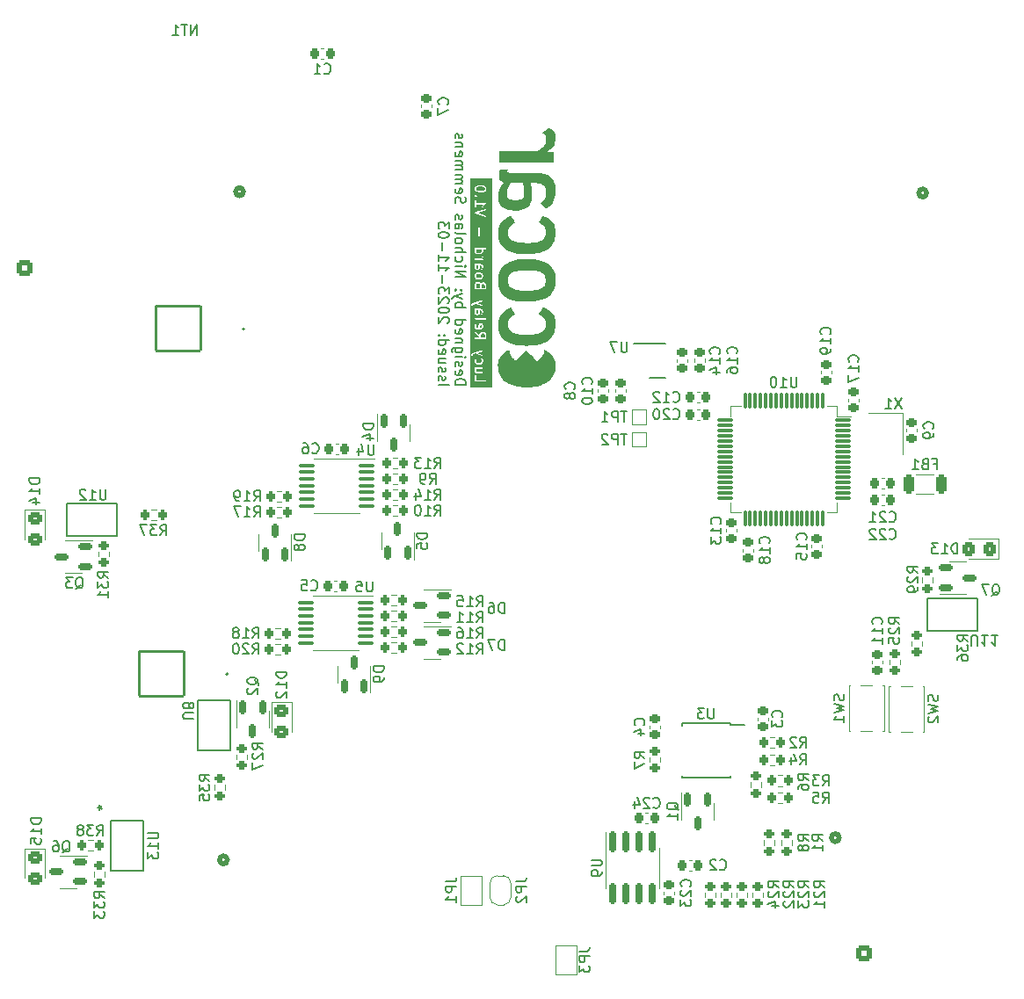
<source format=gbo>
G04 #@! TF.GenerationSoftware,KiCad,Pcbnew,7.0.2*
G04 #@! TF.CreationDate,2023-11-12T14:42:30-07:00*
G04 #@! TF.ProjectId,Relay_Board_Lucy_V1,52656c61-795f-4426-9f61-72645f4c7563,V1.0*
G04 #@! TF.SameCoordinates,Original*
G04 #@! TF.FileFunction,Legend,Bot*
G04 #@! TF.FilePolarity,Positive*
%FSLAX46Y46*%
G04 Gerber Fmt 4.6, Leading zero omitted, Abs format (unit mm)*
G04 Created by KiCad (PCBNEW 7.0.2) date 2023-11-12 14:42:30*
%MOMM*%
%LPD*%
G01*
G04 APERTURE LIST*
G04 Aperture macros list*
%AMRoundRect*
0 Rectangle with rounded corners*
0 $1 Rounding radius*
0 $2 $3 $4 $5 $6 $7 $8 $9 X,Y pos of 4 corners*
0 Add a 4 corners polygon primitive as box body*
4,1,4,$2,$3,$4,$5,$6,$7,$8,$9,$2,$3,0*
0 Add four circle primitives for the rounded corners*
1,1,$1+$1,$2,$3*
1,1,$1+$1,$4,$5*
1,1,$1+$1,$6,$7*
1,1,$1+$1,$8,$9*
0 Add four rect primitives between the rounded corners*
20,1,$1+$1,$2,$3,$4,$5,0*
20,1,$1+$1,$4,$5,$6,$7,0*
20,1,$1+$1,$6,$7,$8,$9,0*
20,1,$1+$1,$8,$9,$2,$3,0*%
%AMFreePoly0*
4,1,19,0.500000,-0.750000,0.000000,-0.750000,0.000000,-0.744911,-0.071157,-0.744911,-0.207708,-0.704816,-0.327430,-0.627875,-0.420627,-0.520320,-0.479746,-0.390866,-0.500000,-0.250000,-0.500000,0.250000,-0.479746,0.390866,-0.420627,0.520320,-0.327430,0.627875,-0.207708,0.704816,-0.071157,0.744911,0.000000,0.744911,0.000000,0.750000,0.500000,0.750000,0.500000,-0.750000,0.500000,-0.750000,
$1*%
%AMFreePoly1*
4,1,19,0.000000,0.744911,0.071157,0.744911,0.207708,0.704816,0.327430,0.627875,0.420627,0.520320,0.479746,0.390866,0.500000,0.250000,0.500000,-0.250000,0.479746,-0.390866,0.420627,-0.520320,0.327430,-0.627875,0.207708,-0.704816,0.071157,-0.744911,0.000000,-0.744911,0.000000,-0.750000,-0.500000,-0.750000,-0.500000,0.750000,0.000000,0.750000,0.000000,0.744911,0.000000,0.744911,
$1*%
%AMFreePoly2*
4,1,6,1.000000,0.000000,0.500000,-0.750000,-0.500000,-0.750000,-0.500000,0.750000,0.500000,0.750000,1.000000,0.000000,1.000000,0.000000,$1*%
%AMFreePoly3*
4,1,6,0.500000,-0.750000,-0.650000,-0.750000,-0.150000,0.000000,-0.650000,0.750000,0.500000,0.750000,0.500000,-0.750000,0.500000,-0.750000,$1*%
G04 Aperture macros list end*
%ADD10C,0.150000*%
%ADD11C,0.200000*%
%ADD12C,0.508000*%
%ADD13C,0.120000*%
%ADD14C,0.152400*%
%ADD15RoundRect,0.102000X-2.159000X-2.159000X2.159000X-2.159000X2.159000X2.159000X-2.159000X2.159000X0*%
%ADD16C,4.522000*%
%ADD17C,2.744000*%
%ADD18C,2.209800*%
%ADD19O,0.800000X0.800000*%
%ADD20O,1.800000X1.150000*%
%ADD21O,2.000000X1.450000*%
%ADD22R,1.700000X1.700000*%
%ADD23O,1.700000X1.700000*%
%ADD24C,1.000000*%
%ADD25RoundRect,0.250001X0.499999X0.499999X-0.499999X0.499999X-0.499999X-0.499999X0.499999X-0.499999X0*%
%ADD26C,1.500000*%
%ADD27C,3.200000*%
%ADD28O,7.500000X2.300000*%
%ADD29C,3.000000*%
%ADD30O,2.300000X7.500000*%
%ADD31R,1.500000X1.500000*%
%ADD32C,0.800000*%
%ADD33O,9.000000X6.000000*%
%ADD34RoundRect,0.250001X0.499999X-0.499999X0.499999X0.499999X-0.499999X0.499999X-0.499999X-0.499999X0*%
%ADD35O,6.000000X9.000000*%
%ADD36C,4.000000*%
%ADD37R,1.600000X1.600000*%
%ADD38C,1.600000*%
%ADD39RoundRect,0.150000X-0.512500X-0.150000X0.512500X-0.150000X0.512500X0.150000X-0.512500X0.150000X0*%
%ADD40RoundRect,0.200000X0.275000X-0.200000X0.275000X0.200000X-0.275000X0.200000X-0.275000X-0.200000X0*%
%ADD41RoundRect,0.200000X-0.200000X-0.275000X0.200000X-0.275000X0.200000X0.275000X-0.200000X0.275000X0*%
%ADD42R,0.650000X1.050000*%
%ADD43RoundRect,0.200000X0.200000X0.275000X-0.200000X0.275000X-0.200000X-0.275000X0.200000X-0.275000X0*%
%ADD44RoundRect,0.150000X0.150000X-0.512500X0.150000X0.512500X-0.150000X0.512500X-0.150000X-0.512500X0*%
%ADD45RoundRect,0.150000X-0.150000X0.825000X-0.150000X-0.825000X0.150000X-0.825000X0.150000X0.825000X0*%
%ADD46RoundRect,0.200000X-0.275000X0.200000X-0.275000X-0.200000X0.275000X-0.200000X0.275000X0.200000X0*%
%ADD47RoundRect,0.225000X-0.250000X0.225000X-0.250000X-0.225000X0.250000X-0.225000X0.250000X0.225000X0*%
%ADD48RoundRect,0.225000X0.225000X0.250000X-0.225000X0.250000X-0.225000X-0.250000X0.225000X-0.250000X0*%
%ADD49RoundRect,0.225000X0.250000X-0.225000X0.250000X0.225000X-0.250000X0.225000X-0.250000X-0.225000X0*%
%ADD50RoundRect,0.150000X0.512500X0.150000X-0.512500X0.150000X-0.512500X-0.150000X0.512500X-0.150000X0*%
%ADD51R,1.219200X0.558800*%
%ADD52RoundRect,0.250000X-0.450000X0.325000X-0.450000X-0.325000X0.450000X-0.325000X0.450000X0.325000X0*%
%ADD53RoundRect,0.225000X-0.225000X-0.250000X0.225000X-0.250000X0.225000X0.250000X-0.225000X0.250000X0*%
%ADD54RoundRect,0.100000X0.637500X0.100000X-0.637500X0.100000X-0.637500X-0.100000X0.637500X-0.100000X0*%
%ADD55RoundRect,0.150000X-0.150000X0.512500X-0.150000X-0.512500X0.150000X-0.512500X0.150000X0.512500X0*%
%ADD56R,1.000000X1.000000*%
%ADD57RoundRect,0.075000X0.700000X0.075000X-0.700000X0.075000X-0.700000X-0.075000X0.700000X-0.075000X0*%
%ADD58RoundRect,0.075000X0.075000X0.700000X-0.075000X0.700000X-0.075000X-0.700000X0.075000X-0.700000X0*%
%ADD59FreePoly0,90.000000*%
%ADD60FreePoly1,90.000000*%
%ADD61RoundRect,0.250000X0.325000X0.450000X-0.325000X0.450000X-0.325000X-0.450000X0.325000X-0.450000X0*%
%ADD62FreePoly2,90.000000*%
%ADD63FreePoly3,90.000000*%
%ADD64R,0.630000X0.450000*%
%ADD65R,1.700000X2.600000*%
%ADD66RoundRect,0.250000X0.275000X0.700000X-0.275000X0.700000X-0.275000X-0.700000X0.275000X-0.700000X0*%
%ADD67R,0.558800X1.219200*%
%ADD68R,1.450000X0.450000*%
%ADD69R,1.500000X1.800000*%
%ADD70R,1.200000X1.400000*%
G04 APERTURE END LIST*
D10*
X139029380Y-89218576D02*
X140029380Y-89218576D01*
X140029380Y-89218576D02*
X140029380Y-88980481D01*
X140029380Y-88980481D02*
X139981761Y-88837624D01*
X139981761Y-88837624D02*
X139886523Y-88742386D01*
X139886523Y-88742386D02*
X139791285Y-88694767D01*
X139791285Y-88694767D02*
X139600809Y-88647148D01*
X139600809Y-88647148D02*
X139457952Y-88647148D01*
X139457952Y-88647148D02*
X139267476Y-88694767D01*
X139267476Y-88694767D02*
X139172238Y-88742386D01*
X139172238Y-88742386D02*
X139077000Y-88837624D01*
X139077000Y-88837624D02*
X139029380Y-88980481D01*
X139029380Y-88980481D02*
X139029380Y-89218576D01*
X139077000Y-87837624D02*
X139029380Y-87932862D01*
X139029380Y-87932862D02*
X139029380Y-88123338D01*
X139029380Y-88123338D02*
X139077000Y-88218576D01*
X139077000Y-88218576D02*
X139172238Y-88266195D01*
X139172238Y-88266195D02*
X139553190Y-88266195D01*
X139553190Y-88266195D02*
X139648428Y-88218576D01*
X139648428Y-88218576D02*
X139696047Y-88123338D01*
X139696047Y-88123338D02*
X139696047Y-87932862D01*
X139696047Y-87932862D02*
X139648428Y-87837624D01*
X139648428Y-87837624D02*
X139553190Y-87790005D01*
X139553190Y-87790005D02*
X139457952Y-87790005D01*
X139457952Y-87790005D02*
X139362714Y-88266195D01*
X139077000Y-87409052D02*
X139029380Y-87313814D01*
X139029380Y-87313814D02*
X139029380Y-87123338D01*
X139029380Y-87123338D02*
X139077000Y-87028100D01*
X139077000Y-87028100D02*
X139172238Y-86980481D01*
X139172238Y-86980481D02*
X139219857Y-86980481D01*
X139219857Y-86980481D02*
X139315095Y-87028100D01*
X139315095Y-87028100D02*
X139362714Y-87123338D01*
X139362714Y-87123338D02*
X139362714Y-87266195D01*
X139362714Y-87266195D02*
X139410333Y-87361433D01*
X139410333Y-87361433D02*
X139505571Y-87409052D01*
X139505571Y-87409052D02*
X139553190Y-87409052D01*
X139553190Y-87409052D02*
X139648428Y-87361433D01*
X139648428Y-87361433D02*
X139696047Y-87266195D01*
X139696047Y-87266195D02*
X139696047Y-87123338D01*
X139696047Y-87123338D02*
X139648428Y-87028100D01*
X139029380Y-86551909D02*
X139696047Y-86551909D01*
X140029380Y-86551909D02*
X139981761Y-86599528D01*
X139981761Y-86599528D02*
X139934142Y-86551909D01*
X139934142Y-86551909D02*
X139981761Y-86504290D01*
X139981761Y-86504290D02*
X140029380Y-86551909D01*
X140029380Y-86551909D02*
X139934142Y-86551909D01*
X139696047Y-85647148D02*
X138886523Y-85647148D01*
X138886523Y-85647148D02*
X138791285Y-85694767D01*
X138791285Y-85694767D02*
X138743666Y-85742386D01*
X138743666Y-85742386D02*
X138696047Y-85837624D01*
X138696047Y-85837624D02*
X138696047Y-85980481D01*
X138696047Y-85980481D02*
X138743666Y-86075719D01*
X139077000Y-85647148D02*
X139029380Y-85742386D01*
X139029380Y-85742386D02*
X139029380Y-85932862D01*
X139029380Y-85932862D02*
X139077000Y-86028100D01*
X139077000Y-86028100D02*
X139124619Y-86075719D01*
X139124619Y-86075719D02*
X139219857Y-86123338D01*
X139219857Y-86123338D02*
X139505571Y-86123338D01*
X139505571Y-86123338D02*
X139600809Y-86075719D01*
X139600809Y-86075719D02*
X139648428Y-86028100D01*
X139648428Y-86028100D02*
X139696047Y-85932862D01*
X139696047Y-85932862D02*
X139696047Y-85742386D01*
X139696047Y-85742386D02*
X139648428Y-85647148D01*
X139696047Y-85170957D02*
X139029380Y-85170957D01*
X139600809Y-85170957D02*
X139648428Y-85123338D01*
X139648428Y-85123338D02*
X139696047Y-85028100D01*
X139696047Y-85028100D02*
X139696047Y-84885243D01*
X139696047Y-84885243D02*
X139648428Y-84790005D01*
X139648428Y-84790005D02*
X139553190Y-84742386D01*
X139553190Y-84742386D02*
X139029380Y-84742386D01*
X139077000Y-83885243D02*
X139029380Y-83980481D01*
X139029380Y-83980481D02*
X139029380Y-84170957D01*
X139029380Y-84170957D02*
X139077000Y-84266195D01*
X139077000Y-84266195D02*
X139172238Y-84313814D01*
X139172238Y-84313814D02*
X139553190Y-84313814D01*
X139553190Y-84313814D02*
X139648428Y-84266195D01*
X139648428Y-84266195D02*
X139696047Y-84170957D01*
X139696047Y-84170957D02*
X139696047Y-83980481D01*
X139696047Y-83980481D02*
X139648428Y-83885243D01*
X139648428Y-83885243D02*
X139553190Y-83837624D01*
X139553190Y-83837624D02*
X139457952Y-83837624D01*
X139457952Y-83837624D02*
X139362714Y-84313814D01*
X139029380Y-82980481D02*
X140029380Y-82980481D01*
X139077000Y-82980481D02*
X139029380Y-83075719D01*
X139029380Y-83075719D02*
X139029380Y-83266195D01*
X139029380Y-83266195D02*
X139077000Y-83361433D01*
X139077000Y-83361433D02*
X139124619Y-83409052D01*
X139124619Y-83409052D02*
X139219857Y-83456671D01*
X139219857Y-83456671D02*
X139505571Y-83456671D01*
X139505571Y-83456671D02*
X139600809Y-83409052D01*
X139600809Y-83409052D02*
X139648428Y-83361433D01*
X139648428Y-83361433D02*
X139696047Y-83266195D01*
X139696047Y-83266195D02*
X139696047Y-83075719D01*
X139696047Y-83075719D02*
X139648428Y-82980481D01*
X139029380Y-81742385D02*
X140029380Y-81742385D01*
X139648428Y-81742385D02*
X139696047Y-81647147D01*
X139696047Y-81647147D02*
X139696047Y-81456671D01*
X139696047Y-81456671D02*
X139648428Y-81361433D01*
X139648428Y-81361433D02*
X139600809Y-81313814D01*
X139600809Y-81313814D02*
X139505571Y-81266195D01*
X139505571Y-81266195D02*
X139219857Y-81266195D01*
X139219857Y-81266195D02*
X139124619Y-81313814D01*
X139124619Y-81313814D02*
X139077000Y-81361433D01*
X139077000Y-81361433D02*
X139029380Y-81456671D01*
X139029380Y-81456671D02*
X139029380Y-81647147D01*
X139029380Y-81647147D02*
X139077000Y-81742385D01*
X139696047Y-80932861D02*
X139029380Y-80694766D01*
X139696047Y-80456671D02*
X139029380Y-80694766D01*
X139029380Y-80694766D02*
X138791285Y-80790004D01*
X138791285Y-80790004D02*
X138743666Y-80837623D01*
X138743666Y-80837623D02*
X138696047Y-80932861D01*
X139124619Y-80075718D02*
X139077000Y-80028099D01*
X139077000Y-80028099D02*
X139029380Y-80075718D01*
X139029380Y-80075718D02*
X139077000Y-80123337D01*
X139077000Y-80123337D02*
X139124619Y-80075718D01*
X139124619Y-80075718D02*
X139029380Y-80075718D01*
X139648428Y-80075718D02*
X139600809Y-80028099D01*
X139600809Y-80028099D02*
X139553190Y-80075718D01*
X139553190Y-80075718D02*
X139600809Y-80123337D01*
X139600809Y-80123337D02*
X139648428Y-80075718D01*
X139648428Y-80075718D02*
X139553190Y-80075718D01*
X139029380Y-78837623D02*
X140029380Y-78837623D01*
X140029380Y-78837623D02*
X139029380Y-78266195D01*
X139029380Y-78266195D02*
X140029380Y-78266195D01*
X139029380Y-77790004D02*
X139696047Y-77790004D01*
X140029380Y-77790004D02*
X139981761Y-77837623D01*
X139981761Y-77837623D02*
X139934142Y-77790004D01*
X139934142Y-77790004D02*
X139981761Y-77742385D01*
X139981761Y-77742385D02*
X140029380Y-77790004D01*
X140029380Y-77790004D02*
X139934142Y-77790004D01*
X139077000Y-76885243D02*
X139029380Y-76980481D01*
X139029380Y-76980481D02*
X139029380Y-77170957D01*
X139029380Y-77170957D02*
X139077000Y-77266195D01*
X139077000Y-77266195D02*
X139124619Y-77313814D01*
X139124619Y-77313814D02*
X139219857Y-77361433D01*
X139219857Y-77361433D02*
X139505571Y-77361433D01*
X139505571Y-77361433D02*
X139600809Y-77313814D01*
X139600809Y-77313814D02*
X139648428Y-77266195D01*
X139648428Y-77266195D02*
X139696047Y-77170957D01*
X139696047Y-77170957D02*
X139696047Y-76980481D01*
X139696047Y-76980481D02*
X139648428Y-76885243D01*
X139029380Y-76456671D02*
X140029380Y-76456671D01*
X139029380Y-76028100D02*
X139553190Y-76028100D01*
X139553190Y-76028100D02*
X139648428Y-76075719D01*
X139648428Y-76075719D02*
X139696047Y-76170957D01*
X139696047Y-76170957D02*
X139696047Y-76313814D01*
X139696047Y-76313814D02*
X139648428Y-76409052D01*
X139648428Y-76409052D02*
X139600809Y-76456671D01*
X139029380Y-75409052D02*
X139077000Y-75504290D01*
X139077000Y-75504290D02*
X139124619Y-75551909D01*
X139124619Y-75551909D02*
X139219857Y-75599528D01*
X139219857Y-75599528D02*
X139505571Y-75599528D01*
X139505571Y-75599528D02*
X139600809Y-75551909D01*
X139600809Y-75551909D02*
X139648428Y-75504290D01*
X139648428Y-75504290D02*
X139696047Y-75409052D01*
X139696047Y-75409052D02*
X139696047Y-75266195D01*
X139696047Y-75266195D02*
X139648428Y-75170957D01*
X139648428Y-75170957D02*
X139600809Y-75123338D01*
X139600809Y-75123338D02*
X139505571Y-75075719D01*
X139505571Y-75075719D02*
X139219857Y-75075719D01*
X139219857Y-75075719D02*
X139124619Y-75123338D01*
X139124619Y-75123338D02*
X139077000Y-75170957D01*
X139077000Y-75170957D02*
X139029380Y-75266195D01*
X139029380Y-75266195D02*
X139029380Y-75409052D01*
X139029380Y-74504290D02*
X139077000Y-74599528D01*
X139077000Y-74599528D02*
X139172238Y-74647147D01*
X139172238Y-74647147D02*
X140029380Y-74647147D01*
X139029380Y-73694766D02*
X139553190Y-73694766D01*
X139553190Y-73694766D02*
X139648428Y-73742385D01*
X139648428Y-73742385D02*
X139696047Y-73837623D01*
X139696047Y-73837623D02*
X139696047Y-74028099D01*
X139696047Y-74028099D02*
X139648428Y-74123337D01*
X139077000Y-73694766D02*
X139029380Y-73790004D01*
X139029380Y-73790004D02*
X139029380Y-74028099D01*
X139029380Y-74028099D02*
X139077000Y-74123337D01*
X139077000Y-74123337D02*
X139172238Y-74170956D01*
X139172238Y-74170956D02*
X139267476Y-74170956D01*
X139267476Y-74170956D02*
X139362714Y-74123337D01*
X139362714Y-74123337D02*
X139410333Y-74028099D01*
X139410333Y-74028099D02*
X139410333Y-73790004D01*
X139410333Y-73790004D02*
X139457952Y-73694766D01*
X139077000Y-73266194D02*
X139029380Y-73170956D01*
X139029380Y-73170956D02*
X139029380Y-72980480D01*
X139029380Y-72980480D02*
X139077000Y-72885242D01*
X139077000Y-72885242D02*
X139172238Y-72837623D01*
X139172238Y-72837623D02*
X139219857Y-72837623D01*
X139219857Y-72837623D02*
X139315095Y-72885242D01*
X139315095Y-72885242D02*
X139362714Y-72980480D01*
X139362714Y-72980480D02*
X139362714Y-73123337D01*
X139362714Y-73123337D02*
X139410333Y-73218575D01*
X139410333Y-73218575D02*
X139505571Y-73266194D01*
X139505571Y-73266194D02*
X139553190Y-73266194D01*
X139553190Y-73266194D02*
X139648428Y-73218575D01*
X139648428Y-73218575D02*
X139696047Y-73123337D01*
X139696047Y-73123337D02*
X139696047Y-72980480D01*
X139696047Y-72980480D02*
X139648428Y-72885242D01*
X139077000Y-71694765D02*
X139029380Y-71551908D01*
X139029380Y-71551908D02*
X139029380Y-71313813D01*
X139029380Y-71313813D02*
X139077000Y-71218575D01*
X139077000Y-71218575D02*
X139124619Y-71170956D01*
X139124619Y-71170956D02*
X139219857Y-71123337D01*
X139219857Y-71123337D02*
X139315095Y-71123337D01*
X139315095Y-71123337D02*
X139410333Y-71170956D01*
X139410333Y-71170956D02*
X139457952Y-71218575D01*
X139457952Y-71218575D02*
X139505571Y-71313813D01*
X139505571Y-71313813D02*
X139553190Y-71504289D01*
X139553190Y-71504289D02*
X139600809Y-71599527D01*
X139600809Y-71599527D02*
X139648428Y-71647146D01*
X139648428Y-71647146D02*
X139743666Y-71694765D01*
X139743666Y-71694765D02*
X139838904Y-71694765D01*
X139838904Y-71694765D02*
X139934142Y-71647146D01*
X139934142Y-71647146D02*
X139981761Y-71599527D01*
X139981761Y-71599527D02*
X140029380Y-71504289D01*
X140029380Y-71504289D02*
X140029380Y-71266194D01*
X140029380Y-71266194D02*
X139981761Y-71123337D01*
X139077000Y-70313813D02*
X139029380Y-70409051D01*
X139029380Y-70409051D02*
X139029380Y-70599527D01*
X139029380Y-70599527D02*
X139077000Y-70694765D01*
X139077000Y-70694765D02*
X139172238Y-70742384D01*
X139172238Y-70742384D02*
X139553190Y-70742384D01*
X139553190Y-70742384D02*
X139648428Y-70694765D01*
X139648428Y-70694765D02*
X139696047Y-70599527D01*
X139696047Y-70599527D02*
X139696047Y-70409051D01*
X139696047Y-70409051D02*
X139648428Y-70313813D01*
X139648428Y-70313813D02*
X139553190Y-70266194D01*
X139553190Y-70266194D02*
X139457952Y-70266194D01*
X139457952Y-70266194D02*
X139362714Y-70742384D01*
X139029380Y-69837622D02*
X139696047Y-69837622D01*
X139600809Y-69837622D02*
X139648428Y-69790003D01*
X139648428Y-69790003D02*
X139696047Y-69694765D01*
X139696047Y-69694765D02*
X139696047Y-69551908D01*
X139696047Y-69551908D02*
X139648428Y-69456670D01*
X139648428Y-69456670D02*
X139553190Y-69409051D01*
X139553190Y-69409051D02*
X139029380Y-69409051D01*
X139553190Y-69409051D02*
X139648428Y-69361432D01*
X139648428Y-69361432D02*
X139696047Y-69266194D01*
X139696047Y-69266194D02*
X139696047Y-69123337D01*
X139696047Y-69123337D02*
X139648428Y-69028098D01*
X139648428Y-69028098D02*
X139553190Y-68980479D01*
X139553190Y-68980479D02*
X139029380Y-68980479D01*
X139029380Y-68504289D02*
X139696047Y-68504289D01*
X139600809Y-68504289D02*
X139648428Y-68456670D01*
X139648428Y-68456670D02*
X139696047Y-68361432D01*
X139696047Y-68361432D02*
X139696047Y-68218575D01*
X139696047Y-68218575D02*
X139648428Y-68123337D01*
X139648428Y-68123337D02*
X139553190Y-68075718D01*
X139553190Y-68075718D02*
X139029380Y-68075718D01*
X139553190Y-68075718D02*
X139648428Y-68028099D01*
X139648428Y-68028099D02*
X139696047Y-67932861D01*
X139696047Y-67932861D02*
X139696047Y-67790004D01*
X139696047Y-67790004D02*
X139648428Y-67694765D01*
X139648428Y-67694765D02*
X139553190Y-67647146D01*
X139553190Y-67647146D02*
X139029380Y-67647146D01*
X139077000Y-66790004D02*
X139029380Y-66885242D01*
X139029380Y-66885242D02*
X139029380Y-67075718D01*
X139029380Y-67075718D02*
X139077000Y-67170956D01*
X139077000Y-67170956D02*
X139172238Y-67218575D01*
X139172238Y-67218575D02*
X139553190Y-67218575D01*
X139553190Y-67218575D02*
X139648428Y-67170956D01*
X139648428Y-67170956D02*
X139696047Y-67075718D01*
X139696047Y-67075718D02*
X139696047Y-66885242D01*
X139696047Y-66885242D02*
X139648428Y-66790004D01*
X139648428Y-66790004D02*
X139553190Y-66742385D01*
X139553190Y-66742385D02*
X139457952Y-66742385D01*
X139457952Y-66742385D02*
X139362714Y-67218575D01*
X139696047Y-66313813D02*
X139029380Y-66313813D01*
X139600809Y-66313813D02*
X139648428Y-66266194D01*
X139648428Y-66266194D02*
X139696047Y-66170956D01*
X139696047Y-66170956D02*
X139696047Y-66028099D01*
X139696047Y-66028099D02*
X139648428Y-65932861D01*
X139648428Y-65932861D02*
X139553190Y-65885242D01*
X139553190Y-65885242D02*
X139029380Y-65885242D01*
X139077000Y-65456670D02*
X139029380Y-65361432D01*
X139029380Y-65361432D02*
X139029380Y-65170956D01*
X139029380Y-65170956D02*
X139077000Y-65075718D01*
X139077000Y-65075718D02*
X139172238Y-65028099D01*
X139172238Y-65028099D02*
X139219857Y-65028099D01*
X139219857Y-65028099D02*
X139315095Y-65075718D01*
X139315095Y-65075718D02*
X139362714Y-65170956D01*
X139362714Y-65170956D02*
X139362714Y-65313813D01*
X139362714Y-65313813D02*
X139410333Y-65409051D01*
X139410333Y-65409051D02*
X139505571Y-65456670D01*
X139505571Y-65456670D02*
X139553190Y-65456670D01*
X139553190Y-65456670D02*
X139648428Y-65409051D01*
X139648428Y-65409051D02*
X139696047Y-65313813D01*
X139696047Y-65313813D02*
X139696047Y-65170956D01*
X139696047Y-65170956D02*
X139648428Y-65075718D01*
X137409380Y-89218576D02*
X138409380Y-89218576D01*
X137457000Y-88790005D02*
X137409380Y-88694767D01*
X137409380Y-88694767D02*
X137409380Y-88504291D01*
X137409380Y-88504291D02*
X137457000Y-88409053D01*
X137457000Y-88409053D02*
X137552238Y-88361434D01*
X137552238Y-88361434D02*
X137599857Y-88361434D01*
X137599857Y-88361434D02*
X137695095Y-88409053D01*
X137695095Y-88409053D02*
X137742714Y-88504291D01*
X137742714Y-88504291D02*
X137742714Y-88647148D01*
X137742714Y-88647148D02*
X137790333Y-88742386D01*
X137790333Y-88742386D02*
X137885571Y-88790005D01*
X137885571Y-88790005D02*
X137933190Y-88790005D01*
X137933190Y-88790005D02*
X138028428Y-88742386D01*
X138028428Y-88742386D02*
X138076047Y-88647148D01*
X138076047Y-88647148D02*
X138076047Y-88504291D01*
X138076047Y-88504291D02*
X138028428Y-88409053D01*
X137457000Y-87980481D02*
X137409380Y-87885243D01*
X137409380Y-87885243D02*
X137409380Y-87694767D01*
X137409380Y-87694767D02*
X137457000Y-87599529D01*
X137457000Y-87599529D02*
X137552238Y-87551910D01*
X137552238Y-87551910D02*
X137599857Y-87551910D01*
X137599857Y-87551910D02*
X137695095Y-87599529D01*
X137695095Y-87599529D02*
X137742714Y-87694767D01*
X137742714Y-87694767D02*
X137742714Y-87837624D01*
X137742714Y-87837624D02*
X137790333Y-87932862D01*
X137790333Y-87932862D02*
X137885571Y-87980481D01*
X137885571Y-87980481D02*
X137933190Y-87980481D01*
X137933190Y-87980481D02*
X138028428Y-87932862D01*
X138028428Y-87932862D02*
X138076047Y-87837624D01*
X138076047Y-87837624D02*
X138076047Y-87694767D01*
X138076047Y-87694767D02*
X138028428Y-87599529D01*
X138076047Y-86694767D02*
X137409380Y-86694767D01*
X138076047Y-87123338D02*
X137552238Y-87123338D01*
X137552238Y-87123338D02*
X137457000Y-87075719D01*
X137457000Y-87075719D02*
X137409380Y-86980481D01*
X137409380Y-86980481D02*
X137409380Y-86837624D01*
X137409380Y-86837624D02*
X137457000Y-86742386D01*
X137457000Y-86742386D02*
X137504619Y-86694767D01*
X137457000Y-85837624D02*
X137409380Y-85932862D01*
X137409380Y-85932862D02*
X137409380Y-86123338D01*
X137409380Y-86123338D02*
X137457000Y-86218576D01*
X137457000Y-86218576D02*
X137552238Y-86266195D01*
X137552238Y-86266195D02*
X137933190Y-86266195D01*
X137933190Y-86266195D02*
X138028428Y-86218576D01*
X138028428Y-86218576D02*
X138076047Y-86123338D01*
X138076047Y-86123338D02*
X138076047Y-85932862D01*
X138076047Y-85932862D02*
X138028428Y-85837624D01*
X138028428Y-85837624D02*
X137933190Y-85790005D01*
X137933190Y-85790005D02*
X137837952Y-85790005D01*
X137837952Y-85790005D02*
X137742714Y-86266195D01*
X137409380Y-84932862D02*
X138409380Y-84932862D01*
X137457000Y-84932862D02*
X137409380Y-85028100D01*
X137409380Y-85028100D02*
X137409380Y-85218576D01*
X137409380Y-85218576D02*
X137457000Y-85313814D01*
X137457000Y-85313814D02*
X137504619Y-85361433D01*
X137504619Y-85361433D02*
X137599857Y-85409052D01*
X137599857Y-85409052D02*
X137885571Y-85409052D01*
X137885571Y-85409052D02*
X137980809Y-85361433D01*
X137980809Y-85361433D02*
X138028428Y-85313814D01*
X138028428Y-85313814D02*
X138076047Y-85218576D01*
X138076047Y-85218576D02*
X138076047Y-85028100D01*
X138076047Y-85028100D02*
X138028428Y-84932862D01*
X137504619Y-84456671D02*
X137457000Y-84409052D01*
X137457000Y-84409052D02*
X137409380Y-84456671D01*
X137409380Y-84456671D02*
X137457000Y-84504290D01*
X137457000Y-84504290D02*
X137504619Y-84456671D01*
X137504619Y-84456671D02*
X137409380Y-84456671D01*
X138028428Y-84456671D02*
X137980809Y-84409052D01*
X137980809Y-84409052D02*
X137933190Y-84456671D01*
X137933190Y-84456671D02*
X137980809Y-84504290D01*
X137980809Y-84504290D02*
X138028428Y-84456671D01*
X138028428Y-84456671D02*
X137933190Y-84456671D01*
X138314142Y-83266195D02*
X138361761Y-83218576D01*
X138361761Y-83218576D02*
X138409380Y-83123338D01*
X138409380Y-83123338D02*
X138409380Y-82885243D01*
X138409380Y-82885243D02*
X138361761Y-82790005D01*
X138361761Y-82790005D02*
X138314142Y-82742386D01*
X138314142Y-82742386D02*
X138218904Y-82694767D01*
X138218904Y-82694767D02*
X138123666Y-82694767D01*
X138123666Y-82694767D02*
X137980809Y-82742386D01*
X137980809Y-82742386D02*
X137409380Y-83313814D01*
X137409380Y-83313814D02*
X137409380Y-82694767D01*
X138409380Y-82075719D02*
X138409380Y-81980481D01*
X138409380Y-81980481D02*
X138361761Y-81885243D01*
X138361761Y-81885243D02*
X138314142Y-81837624D01*
X138314142Y-81837624D02*
X138218904Y-81790005D01*
X138218904Y-81790005D02*
X138028428Y-81742386D01*
X138028428Y-81742386D02*
X137790333Y-81742386D01*
X137790333Y-81742386D02*
X137599857Y-81790005D01*
X137599857Y-81790005D02*
X137504619Y-81837624D01*
X137504619Y-81837624D02*
X137457000Y-81885243D01*
X137457000Y-81885243D02*
X137409380Y-81980481D01*
X137409380Y-81980481D02*
X137409380Y-82075719D01*
X137409380Y-82075719D02*
X137457000Y-82170957D01*
X137457000Y-82170957D02*
X137504619Y-82218576D01*
X137504619Y-82218576D02*
X137599857Y-82266195D01*
X137599857Y-82266195D02*
X137790333Y-82313814D01*
X137790333Y-82313814D02*
X138028428Y-82313814D01*
X138028428Y-82313814D02*
X138218904Y-82266195D01*
X138218904Y-82266195D02*
X138314142Y-82218576D01*
X138314142Y-82218576D02*
X138361761Y-82170957D01*
X138361761Y-82170957D02*
X138409380Y-82075719D01*
X138314142Y-81361433D02*
X138361761Y-81313814D01*
X138361761Y-81313814D02*
X138409380Y-81218576D01*
X138409380Y-81218576D02*
X138409380Y-80980481D01*
X138409380Y-80980481D02*
X138361761Y-80885243D01*
X138361761Y-80885243D02*
X138314142Y-80837624D01*
X138314142Y-80837624D02*
X138218904Y-80790005D01*
X138218904Y-80790005D02*
X138123666Y-80790005D01*
X138123666Y-80790005D02*
X137980809Y-80837624D01*
X137980809Y-80837624D02*
X137409380Y-81409052D01*
X137409380Y-81409052D02*
X137409380Y-80790005D01*
X138409380Y-80456671D02*
X138409380Y-79837624D01*
X138409380Y-79837624D02*
X138028428Y-80170957D01*
X138028428Y-80170957D02*
X138028428Y-80028100D01*
X138028428Y-80028100D02*
X137980809Y-79932862D01*
X137980809Y-79932862D02*
X137933190Y-79885243D01*
X137933190Y-79885243D02*
X137837952Y-79837624D01*
X137837952Y-79837624D02*
X137599857Y-79837624D01*
X137599857Y-79837624D02*
X137504619Y-79885243D01*
X137504619Y-79885243D02*
X137457000Y-79932862D01*
X137457000Y-79932862D02*
X137409380Y-80028100D01*
X137409380Y-80028100D02*
X137409380Y-80313814D01*
X137409380Y-80313814D02*
X137457000Y-80409052D01*
X137457000Y-80409052D02*
X137504619Y-80456671D01*
X137790333Y-79409052D02*
X137790333Y-78647148D01*
X137409380Y-77647148D02*
X137409380Y-78218576D01*
X137409380Y-77932862D02*
X138409380Y-77932862D01*
X138409380Y-77932862D02*
X138266523Y-78028100D01*
X138266523Y-78028100D02*
X138171285Y-78123338D01*
X138171285Y-78123338D02*
X138123666Y-78218576D01*
X137409380Y-76694767D02*
X137409380Y-77266195D01*
X137409380Y-76980481D02*
X138409380Y-76980481D01*
X138409380Y-76980481D02*
X138266523Y-77075719D01*
X138266523Y-77075719D02*
X138171285Y-77170957D01*
X138171285Y-77170957D02*
X138123666Y-77266195D01*
X137790333Y-76266195D02*
X137790333Y-75504291D01*
X138409380Y-74837624D02*
X138409380Y-74742386D01*
X138409380Y-74742386D02*
X138361761Y-74647148D01*
X138361761Y-74647148D02*
X138314142Y-74599529D01*
X138314142Y-74599529D02*
X138218904Y-74551910D01*
X138218904Y-74551910D02*
X138028428Y-74504291D01*
X138028428Y-74504291D02*
X137790333Y-74504291D01*
X137790333Y-74504291D02*
X137599857Y-74551910D01*
X137599857Y-74551910D02*
X137504619Y-74599529D01*
X137504619Y-74599529D02*
X137457000Y-74647148D01*
X137457000Y-74647148D02*
X137409380Y-74742386D01*
X137409380Y-74742386D02*
X137409380Y-74837624D01*
X137409380Y-74837624D02*
X137457000Y-74932862D01*
X137457000Y-74932862D02*
X137504619Y-74980481D01*
X137504619Y-74980481D02*
X137599857Y-75028100D01*
X137599857Y-75028100D02*
X137790333Y-75075719D01*
X137790333Y-75075719D02*
X138028428Y-75075719D01*
X138028428Y-75075719D02*
X138218904Y-75028100D01*
X138218904Y-75028100D02*
X138314142Y-74980481D01*
X138314142Y-74980481D02*
X138361761Y-74932862D01*
X138361761Y-74932862D02*
X138409380Y-74837624D01*
X138409380Y-74170957D02*
X138409380Y-73551910D01*
X138409380Y-73551910D02*
X138028428Y-73885243D01*
X138028428Y-73885243D02*
X138028428Y-73742386D01*
X138028428Y-73742386D02*
X137980809Y-73647148D01*
X137980809Y-73647148D02*
X137933190Y-73599529D01*
X137933190Y-73599529D02*
X137837952Y-73551910D01*
X137837952Y-73551910D02*
X137599857Y-73551910D01*
X137599857Y-73551910D02*
X137504619Y-73599529D01*
X137504619Y-73599529D02*
X137457000Y-73647148D01*
X137457000Y-73647148D02*
X137409380Y-73742386D01*
X137409380Y-73742386D02*
X137409380Y-74028100D01*
X137409380Y-74028100D02*
X137457000Y-74123338D01*
X137457000Y-74123338D02*
X137504619Y-74170957D01*
G36*
X141825716Y-84293311D02*
G01*
X141856121Y-84323716D01*
X141890380Y-84392232D01*
X141890380Y-84680480D01*
X141516571Y-84680480D01*
X141516571Y-84524240D01*
X141519321Y-84509327D01*
X141516571Y-84502615D01*
X141516571Y-84392233D01*
X141550830Y-84323715D01*
X141581235Y-84293310D01*
X141649751Y-84259052D01*
X141757198Y-84259052D01*
X141825716Y-84293311D01*
G37*
G36*
X141528526Y-83430430D02*
G01*
X141557047Y-83487470D01*
X141557047Y-83642536D01*
X141528525Y-83699578D01*
X141471485Y-83728099D01*
X141390200Y-83728099D01*
X141455437Y-83401909D01*
X141471484Y-83401909D01*
X141528526Y-83430430D01*
G37*
G36*
X141271333Y-82034502D02*
G01*
X141268619Y-82049585D01*
X141271333Y-82056128D01*
X141271333Y-82261583D01*
X141242811Y-82318625D01*
X141185771Y-82347146D01*
X141125944Y-82347146D01*
X141068901Y-82318625D01*
X141040380Y-82261583D01*
X141040380Y-82058899D01*
X141059352Y-82020956D01*
X141271333Y-82020956D01*
X141271333Y-82034502D01*
G37*
G36*
X141349526Y-79483786D02*
G01*
X141376018Y-79510278D01*
X141411985Y-79618180D01*
X141411476Y-79621013D01*
X141414190Y-79627556D01*
X141414190Y-79870955D01*
X141040380Y-79870955D01*
X141040380Y-79582708D01*
X141074639Y-79514191D01*
X141105045Y-79483785D01*
X141173561Y-79449527D01*
X141281008Y-79449527D01*
X141349526Y-79483786D01*
G37*
G36*
X141825716Y-79531405D02*
G01*
X141856121Y-79561810D01*
X141890380Y-79630326D01*
X141890380Y-79870955D01*
X141564190Y-79870955D01*
X141564190Y-79630328D01*
X141598449Y-79561809D01*
X141628854Y-79531404D01*
X141697370Y-79497146D01*
X141757198Y-79497146D01*
X141825716Y-79531405D01*
G37*
G36*
X141492383Y-78579024D02*
G01*
X141522788Y-78609429D01*
X141557047Y-78677945D01*
X141557047Y-78785392D01*
X141522788Y-78853909D01*
X141492381Y-78884316D01*
X141423866Y-78918574D01*
X141173563Y-78918574D01*
X141105045Y-78884315D01*
X141074639Y-78853909D01*
X141040380Y-78785392D01*
X141040380Y-78677946D01*
X141074639Y-78609429D01*
X141105045Y-78579023D01*
X141173561Y-78544765D01*
X141423865Y-78544765D01*
X141492383Y-78579024D01*
G37*
G36*
X141271333Y-77701168D02*
G01*
X141268619Y-77716251D01*
X141271333Y-77722794D01*
X141271333Y-77928249D01*
X141242811Y-77985291D01*
X141185771Y-78013812D01*
X141125944Y-78013812D01*
X141068901Y-77985291D01*
X141040380Y-77928249D01*
X141040380Y-77725565D01*
X141059352Y-77687622D01*
X141271333Y-77687622D01*
X141271333Y-77701168D01*
G37*
G36*
X141557047Y-76201754D02*
G01*
X141557047Y-76356820D01*
X141522788Y-76425337D01*
X141492381Y-76455744D01*
X141423866Y-76490002D01*
X141173563Y-76490002D01*
X141105045Y-76455743D01*
X141074639Y-76425337D01*
X141040380Y-76356820D01*
X141040380Y-76201755D01*
X141059352Y-76163812D01*
X141538075Y-76163812D01*
X141557047Y-76201754D01*
G37*
G36*
X141748726Y-70159576D02*
G01*
X141825716Y-70198071D01*
X141856121Y-70228476D01*
X141890380Y-70296992D01*
X141890380Y-70356820D01*
X141856121Y-70425337D01*
X141825714Y-70455744D01*
X141748728Y-70494237D01*
X141575194Y-70537621D01*
X141355567Y-70537621D01*
X141182034Y-70494237D01*
X141105045Y-70455743D01*
X141074639Y-70425337D01*
X141040380Y-70356820D01*
X141040380Y-70296993D01*
X141074639Y-70228476D01*
X141105045Y-70198070D01*
X141182031Y-70159576D01*
X141355567Y-70116193D01*
X141575193Y-70116193D01*
X141748726Y-70159576D01*
G37*
G36*
X142585857Y-89456672D02*
G01*
X140475143Y-89456672D01*
X140475143Y-88861843D01*
X140888010Y-88861843D01*
X140894929Y-88876995D01*
X140899623Y-88892979D01*
X140903935Y-88896715D01*
X140906306Y-88901907D01*
X140920322Y-88910914D01*
X140932909Y-88921821D01*
X140938555Y-88922632D01*
X140943358Y-88925719D01*
X140960020Y-88925719D01*
X140976504Y-88928089D01*
X140981694Y-88925719D01*
X141976162Y-88925719D01*
X142007640Y-88916476D01*
X142036482Y-88883190D01*
X142042750Y-88839595D01*
X142024454Y-88799531D01*
X141987402Y-88775719D01*
X141040380Y-88775719D01*
X141040380Y-88363747D01*
X141031137Y-88332269D01*
X140997851Y-88303427D01*
X140954256Y-88297159D01*
X140914192Y-88315455D01*
X140890380Y-88352507D01*
X140890380Y-88845359D01*
X140888010Y-88861843D01*
X140475143Y-88861843D01*
X140475143Y-87763871D01*
X140887666Y-87763871D01*
X140890380Y-87770414D01*
X140890380Y-87894303D01*
X140888450Y-87912183D01*
X140895305Y-87925893D01*
X140899623Y-87940598D01*
X140904977Y-87945237D01*
X140937373Y-88010028D01*
X140937271Y-88012941D01*
X140947129Y-88029540D01*
X140950740Y-88036761D01*
X140952615Y-88038777D01*
X140959762Y-88050810D01*
X140967327Y-88054592D01*
X140973085Y-88060782D01*
X140986635Y-88064246D01*
X141071089Y-88106473D01*
X141086216Y-88116195D01*
X141101546Y-88116195D01*
X141116629Y-88118909D01*
X141123173Y-88116195D01*
X141642829Y-88116195D01*
X141674307Y-88106952D01*
X141703149Y-88073666D01*
X141709417Y-88030071D01*
X141691121Y-87990007D01*
X141654069Y-87966195D01*
X141125944Y-87966195D01*
X141068901Y-87937674D01*
X141040380Y-87880632D01*
X141040380Y-87773186D01*
X141074639Y-87704669D01*
X141091685Y-87687624D01*
X141642829Y-87687624D01*
X141674307Y-87678381D01*
X141703149Y-87645095D01*
X141709417Y-87601500D01*
X141691121Y-87561436D01*
X141654069Y-87537624D01*
X141074149Y-87537624D01*
X141066195Y-87534657D01*
X141052556Y-87537624D01*
X140954598Y-87537624D01*
X140923120Y-87546867D01*
X140894278Y-87580153D01*
X140888010Y-87623748D01*
X140906306Y-87663812D01*
X140922241Y-87674053D01*
X140900101Y-87718331D01*
X140890380Y-87733459D01*
X140890380Y-87748788D01*
X140887666Y-87763871D01*
X140475143Y-87763871D01*
X140475143Y-86811490D01*
X140887666Y-86811490D01*
X140890380Y-86818033D01*
X140890380Y-86989541D01*
X140888450Y-87007421D01*
X140895305Y-87021131D01*
X140899623Y-87035836D01*
X140904977Y-87040475D01*
X140941712Y-87113944D01*
X140944395Y-87126275D01*
X140959019Y-87140899D01*
X140973085Y-87156020D01*
X140974502Y-87156382D01*
X141000937Y-87182817D01*
X141007381Y-87193667D01*
X141025890Y-87202921D01*
X141044004Y-87212812D01*
X141045462Y-87212707D01*
X141118708Y-87249330D01*
X141133835Y-87259052D01*
X141149165Y-87259052D01*
X141164248Y-87261766D01*
X141170792Y-87259052D01*
X141437531Y-87259052D01*
X141455415Y-87260983D01*
X141469128Y-87254126D01*
X141483831Y-87249809D01*
X141488469Y-87244455D01*
X141561938Y-87207720D01*
X141574270Y-87205038D01*
X141588897Y-87190410D01*
X141604015Y-87176349D01*
X141604377Y-87174930D01*
X141630812Y-87148495D01*
X141641662Y-87142052D01*
X141650916Y-87123542D01*
X141660807Y-87105429D01*
X141660702Y-87103970D01*
X141697325Y-87030724D01*
X141707047Y-87015598D01*
X141707047Y-87000268D01*
X141709761Y-86985185D01*
X141707047Y-86978641D01*
X141707047Y-86807130D01*
X141708977Y-86789256D01*
X141702122Y-86775546D01*
X141697804Y-86760840D01*
X141692449Y-86756200D01*
X141646688Y-86664677D01*
X141624344Y-86640656D01*
X141581673Y-86629745D01*
X141539877Y-86643635D01*
X141512225Y-86677917D01*
X141507497Y-86721706D01*
X141557047Y-86820804D01*
X141557047Y-86975870D01*
X141522788Y-87044387D01*
X141492381Y-87074794D01*
X141423866Y-87109052D01*
X141173563Y-87109052D01*
X141105045Y-87074793D01*
X141074639Y-87044387D01*
X141040380Y-86975870D01*
X141040380Y-86820805D01*
X141084904Y-86731760D01*
X141090714Y-86699471D01*
X141073841Y-86658788D01*
X141037652Y-86633685D01*
X140993635Y-86632132D01*
X140955767Y-86654623D01*
X140900101Y-86765950D01*
X140890380Y-86781078D01*
X140890380Y-86796407D01*
X140887666Y-86811490D01*
X140475143Y-86811490D01*
X140475143Y-86382919D01*
X140554333Y-86382919D01*
X140571206Y-86423602D01*
X140607396Y-86448705D01*
X140651412Y-86450257D01*
X140689281Y-86427766D01*
X140741306Y-86323715D01*
X140769432Y-86295589D01*
X140966882Y-86216609D01*
X141616975Y-86448785D01*
X141649728Y-86450668D01*
X141688085Y-86429021D01*
X141708651Y-86390074D01*
X141704896Y-86346191D01*
X141678011Y-86311304D01*
X141188370Y-86136432D01*
X141667426Y-85965342D01*
X141693961Y-85946051D01*
X141709928Y-85905003D01*
X141701168Y-85861840D01*
X141670463Y-85830263D01*
X141627561Y-85820301D01*
X140959463Y-86058906D01*
X140957972Y-86058619D01*
X140953021Y-86060599D01*
X140947698Y-86060293D01*
X140934109Y-86067961D01*
X140930001Y-86069429D01*
X140928843Y-86070270D01*
X140705237Y-86159713D01*
X140689824Y-86163066D01*
X140677415Y-86175474D01*
X140663626Y-86186312D01*
X140662061Y-86190828D01*
X140633281Y-86219608D01*
X140622432Y-86226052D01*
X140613181Y-86244552D01*
X140603286Y-86262675D01*
X140603390Y-86264135D01*
X140560143Y-86350631D01*
X140554333Y-86382919D01*
X140475143Y-86382919D01*
X140475143Y-84192110D01*
X140887630Y-84192110D01*
X140904329Y-84232866D01*
X141366571Y-84556434D01*
X141366571Y-84680480D01*
X140954598Y-84680480D01*
X140923120Y-84689723D01*
X140894278Y-84723009D01*
X140888010Y-84766604D01*
X140906306Y-84806668D01*
X140943358Y-84830480D01*
X141436211Y-84830480D01*
X141452695Y-84832850D01*
X141457885Y-84830480D01*
X141960020Y-84830480D01*
X141976504Y-84832850D01*
X141991656Y-84825930D01*
X142007640Y-84821237D01*
X142011376Y-84816924D01*
X142016568Y-84814554D01*
X142025575Y-84800537D01*
X142036482Y-84787951D01*
X142037293Y-84782304D01*
X142040380Y-84777502D01*
X142040380Y-84760839D01*
X142042750Y-84744356D01*
X142040380Y-84739166D01*
X142040380Y-84378558D01*
X142042310Y-84360684D01*
X142035455Y-84346974D01*
X142031137Y-84332268D01*
X142025782Y-84327628D01*
X141989048Y-84254159D01*
X141986366Y-84241829D01*
X141971746Y-84227209D01*
X141957677Y-84212084D01*
X141956258Y-84211721D01*
X141929823Y-84185286D01*
X141923380Y-84174437D01*
X141904879Y-84165186D01*
X141886757Y-84155291D01*
X141885296Y-84155395D01*
X141812055Y-84118775D01*
X141796926Y-84109052D01*
X141781596Y-84109052D01*
X141766513Y-84106338D01*
X141759969Y-84109052D01*
X141636078Y-84109052D01*
X141618203Y-84107122D01*
X141604493Y-84113976D01*
X141589787Y-84118295D01*
X141585147Y-84123649D01*
X141511678Y-84160383D01*
X141499348Y-84163066D01*
X141484728Y-84177685D01*
X141469603Y-84191755D01*
X141469240Y-84193173D01*
X141442805Y-84219608D01*
X141431956Y-84226052D01*
X141422705Y-84244552D01*
X141412810Y-84262675D01*
X141412914Y-84264135D01*
X141376294Y-84337376D01*
X141366571Y-84352506D01*
X141366571Y-84367836D01*
X141365692Y-84372720D01*
X140999557Y-84116427D01*
X140968468Y-84105947D01*
X140925752Y-84116676D01*
X140895617Y-84148796D01*
X140887630Y-84192110D01*
X140475143Y-84192110D01*
X140475143Y-83478156D01*
X140887666Y-83478156D01*
X140890380Y-83484699D01*
X140890380Y-83656207D01*
X140888450Y-83674087D01*
X140895305Y-83687797D01*
X140899623Y-83702502D01*
X140904977Y-83707141D01*
X140937373Y-83771932D01*
X140937271Y-83774845D01*
X140947129Y-83791444D01*
X140950740Y-83798665D01*
X140952615Y-83800681D01*
X140959762Y-83812714D01*
X140967327Y-83816496D01*
X140973085Y-83822686D01*
X140986635Y-83826150D01*
X141071089Y-83868377D01*
X141086216Y-83878099D01*
X141101546Y-83878099D01*
X141116629Y-83880813D01*
X141123173Y-83878099D01*
X141285834Y-83878099D01*
X141294448Y-83881148D01*
X141307413Y-83878099D01*
X141485150Y-83878099D01*
X141503034Y-83880030D01*
X141516747Y-83873173D01*
X141531450Y-83868856D01*
X141536088Y-83863502D01*
X141600879Y-83831106D01*
X141603793Y-83831209D01*
X141620397Y-83821347D01*
X141627612Y-83817740D01*
X141629626Y-83815865D01*
X141641662Y-83808718D01*
X141645444Y-83801153D01*
X141651634Y-83795396D01*
X141655099Y-83781842D01*
X141697325Y-83697390D01*
X141707047Y-83682264D01*
X141707047Y-83666934D01*
X141709761Y-83651851D01*
X141707047Y-83645307D01*
X141707047Y-83473796D01*
X141708977Y-83455922D01*
X141702122Y-83442212D01*
X141697804Y-83427506D01*
X141692449Y-83422866D01*
X141660054Y-83358075D01*
X141660157Y-83355163D01*
X141650297Y-83338562D01*
X141646688Y-83331343D01*
X141644812Y-83329326D01*
X141637666Y-83317294D01*
X141630101Y-83313511D01*
X141624344Y-83307322D01*
X141610790Y-83303856D01*
X141526341Y-83261632D01*
X141511212Y-83251909D01*
X141495882Y-83251909D01*
X141480799Y-83249195D01*
X141474255Y-83251909D01*
X141406831Y-83251909D01*
X141398217Y-83248860D01*
X141385254Y-83251909D01*
X141383170Y-83251909D01*
X141374783Y-83254371D01*
X141355343Y-83258944D01*
X141353809Y-83260530D01*
X141351692Y-83261152D01*
X141338618Y-83276240D01*
X141324727Y-83290606D01*
X141324293Y-83292771D01*
X141322850Y-83294438D01*
X141320009Y-83314192D01*
X141237229Y-83728099D01*
X141125944Y-83728099D01*
X141068901Y-83699578D01*
X141040380Y-83642536D01*
X141040380Y-83487471D01*
X141084904Y-83398426D01*
X141090714Y-83366137D01*
X141073841Y-83325454D01*
X141037652Y-83300351D01*
X140993635Y-83298798D01*
X140955767Y-83321289D01*
X140900101Y-83432616D01*
X140890380Y-83447744D01*
X140890380Y-83463073D01*
X140887666Y-83478156D01*
X140475143Y-83478156D01*
X140475143Y-82769325D01*
X140888450Y-82769325D01*
X140937373Y-82867170D01*
X140937271Y-82870083D01*
X140947129Y-82886682D01*
X140950740Y-82893903D01*
X140952615Y-82895919D01*
X140959762Y-82907952D01*
X140967327Y-82911734D01*
X140973085Y-82917924D01*
X140986635Y-82921388D01*
X141071089Y-82963615D01*
X141086216Y-82973337D01*
X141101546Y-82973337D01*
X141116629Y-82976051D01*
X141123173Y-82973337D01*
X141976162Y-82973337D01*
X142007640Y-82964094D01*
X142036482Y-82930808D01*
X142042750Y-82887213D01*
X142024454Y-82847149D01*
X141987402Y-82823337D01*
X141125944Y-82823337D01*
X141068901Y-82794816D01*
X141027640Y-82712295D01*
X141005295Y-82688274D01*
X140962625Y-82677363D01*
X140920829Y-82691253D01*
X140893177Y-82725535D01*
X140888450Y-82769325D01*
X140475143Y-82769325D01*
X140475143Y-82049584D01*
X140887666Y-82049584D01*
X140890380Y-82056127D01*
X140890380Y-82275254D01*
X140888450Y-82293134D01*
X140895305Y-82306844D01*
X140899623Y-82321549D01*
X140904977Y-82326188D01*
X140937373Y-82390979D01*
X140937271Y-82393892D01*
X140947129Y-82410491D01*
X140950740Y-82417712D01*
X140952615Y-82419728D01*
X140959762Y-82431761D01*
X140967327Y-82435543D01*
X140973085Y-82441733D01*
X140986635Y-82445197D01*
X141071089Y-82487424D01*
X141086216Y-82497146D01*
X141101546Y-82497146D01*
X141116629Y-82499860D01*
X141123173Y-82497146D01*
X141199436Y-82497146D01*
X141217320Y-82499077D01*
X141231033Y-82492220D01*
X141245736Y-82487903D01*
X141250374Y-82482549D01*
X141315165Y-82450153D01*
X141318079Y-82450256D01*
X141334683Y-82440394D01*
X141341898Y-82436787D01*
X141343912Y-82434912D01*
X141355948Y-82427765D01*
X141359730Y-82420200D01*
X141365920Y-82414443D01*
X141369385Y-82400889D01*
X141411611Y-82316437D01*
X141421333Y-82301311D01*
X141421333Y-82285981D01*
X141424047Y-82270898D01*
X141421333Y-82264354D01*
X141421333Y-82058900D01*
X141440305Y-82020956D01*
X141471484Y-82020956D01*
X141528526Y-82049477D01*
X141557047Y-82106517D01*
X141557047Y-82261583D01*
X141512524Y-82350630D01*
X141506714Y-82382918D01*
X141523587Y-82423601D01*
X141559777Y-82448704D01*
X141603793Y-82450256D01*
X141641662Y-82427765D01*
X141697325Y-82316437D01*
X141707047Y-82301311D01*
X141707047Y-82285981D01*
X141709761Y-82270898D01*
X141707047Y-82264354D01*
X141707047Y-82092843D01*
X141708977Y-82074969D01*
X141702122Y-82061259D01*
X141697804Y-82046553D01*
X141692449Y-82041913D01*
X141660054Y-81977122D01*
X141660157Y-81974210D01*
X141650297Y-81957609D01*
X141646688Y-81950390D01*
X141644812Y-81948373D01*
X141637666Y-81936341D01*
X141630101Y-81932558D01*
X141624344Y-81926369D01*
X141610790Y-81922903D01*
X141526341Y-81880679D01*
X141511212Y-81870956D01*
X141495882Y-81870956D01*
X141480799Y-81868242D01*
X141474255Y-81870956D01*
X141395249Y-81870956D01*
X141374587Y-81870227D01*
X141373360Y-81870956D01*
X141014326Y-81870956D01*
X140993635Y-81870226D01*
X140992406Y-81870956D01*
X140954598Y-81870956D01*
X140923120Y-81880199D01*
X140894278Y-81913485D01*
X140888010Y-81957080D01*
X140904991Y-81994265D01*
X140900101Y-82004044D01*
X140890380Y-82019172D01*
X140890380Y-82034501D01*
X140887666Y-82049584D01*
X140475143Y-82049584D01*
X140475143Y-81573394D01*
X140554333Y-81573394D01*
X140571206Y-81614077D01*
X140607396Y-81639180D01*
X140651412Y-81640732D01*
X140689281Y-81618241D01*
X140741306Y-81514191D01*
X140769432Y-81486064D01*
X140966882Y-81407084D01*
X141616975Y-81639260D01*
X141649728Y-81641143D01*
X141688085Y-81619496D01*
X141708651Y-81580549D01*
X141704896Y-81536666D01*
X141678011Y-81501779D01*
X141188370Y-81326907D01*
X141667426Y-81155817D01*
X141693961Y-81136526D01*
X141709928Y-81095478D01*
X141701168Y-81052315D01*
X141670463Y-81020738D01*
X141627561Y-81010776D01*
X140959463Y-81249381D01*
X140957972Y-81249094D01*
X140953021Y-81251074D01*
X140947698Y-81250768D01*
X140934109Y-81258436D01*
X140930001Y-81259904D01*
X140928843Y-81260745D01*
X140705237Y-81350188D01*
X140689824Y-81353541D01*
X140677415Y-81365949D01*
X140663626Y-81376787D01*
X140662061Y-81381303D01*
X140633281Y-81410083D01*
X140622432Y-81416527D01*
X140613181Y-81435027D01*
X140603286Y-81453150D01*
X140603390Y-81454610D01*
X140560143Y-81541106D01*
X140554333Y-81573394D01*
X140475143Y-81573394D01*
X140475143Y-79573393D01*
X140887666Y-79573393D01*
X140890380Y-79579936D01*
X140890380Y-79940595D01*
X140888010Y-79957079D01*
X140894929Y-79972231D01*
X140899623Y-79988215D01*
X140903935Y-79991951D01*
X140906306Y-79997143D01*
X140920322Y-80006150D01*
X140932909Y-80017057D01*
X140938555Y-80017868D01*
X140943358Y-80020955D01*
X140960020Y-80020955D01*
X140976504Y-80023325D01*
X140981694Y-80020955D01*
X141483830Y-80020955D01*
X141500314Y-80023325D01*
X141505504Y-80020955D01*
X141960020Y-80020955D01*
X141976504Y-80023325D01*
X141991656Y-80016405D01*
X142007640Y-80011712D01*
X142011376Y-80007399D01*
X142016568Y-80005029D01*
X142025575Y-79991012D01*
X142036482Y-79978426D01*
X142037293Y-79972779D01*
X142040380Y-79967977D01*
X142040380Y-79951314D01*
X142042750Y-79934831D01*
X142040380Y-79929641D01*
X142040380Y-79616652D01*
X142042310Y-79598778D01*
X142035455Y-79585068D01*
X142031137Y-79570362D01*
X142025782Y-79565722D01*
X141989048Y-79492253D01*
X141986366Y-79479923D01*
X141971746Y-79465303D01*
X141957677Y-79450178D01*
X141956258Y-79449815D01*
X141929823Y-79423380D01*
X141923380Y-79412531D01*
X141904879Y-79403280D01*
X141886757Y-79393385D01*
X141885296Y-79393489D01*
X141812055Y-79356869D01*
X141796926Y-79347146D01*
X141781596Y-79347146D01*
X141766513Y-79344432D01*
X141759969Y-79347146D01*
X141683697Y-79347146D01*
X141665822Y-79345216D01*
X141652112Y-79352070D01*
X141637406Y-79356389D01*
X141632766Y-79361743D01*
X141559297Y-79398477D01*
X141546967Y-79401160D01*
X141532347Y-79415779D01*
X141517222Y-79429849D01*
X141516859Y-79431267D01*
X141511184Y-79436942D01*
X141510176Y-79432304D01*
X141499337Y-79421465D01*
X141490590Y-79408879D01*
X141484042Y-79406170D01*
X141453633Y-79375761D01*
X141447190Y-79364912D01*
X141428689Y-79355661D01*
X141410567Y-79345766D01*
X141409106Y-79345870D01*
X141335865Y-79309250D01*
X141320736Y-79299527D01*
X141305406Y-79299527D01*
X141290323Y-79296813D01*
X141283779Y-79299527D01*
X141159888Y-79299527D01*
X141142013Y-79297597D01*
X141128303Y-79304451D01*
X141113597Y-79308770D01*
X141108957Y-79314124D01*
X141035488Y-79350858D01*
X141023158Y-79353541D01*
X141008538Y-79368160D01*
X140993413Y-79382230D01*
X140993050Y-79383648D01*
X140966617Y-79410081D01*
X140955767Y-79416526D01*
X140946518Y-79435022D01*
X140936620Y-79453150D01*
X140936724Y-79454610D01*
X140900101Y-79527853D01*
X140890380Y-79542981D01*
X140890380Y-79558310D01*
X140887666Y-79573393D01*
X140475143Y-79573393D01*
X140475143Y-78668631D01*
X140887666Y-78668631D01*
X140890380Y-78675174D01*
X140890380Y-78799063D01*
X140888450Y-78816943D01*
X140895305Y-78830653D01*
X140899623Y-78845358D01*
X140904977Y-78849997D01*
X140941712Y-78923466D01*
X140944395Y-78935797D01*
X140959019Y-78950421D01*
X140973085Y-78965542D01*
X140974502Y-78965904D01*
X141000937Y-78992339D01*
X141007381Y-79003189D01*
X141025890Y-79012443D01*
X141044004Y-79022334D01*
X141045462Y-79022229D01*
X141118708Y-79058852D01*
X141133835Y-79068574D01*
X141149165Y-79068574D01*
X141164248Y-79071288D01*
X141170792Y-79068574D01*
X141437531Y-79068574D01*
X141455415Y-79070505D01*
X141469128Y-79063648D01*
X141483831Y-79059331D01*
X141488469Y-79053977D01*
X141561938Y-79017242D01*
X141574270Y-79014560D01*
X141588897Y-78999932D01*
X141604015Y-78985871D01*
X141604377Y-78984452D01*
X141630812Y-78958017D01*
X141641662Y-78951574D01*
X141650916Y-78933064D01*
X141660807Y-78914951D01*
X141660702Y-78913492D01*
X141697325Y-78840246D01*
X141707047Y-78825120D01*
X141707047Y-78809790D01*
X141709761Y-78794707D01*
X141707047Y-78788163D01*
X141707047Y-78664271D01*
X141708977Y-78646397D01*
X141702122Y-78632687D01*
X141697804Y-78617981D01*
X141692449Y-78613341D01*
X141655715Y-78539872D01*
X141653033Y-78527542D01*
X141638413Y-78512922D01*
X141624344Y-78497797D01*
X141622925Y-78497434D01*
X141596490Y-78470999D01*
X141590047Y-78460150D01*
X141571546Y-78450899D01*
X141553424Y-78441004D01*
X141551963Y-78441108D01*
X141478722Y-78404488D01*
X141463593Y-78394765D01*
X141448263Y-78394765D01*
X141433180Y-78392051D01*
X141426636Y-78394765D01*
X141159888Y-78394765D01*
X141142013Y-78392835D01*
X141128303Y-78399689D01*
X141113597Y-78404008D01*
X141108957Y-78409362D01*
X141035488Y-78446096D01*
X141023158Y-78448779D01*
X141008538Y-78463398D01*
X140993413Y-78477468D01*
X140993050Y-78478886D01*
X140966617Y-78505319D01*
X140955767Y-78511764D01*
X140946518Y-78530260D01*
X140936620Y-78548388D01*
X140936724Y-78549848D01*
X140900101Y-78623091D01*
X140890380Y-78638219D01*
X140890380Y-78653548D01*
X140887666Y-78668631D01*
X140475143Y-78668631D01*
X140475143Y-77716250D01*
X140887666Y-77716250D01*
X140890380Y-77722793D01*
X140890380Y-77941920D01*
X140888450Y-77959800D01*
X140895305Y-77973510D01*
X140899623Y-77988215D01*
X140904977Y-77992854D01*
X140937373Y-78057645D01*
X140937271Y-78060558D01*
X140947129Y-78077157D01*
X140950740Y-78084378D01*
X140952615Y-78086394D01*
X140959762Y-78098427D01*
X140967327Y-78102209D01*
X140973085Y-78108399D01*
X140986635Y-78111863D01*
X141071089Y-78154090D01*
X141086216Y-78163812D01*
X141101546Y-78163812D01*
X141116629Y-78166526D01*
X141123173Y-78163812D01*
X141199436Y-78163812D01*
X141217320Y-78165743D01*
X141231033Y-78158886D01*
X141245736Y-78154569D01*
X141250374Y-78149215D01*
X141315165Y-78116819D01*
X141318079Y-78116922D01*
X141334683Y-78107060D01*
X141341898Y-78103453D01*
X141343912Y-78101578D01*
X141355948Y-78094431D01*
X141359730Y-78086866D01*
X141365920Y-78081109D01*
X141369385Y-78067555D01*
X141411611Y-77983103D01*
X141421333Y-77967977D01*
X141421333Y-77952647D01*
X141424047Y-77937564D01*
X141421333Y-77931020D01*
X141421333Y-77725566D01*
X141440305Y-77687622D01*
X141471484Y-77687622D01*
X141528526Y-77716143D01*
X141557047Y-77773183D01*
X141557047Y-77928249D01*
X141512524Y-78017296D01*
X141506714Y-78049584D01*
X141523587Y-78090267D01*
X141559777Y-78115370D01*
X141603793Y-78116922D01*
X141641662Y-78094431D01*
X141697325Y-77983103D01*
X141707047Y-77967977D01*
X141707047Y-77952647D01*
X141709761Y-77937564D01*
X141707047Y-77931020D01*
X141707047Y-77759509D01*
X141708977Y-77741635D01*
X141702122Y-77727925D01*
X141697804Y-77713219D01*
X141692449Y-77708579D01*
X141660054Y-77643788D01*
X141660157Y-77640876D01*
X141650297Y-77624275D01*
X141646688Y-77617056D01*
X141644812Y-77615039D01*
X141637666Y-77603007D01*
X141630101Y-77599224D01*
X141624344Y-77593035D01*
X141610790Y-77589569D01*
X141526341Y-77547345D01*
X141511212Y-77537622D01*
X141495882Y-77537622D01*
X141480799Y-77534908D01*
X141474255Y-77537622D01*
X141395249Y-77537622D01*
X141374587Y-77536893D01*
X141373360Y-77537622D01*
X141014326Y-77537622D01*
X140993635Y-77536892D01*
X140992406Y-77537622D01*
X140954598Y-77537622D01*
X140923120Y-77546865D01*
X140894278Y-77580151D01*
X140888010Y-77623746D01*
X140904991Y-77660931D01*
X140900101Y-77670710D01*
X140890380Y-77685838D01*
X140890380Y-77701167D01*
X140887666Y-77716250D01*
X140475143Y-77716250D01*
X140475143Y-77147555D01*
X140888010Y-77147555D01*
X140906306Y-77187619D01*
X140943358Y-77211431D01*
X141437531Y-77211431D01*
X141455415Y-77213362D01*
X141459277Y-77211431D01*
X141642829Y-77211431D01*
X141674307Y-77202188D01*
X141703149Y-77168902D01*
X141709417Y-77125307D01*
X141691121Y-77085243D01*
X141657592Y-77063695D01*
X141660807Y-77057808D01*
X141660702Y-77056349D01*
X141697325Y-76983103D01*
X141707047Y-76967977D01*
X141707047Y-76952647D01*
X141709761Y-76937564D01*
X141707047Y-76931020D01*
X141707047Y-76839935D01*
X141697804Y-76808457D01*
X141664518Y-76779615D01*
X141620923Y-76773347D01*
X141580859Y-76791643D01*
X141557047Y-76828695D01*
X141557047Y-76928249D01*
X141522788Y-76996766D01*
X141492381Y-77027173D01*
X141423866Y-77061431D01*
X140954598Y-77061431D01*
X140923120Y-77070674D01*
X140894278Y-77103960D01*
X140888010Y-77147555D01*
X140475143Y-77147555D01*
X140475143Y-76192440D01*
X140887666Y-76192440D01*
X140890380Y-76198983D01*
X140890380Y-76370491D01*
X140888450Y-76388371D01*
X140895305Y-76402081D01*
X140899623Y-76416786D01*
X140904977Y-76421425D01*
X140941712Y-76494894D01*
X140944395Y-76507225D01*
X140959019Y-76521849D01*
X140973085Y-76536970D01*
X140974502Y-76537332D01*
X141000937Y-76563767D01*
X141007381Y-76574617D01*
X141025890Y-76583871D01*
X141044004Y-76593762D01*
X141045462Y-76593657D01*
X141118708Y-76630280D01*
X141133835Y-76640002D01*
X141149165Y-76640002D01*
X141164248Y-76642716D01*
X141170792Y-76640002D01*
X141437531Y-76640002D01*
X141455415Y-76641933D01*
X141469128Y-76635076D01*
X141483831Y-76630759D01*
X141488469Y-76625405D01*
X141561938Y-76588670D01*
X141574270Y-76585988D01*
X141588897Y-76571360D01*
X141604015Y-76557299D01*
X141604377Y-76555880D01*
X141630812Y-76529445D01*
X141641662Y-76523002D01*
X141650916Y-76504492D01*
X141660807Y-76486379D01*
X141660702Y-76484920D01*
X141697325Y-76411674D01*
X141707047Y-76396548D01*
X141707047Y-76381218D01*
X141709761Y-76366135D01*
X141707047Y-76359591D01*
X141707047Y-76188080D01*
X141708977Y-76170206D01*
X141705780Y-76163812D01*
X141976162Y-76163812D01*
X142007640Y-76154569D01*
X142036482Y-76121283D01*
X142042750Y-76077688D01*
X142024454Y-76037624D01*
X141987402Y-76013812D01*
X141593863Y-76013812D01*
X141581673Y-76010695D01*
X141572294Y-76013812D01*
X141014326Y-76013812D01*
X140993635Y-76013082D01*
X140992406Y-76013812D01*
X140954598Y-76013812D01*
X140923120Y-76023055D01*
X140894278Y-76056341D01*
X140888010Y-76099936D01*
X140904991Y-76137121D01*
X140900101Y-76146900D01*
X140890380Y-76162028D01*
X140890380Y-76177357D01*
X140887666Y-76192440D01*
X140475143Y-76192440D01*
X140475143Y-74861498D01*
X141271333Y-74861498D01*
X141280576Y-74892976D01*
X141313862Y-74921818D01*
X141357457Y-74928086D01*
X141397521Y-74909790D01*
X141421333Y-74872738D01*
X141421333Y-74078030D01*
X141412090Y-74046552D01*
X141378804Y-74017710D01*
X141335209Y-74011442D01*
X141295145Y-74029738D01*
X141271333Y-74066790D01*
X141271333Y-74861498D01*
X140475143Y-74861498D01*
X140475143Y-72651920D01*
X140887658Y-72651920D01*
X140891095Y-72670921D01*
X140893150Y-72690120D01*
X140894979Y-72692391D01*
X140895498Y-72695260D01*
X140908658Y-72709382D01*
X140920771Y-72724427D01*
X140923537Y-72725349D01*
X140925525Y-72727482D01*
X140944236Y-72732248D01*
X141951891Y-73068134D01*
X141984677Y-73069319D01*
X142022565Y-73046862D01*
X142042297Y-73007486D01*
X142037609Y-72963692D01*
X142009989Y-72929386D01*
X141202550Y-72660239D01*
X141999325Y-72394649D01*
X142026265Y-72375926D01*
X142043101Y-72335227D01*
X142035261Y-72291887D01*
X142005235Y-72259665D01*
X141962554Y-72248792D01*
X140954530Y-72584799D01*
X140946083Y-72584494D01*
X140934050Y-72591625D01*
X140931434Y-72592498D01*
X140924796Y-72597110D01*
X140908195Y-72606951D01*
X140906889Y-72609556D01*
X140904494Y-72611221D01*
X140897108Y-72629074D01*
X140888463Y-72646327D01*
X140888773Y-72649224D01*
X140887658Y-72651920D01*
X140475143Y-72651920D01*
X140475143Y-71766602D01*
X140888010Y-71766602D01*
X140890380Y-71771791D01*
X140890380Y-72051974D01*
X140899623Y-72083452D01*
X140932909Y-72112294D01*
X140976504Y-72118562D01*
X141016568Y-72100266D01*
X141040380Y-72063214D01*
X141040380Y-71830478D01*
X141736695Y-71830478D01*
X141680900Y-71886272D01*
X141670051Y-71892716D01*
X141660800Y-71911216D01*
X141650905Y-71929339D01*
X141651009Y-71930799D01*
X141607762Y-72017295D01*
X141601952Y-72049583D01*
X141618825Y-72090266D01*
X141655015Y-72115369D01*
X141699031Y-72116921D01*
X141736900Y-72094430D01*
X141788925Y-71990380D01*
X141870305Y-71908999D01*
X141997476Y-71824219D01*
X142007640Y-71821235D01*
X142015418Y-71812258D01*
X142015954Y-71811901D01*
X142022480Y-71804107D01*
X142036482Y-71787949D01*
X142036579Y-71787272D01*
X142037018Y-71786749D01*
X142039706Y-71765523D01*
X142042750Y-71744354D01*
X142042466Y-71743732D01*
X142042552Y-71743055D01*
X142033347Y-71723764D01*
X142024454Y-71704290D01*
X142023878Y-71703920D01*
X142023585Y-71703305D01*
X142005419Y-71692056D01*
X141987402Y-71680478D01*
X141986719Y-71680478D01*
X141986139Y-71680119D01*
X141964746Y-71680478D01*
X141040380Y-71680478D01*
X141040380Y-71458982D01*
X141031137Y-71427504D01*
X140997851Y-71398662D01*
X140954256Y-71392394D01*
X140914192Y-71410690D01*
X140890380Y-71447742D01*
X140890380Y-71750118D01*
X140888010Y-71766602D01*
X140475143Y-71766602D01*
X140475143Y-71035617D01*
X140887413Y-71035617D01*
X140889217Y-71043914D01*
X140888010Y-71052316D01*
X140891537Y-71060040D01*
X140892143Y-71068507D01*
X140895560Y-71073073D01*
X140896775Y-71078654D01*
X140902779Y-71084658D01*
X140906306Y-71092380D01*
X140913449Y-71096970D01*
X140918536Y-71103766D01*
X140923882Y-71105760D01*
X140956175Y-71138051D01*
X140966157Y-71151386D01*
X140981767Y-71157208D01*
X140996386Y-71165191D01*
X141002077Y-71164783D01*
X141007424Y-71166778D01*
X141023703Y-71163236D01*
X141040317Y-71162048D01*
X141044883Y-71158629D01*
X141050461Y-71157416D01*
X141062244Y-71145632D01*
X141075575Y-71135653D01*
X141077568Y-71130308D01*
X141100116Y-71107760D01*
X141102879Y-71106949D01*
X141112021Y-71096398D01*
X141123193Y-71088035D01*
X141126159Y-71080080D01*
X141131721Y-71073663D01*
X141132929Y-71065258D01*
X141136998Y-71057807D01*
X141136590Y-71052116D01*
X141138586Y-71046768D01*
X141136780Y-71038470D01*
X141137989Y-71030068D01*
X141134461Y-71022343D01*
X141133856Y-71013876D01*
X141130437Y-71009309D01*
X141129224Y-71003731D01*
X141123219Y-70997726D01*
X141119693Y-70990004D01*
X141112548Y-70985412D01*
X141107462Y-70978618D01*
X141102117Y-70976624D01*
X141069822Y-70944329D01*
X141059844Y-70930999D01*
X141044237Y-70925177D01*
X141029615Y-70917193D01*
X141023923Y-70917600D01*
X141018577Y-70915606D01*
X141002297Y-70919147D01*
X140985684Y-70920336D01*
X140981116Y-70923754D01*
X140975540Y-70924968D01*
X140963758Y-70936748D01*
X140950425Y-70946730D01*
X140948431Y-70952075D01*
X140925881Y-70974624D01*
X140923120Y-70975435D01*
X140913977Y-70985985D01*
X140902805Y-70994350D01*
X140899838Y-71002303D01*
X140894278Y-71008721D01*
X140893069Y-71017124D01*
X140889001Y-71024576D01*
X140889408Y-71030268D01*
X140887413Y-71035617D01*
X140475143Y-71035617D01*
X140475143Y-70287678D01*
X140887666Y-70287678D01*
X140890380Y-70294221D01*
X140890380Y-70370491D01*
X140888450Y-70388371D01*
X140895305Y-70402081D01*
X140899623Y-70416786D01*
X140904977Y-70421425D01*
X140941712Y-70494894D01*
X140944395Y-70507225D01*
X140959019Y-70521849D01*
X140973085Y-70536970D01*
X140974502Y-70537332D01*
X141000937Y-70563767D01*
X141007381Y-70574617D01*
X141025890Y-70583871D01*
X141044004Y-70593762D01*
X141045462Y-70593657D01*
X141110367Y-70626110D01*
X141116302Y-70632422D01*
X141129679Y-70635766D01*
X141131959Y-70636906D01*
X141140091Y-70638369D01*
X141316169Y-70682388D01*
X141324311Y-70687621D01*
X141337099Y-70687621D01*
X141338603Y-70687997D01*
X141347849Y-70687621D01*
X141572085Y-70687621D01*
X141581254Y-70690723D01*
X141593662Y-70687621D01*
X141595210Y-70687621D01*
X141604079Y-70685016D01*
X141780134Y-70641002D01*
X141788748Y-70641933D01*
X141801081Y-70635766D01*
X141803554Y-70635148D01*
X141810681Y-70630965D01*
X141895271Y-70588670D01*
X141907603Y-70585988D01*
X141922230Y-70571360D01*
X141937348Y-70557299D01*
X141937710Y-70555880D01*
X141964145Y-70529445D01*
X141974995Y-70523002D01*
X141984249Y-70504492D01*
X141994140Y-70486379D01*
X141994035Y-70484920D01*
X142030658Y-70411674D01*
X142040380Y-70396548D01*
X142040380Y-70381218D01*
X142043094Y-70366135D01*
X142040380Y-70359591D01*
X142040380Y-70283318D01*
X142042310Y-70265444D01*
X142035455Y-70251734D01*
X142031137Y-70237028D01*
X142025782Y-70232388D01*
X141989048Y-70158919D01*
X141986366Y-70146589D01*
X141971746Y-70131969D01*
X141957677Y-70116844D01*
X141956258Y-70116481D01*
X141929823Y-70090046D01*
X141923380Y-70079197D01*
X141904879Y-70069946D01*
X141886757Y-70060051D01*
X141885296Y-70060155D01*
X141820392Y-70027703D01*
X141814458Y-70021392D01*
X141801080Y-70018047D01*
X141798801Y-70016908D01*
X141790668Y-70015444D01*
X141614591Y-69971425D01*
X141606450Y-69966193D01*
X141593662Y-69966193D01*
X141592158Y-69965817D01*
X141582912Y-69966193D01*
X141358676Y-69966193D01*
X141349507Y-69963091D01*
X141337099Y-69966193D01*
X141335551Y-69966193D01*
X141326681Y-69968797D01*
X141150624Y-70012811D01*
X141142013Y-70011882D01*
X141129682Y-70018047D01*
X141127207Y-70018666D01*
X141120068Y-70022853D01*
X141035488Y-70065143D01*
X141023158Y-70067826D01*
X141008538Y-70082445D01*
X140993413Y-70096515D01*
X140993050Y-70097933D01*
X140966617Y-70124366D01*
X140955767Y-70130811D01*
X140946518Y-70149307D01*
X140936620Y-70167435D01*
X140936724Y-70168895D01*
X140900101Y-70242138D01*
X140890380Y-70257266D01*
X140890380Y-70272595D01*
X140887666Y-70287678D01*
X140475143Y-70287678D01*
X140475143Y-69307860D01*
X142585857Y-69307860D01*
X142585857Y-89456672D01*
G37*
X190722238Y-109523857D02*
X190817476Y-109476238D01*
X190817476Y-109476238D02*
X190912714Y-109381000D01*
X190912714Y-109381000D02*
X191055571Y-109238142D01*
X191055571Y-109238142D02*
X191150809Y-109190523D01*
X191150809Y-109190523D02*
X191246047Y-109190523D01*
X191198428Y-109428619D02*
X191293666Y-109381000D01*
X191293666Y-109381000D02*
X191388904Y-109285761D01*
X191388904Y-109285761D02*
X191436523Y-109095285D01*
X191436523Y-109095285D02*
X191436523Y-108761952D01*
X191436523Y-108761952D02*
X191388904Y-108571476D01*
X191388904Y-108571476D02*
X191293666Y-108476238D01*
X191293666Y-108476238D02*
X191198428Y-108428619D01*
X191198428Y-108428619D02*
X191007952Y-108428619D01*
X191007952Y-108428619D02*
X190912714Y-108476238D01*
X190912714Y-108476238D02*
X190817476Y-108571476D01*
X190817476Y-108571476D02*
X190769857Y-108761952D01*
X190769857Y-108761952D02*
X190769857Y-109095285D01*
X190769857Y-109095285D02*
X190817476Y-109285761D01*
X190817476Y-109285761D02*
X190912714Y-109381000D01*
X190912714Y-109381000D02*
X191007952Y-109428619D01*
X191007952Y-109428619D02*
X191198428Y-109428619D01*
X190436523Y-108428619D02*
X189769857Y-108428619D01*
X189769857Y-108428619D02*
X190198428Y-109428619D01*
X173088619Y-137660142D02*
X172612428Y-137326809D01*
X173088619Y-137088714D02*
X172088619Y-137088714D01*
X172088619Y-137088714D02*
X172088619Y-137469666D01*
X172088619Y-137469666D02*
X172136238Y-137564904D01*
X172136238Y-137564904D02*
X172183857Y-137612523D01*
X172183857Y-137612523D02*
X172279095Y-137660142D01*
X172279095Y-137660142D02*
X172421952Y-137660142D01*
X172421952Y-137660142D02*
X172517190Y-137612523D01*
X172517190Y-137612523D02*
X172564809Y-137564904D01*
X172564809Y-137564904D02*
X172612428Y-137469666D01*
X172612428Y-137469666D02*
X172612428Y-137088714D01*
X172183857Y-138041095D02*
X172136238Y-138088714D01*
X172136238Y-138088714D02*
X172088619Y-138183952D01*
X172088619Y-138183952D02*
X172088619Y-138422047D01*
X172088619Y-138422047D02*
X172136238Y-138517285D01*
X172136238Y-138517285D02*
X172183857Y-138564904D01*
X172183857Y-138564904D02*
X172279095Y-138612523D01*
X172279095Y-138612523D02*
X172374333Y-138612523D01*
X172374333Y-138612523D02*
X172517190Y-138564904D01*
X172517190Y-138564904D02*
X173088619Y-137993476D01*
X173088619Y-137993476D02*
X173088619Y-138612523D01*
X172088619Y-138945857D02*
X172088619Y-139564904D01*
X172088619Y-139564904D02*
X172469571Y-139231571D01*
X172469571Y-139231571D02*
X172469571Y-139374428D01*
X172469571Y-139374428D02*
X172517190Y-139469666D01*
X172517190Y-139469666D02*
X172564809Y-139517285D01*
X172564809Y-139517285D02*
X172660047Y-139564904D01*
X172660047Y-139564904D02*
X172898142Y-139564904D01*
X172898142Y-139564904D02*
X172993380Y-139517285D01*
X172993380Y-139517285D02*
X173041000Y-139469666D01*
X173041000Y-139469666D02*
X173088619Y-139374428D01*
X173088619Y-139374428D02*
X173088619Y-139088714D01*
X173088619Y-139088714D02*
X173041000Y-138993476D01*
X173041000Y-138993476D02*
X172993380Y-138945857D01*
X110624857Y-103713619D02*
X110958190Y-103237428D01*
X111196285Y-103713619D02*
X111196285Y-102713619D01*
X111196285Y-102713619D02*
X110815333Y-102713619D01*
X110815333Y-102713619D02*
X110720095Y-102761238D01*
X110720095Y-102761238D02*
X110672476Y-102808857D01*
X110672476Y-102808857D02*
X110624857Y-102904095D01*
X110624857Y-102904095D02*
X110624857Y-103046952D01*
X110624857Y-103046952D02*
X110672476Y-103142190D01*
X110672476Y-103142190D02*
X110720095Y-103189809D01*
X110720095Y-103189809D02*
X110815333Y-103237428D01*
X110815333Y-103237428D02*
X111196285Y-103237428D01*
X110291523Y-102713619D02*
X109672476Y-102713619D01*
X109672476Y-102713619D02*
X110005809Y-103094571D01*
X110005809Y-103094571D02*
X109862952Y-103094571D01*
X109862952Y-103094571D02*
X109767714Y-103142190D01*
X109767714Y-103142190D02*
X109720095Y-103189809D01*
X109720095Y-103189809D02*
X109672476Y-103285047D01*
X109672476Y-103285047D02*
X109672476Y-103523142D01*
X109672476Y-103523142D02*
X109720095Y-103618380D01*
X109720095Y-103618380D02*
X109767714Y-103666000D01*
X109767714Y-103666000D02*
X109862952Y-103713619D01*
X109862952Y-103713619D02*
X110148666Y-103713619D01*
X110148666Y-103713619D02*
X110243904Y-103666000D01*
X110243904Y-103666000D02*
X110291523Y-103618380D01*
X109339142Y-102713619D02*
X108672476Y-102713619D01*
X108672476Y-102713619D02*
X109101047Y-103713619D01*
X176445000Y-119062667D02*
X176492619Y-119205524D01*
X176492619Y-119205524D02*
X176492619Y-119443619D01*
X176492619Y-119443619D02*
X176445000Y-119538857D01*
X176445000Y-119538857D02*
X176397380Y-119586476D01*
X176397380Y-119586476D02*
X176302142Y-119634095D01*
X176302142Y-119634095D02*
X176206904Y-119634095D01*
X176206904Y-119634095D02*
X176111666Y-119586476D01*
X176111666Y-119586476D02*
X176064047Y-119538857D01*
X176064047Y-119538857D02*
X176016428Y-119443619D01*
X176016428Y-119443619D02*
X175968809Y-119253143D01*
X175968809Y-119253143D02*
X175921190Y-119157905D01*
X175921190Y-119157905D02*
X175873571Y-119110286D01*
X175873571Y-119110286D02*
X175778333Y-119062667D01*
X175778333Y-119062667D02*
X175683095Y-119062667D01*
X175683095Y-119062667D02*
X175587857Y-119110286D01*
X175587857Y-119110286D02*
X175540238Y-119157905D01*
X175540238Y-119157905D02*
X175492619Y-119253143D01*
X175492619Y-119253143D02*
X175492619Y-119491238D01*
X175492619Y-119491238D02*
X175540238Y-119634095D01*
X175492619Y-119967429D02*
X176492619Y-120205524D01*
X176492619Y-120205524D02*
X175778333Y-120396000D01*
X175778333Y-120396000D02*
X176492619Y-120586476D01*
X176492619Y-120586476D02*
X175492619Y-120824572D01*
X176492619Y-121729333D02*
X176492619Y-121157905D01*
X176492619Y-121443619D02*
X175492619Y-121443619D01*
X175492619Y-121443619D02*
X175635476Y-121348381D01*
X175635476Y-121348381D02*
X175730714Y-121253143D01*
X175730714Y-121253143D02*
X175778333Y-121157905D01*
X119514857Y-113619619D02*
X119848190Y-113143428D01*
X120086285Y-113619619D02*
X120086285Y-112619619D01*
X120086285Y-112619619D02*
X119705333Y-112619619D01*
X119705333Y-112619619D02*
X119610095Y-112667238D01*
X119610095Y-112667238D02*
X119562476Y-112714857D01*
X119562476Y-112714857D02*
X119514857Y-112810095D01*
X119514857Y-112810095D02*
X119514857Y-112952952D01*
X119514857Y-112952952D02*
X119562476Y-113048190D01*
X119562476Y-113048190D02*
X119610095Y-113095809D01*
X119610095Y-113095809D02*
X119705333Y-113143428D01*
X119705333Y-113143428D02*
X120086285Y-113143428D01*
X118562476Y-113619619D02*
X119133904Y-113619619D01*
X118848190Y-113619619D02*
X118848190Y-112619619D01*
X118848190Y-112619619D02*
X118943428Y-112762476D01*
X118943428Y-112762476D02*
X119038666Y-112857714D01*
X119038666Y-112857714D02*
X119133904Y-112905333D01*
X117991047Y-113048190D02*
X118086285Y-113000571D01*
X118086285Y-113000571D02*
X118133904Y-112952952D01*
X118133904Y-112952952D02*
X118181523Y-112857714D01*
X118181523Y-112857714D02*
X118181523Y-112810095D01*
X118181523Y-112810095D02*
X118133904Y-112714857D01*
X118133904Y-112714857D02*
X118086285Y-112667238D01*
X118086285Y-112667238D02*
X117991047Y-112619619D01*
X117991047Y-112619619D02*
X117800571Y-112619619D01*
X117800571Y-112619619D02*
X117705333Y-112667238D01*
X117705333Y-112667238D02*
X117657714Y-112714857D01*
X117657714Y-112714857D02*
X117610095Y-112810095D01*
X117610095Y-112810095D02*
X117610095Y-112857714D01*
X117610095Y-112857714D02*
X117657714Y-112952952D01*
X117657714Y-112952952D02*
X117705333Y-113000571D01*
X117705333Y-113000571D02*
X117800571Y-113048190D01*
X117800571Y-113048190D02*
X117991047Y-113048190D01*
X117991047Y-113048190D02*
X118086285Y-113095809D01*
X118086285Y-113095809D02*
X118133904Y-113143428D01*
X118133904Y-113143428D02*
X118181523Y-113238666D01*
X118181523Y-113238666D02*
X118181523Y-113429142D01*
X118181523Y-113429142D02*
X118133904Y-113524380D01*
X118133904Y-113524380D02*
X118086285Y-113572000D01*
X118086285Y-113572000D02*
X117991047Y-113619619D01*
X117991047Y-113619619D02*
X117800571Y-113619619D01*
X117800571Y-113619619D02*
X117705333Y-113572000D01*
X117705333Y-113572000D02*
X117657714Y-113524380D01*
X117657714Y-113524380D02*
X117610095Y-113429142D01*
X117610095Y-113429142D02*
X117610095Y-113238666D01*
X117610095Y-113238666D02*
X117657714Y-113143428D01*
X117657714Y-113143428D02*
X117705333Y-113095809D01*
X117705333Y-113095809D02*
X117800571Y-113048190D01*
X172251666Y-124160619D02*
X172584999Y-123684428D01*
X172823094Y-124160619D02*
X172823094Y-123160619D01*
X172823094Y-123160619D02*
X172442142Y-123160619D01*
X172442142Y-123160619D02*
X172346904Y-123208238D01*
X172346904Y-123208238D02*
X172299285Y-123255857D01*
X172299285Y-123255857D02*
X172251666Y-123351095D01*
X172251666Y-123351095D02*
X172251666Y-123493952D01*
X172251666Y-123493952D02*
X172299285Y-123589190D01*
X172299285Y-123589190D02*
X172346904Y-123636809D01*
X172346904Y-123636809D02*
X172442142Y-123684428D01*
X172442142Y-123684428D02*
X172823094Y-123684428D01*
X171870713Y-123255857D02*
X171823094Y-123208238D01*
X171823094Y-123208238D02*
X171727856Y-123160619D01*
X171727856Y-123160619D02*
X171489761Y-123160619D01*
X171489761Y-123160619D02*
X171394523Y-123208238D01*
X171394523Y-123208238D02*
X171346904Y-123255857D01*
X171346904Y-123255857D02*
X171299285Y-123351095D01*
X171299285Y-123351095D02*
X171299285Y-123446333D01*
X171299285Y-123446333D02*
X171346904Y-123589190D01*
X171346904Y-123589190D02*
X171918332Y-124160619D01*
X171918332Y-124160619D02*
X171299285Y-124160619D01*
X114140856Y-55517619D02*
X114140856Y-54517619D01*
X114140856Y-54517619D02*
X113569428Y-55517619D01*
X113569428Y-55517619D02*
X113569428Y-54517619D01*
X113236094Y-54517619D02*
X112664666Y-54517619D01*
X112950380Y-55517619D02*
X112950380Y-54517619D01*
X111807523Y-55517619D02*
X112378951Y-55517619D01*
X112093237Y-55517619D02*
X112093237Y-54517619D01*
X112093237Y-54517619D02*
X112188475Y-54660476D01*
X112188475Y-54660476D02*
X112283713Y-54755714D01*
X112283713Y-54755714D02*
X112378951Y-54803333D01*
X141104857Y-112095619D02*
X141438190Y-111619428D01*
X141676285Y-112095619D02*
X141676285Y-111095619D01*
X141676285Y-111095619D02*
X141295333Y-111095619D01*
X141295333Y-111095619D02*
X141200095Y-111143238D01*
X141200095Y-111143238D02*
X141152476Y-111190857D01*
X141152476Y-111190857D02*
X141104857Y-111286095D01*
X141104857Y-111286095D02*
X141104857Y-111428952D01*
X141104857Y-111428952D02*
X141152476Y-111524190D01*
X141152476Y-111524190D02*
X141200095Y-111571809D01*
X141200095Y-111571809D02*
X141295333Y-111619428D01*
X141295333Y-111619428D02*
X141676285Y-111619428D01*
X140152476Y-112095619D02*
X140723904Y-112095619D01*
X140438190Y-112095619D02*
X140438190Y-111095619D01*
X140438190Y-111095619D02*
X140533428Y-111238476D01*
X140533428Y-111238476D02*
X140628666Y-111333714D01*
X140628666Y-111333714D02*
X140723904Y-111381333D01*
X139200095Y-112095619D02*
X139771523Y-112095619D01*
X139485809Y-112095619D02*
X139485809Y-111095619D01*
X139485809Y-111095619D02*
X139581047Y-111238476D01*
X139581047Y-111238476D02*
X139676285Y-111333714D01*
X139676285Y-111333714D02*
X139771523Y-111381333D01*
X136339619Y-103528905D02*
X135339619Y-103528905D01*
X135339619Y-103528905D02*
X135339619Y-103767000D01*
X135339619Y-103767000D02*
X135387238Y-103909857D01*
X135387238Y-103909857D02*
X135482476Y-104005095D01*
X135482476Y-104005095D02*
X135577714Y-104052714D01*
X135577714Y-104052714D02*
X135768190Y-104100333D01*
X135768190Y-104100333D02*
X135911047Y-104100333D01*
X135911047Y-104100333D02*
X136101523Y-104052714D01*
X136101523Y-104052714D02*
X136196761Y-104005095D01*
X136196761Y-104005095D02*
X136292000Y-103909857D01*
X136292000Y-103909857D02*
X136339619Y-103767000D01*
X136339619Y-103767000D02*
X136339619Y-103528905D01*
X135339619Y-105005095D02*
X135339619Y-104528905D01*
X135339619Y-104528905D02*
X135815809Y-104481286D01*
X135815809Y-104481286D02*
X135768190Y-104528905D01*
X135768190Y-104528905D02*
X135720571Y-104624143D01*
X135720571Y-104624143D02*
X135720571Y-104862238D01*
X135720571Y-104862238D02*
X135768190Y-104957476D01*
X135768190Y-104957476D02*
X135815809Y-105005095D01*
X135815809Y-105005095D02*
X135911047Y-105052714D01*
X135911047Y-105052714D02*
X136149142Y-105052714D01*
X136149142Y-105052714D02*
X136244380Y-105005095D01*
X136244380Y-105005095D02*
X136292000Y-104957476D01*
X136292000Y-104957476D02*
X136339619Y-104862238D01*
X136339619Y-104862238D02*
X136339619Y-104624143D01*
X136339619Y-104624143D02*
X136292000Y-104528905D01*
X136292000Y-104528905D02*
X136244380Y-104481286D01*
X152145619Y-135001095D02*
X152955142Y-135001095D01*
X152955142Y-135001095D02*
X153050380Y-135048714D01*
X153050380Y-135048714D02*
X153098000Y-135096333D01*
X153098000Y-135096333D02*
X153145619Y-135191571D01*
X153145619Y-135191571D02*
X153145619Y-135382047D01*
X153145619Y-135382047D02*
X153098000Y-135477285D01*
X153098000Y-135477285D02*
X153050380Y-135524904D01*
X153050380Y-135524904D02*
X152955142Y-135572523D01*
X152955142Y-135572523D02*
X152145619Y-135572523D01*
X153145619Y-136096333D02*
X153145619Y-136286809D01*
X153145619Y-136286809D02*
X153098000Y-136382047D01*
X153098000Y-136382047D02*
X153050380Y-136429666D01*
X153050380Y-136429666D02*
X152907523Y-136524904D01*
X152907523Y-136524904D02*
X152717047Y-136572523D01*
X152717047Y-136572523D02*
X152336095Y-136572523D01*
X152336095Y-136572523D02*
X152240857Y-136524904D01*
X152240857Y-136524904D02*
X152193238Y-136477285D01*
X152193238Y-136477285D02*
X152145619Y-136382047D01*
X152145619Y-136382047D02*
X152145619Y-136191571D01*
X152145619Y-136191571D02*
X152193238Y-136096333D01*
X152193238Y-136096333D02*
X152240857Y-136048714D01*
X152240857Y-136048714D02*
X152336095Y-136001095D01*
X152336095Y-136001095D02*
X152574190Y-136001095D01*
X152574190Y-136001095D02*
X152669428Y-136048714D01*
X152669428Y-136048714D02*
X152717047Y-136096333D01*
X152717047Y-136096333D02*
X152764666Y-136191571D01*
X152764666Y-136191571D02*
X152764666Y-136382047D01*
X152764666Y-136382047D02*
X152717047Y-136477285D01*
X152717047Y-136477285D02*
X152669428Y-136524904D01*
X152669428Y-136524904D02*
X152574190Y-136572523D01*
X119514857Y-115143619D02*
X119848190Y-114667428D01*
X120086285Y-115143619D02*
X120086285Y-114143619D01*
X120086285Y-114143619D02*
X119705333Y-114143619D01*
X119705333Y-114143619D02*
X119610095Y-114191238D01*
X119610095Y-114191238D02*
X119562476Y-114238857D01*
X119562476Y-114238857D02*
X119514857Y-114334095D01*
X119514857Y-114334095D02*
X119514857Y-114476952D01*
X119514857Y-114476952D02*
X119562476Y-114572190D01*
X119562476Y-114572190D02*
X119610095Y-114619809D01*
X119610095Y-114619809D02*
X119705333Y-114667428D01*
X119705333Y-114667428D02*
X120086285Y-114667428D01*
X119133904Y-114238857D02*
X119086285Y-114191238D01*
X119086285Y-114191238D02*
X118991047Y-114143619D01*
X118991047Y-114143619D02*
X118752952Y-114143619D01*
X118752952Y-114143619D02*
X118657714Y-114191238D01*
X118657714Y-114191238D02*
X118610095Y-114238857D01*
X118610095Y-114238857D02*
X118562476Y-114334095D01*
X118562476Y-114334095D02*
X118562476Y-114429333D01*
X118562476Y-114429333D02*
X118610095Y-114572190D01*
X118610095Y-114572190D02*
X119181523Y-115143619D01*
X119181523Y-115143619D02*
X118562476Y-115143619D01*
X117943428Y-114143619D02*
X117848190Y-114143619D01*
X117848190Y-114143619D02*
X117752952Y-114191238D01*
X117752952Y-114191238D02*
X117705333Y-114238857D01*
X117705333Y-114238857D02*
X117657714Y-114334095D01*
X117657714Y-114334095D02*
X117610095Y-114524571D01*
X117610095Y-114524571D02*
X117610095Y-114762666D01*
X117610095Y-114762666D02*
X117657714Y-114953142D01*
X117657714Y-114953142D02*
X117705333Y-115048380D01*
X117705333Y-115048380D02*
X117752952Y-115096000D01*
X117752952Y-115096000D02*
X117848190Y-115143619D01*
X117848190Y-115143619D02*
X117943428Y-115143619D01*
X117943428Y-115143619D02*
X118038666Y-115096000D01*
X118038666Y-115096000D02*
X118086285Y-115048380D01*
X118086285Y-115048380D02*
X118133904Y-114953142D01*
X118133904Y-114953142D02*
X118181523Y-114762666D01*
X118181523Y-114762666D02*
X118181523Y-114524571D01*
X118181523Y-114524571D02*
X118133904Y-114334095D01*
X118133904Y-114334095D02*
X118086285Y-114238857D01*
X118086285Y-114238857D02*
X118038666Y-114191238D01*
X118038666Y-114191238D02*
X117943428Y-114143619D01*
X188422619Y-113911142D02*
X187946428Y-113577809D01*
X188422619Y-113339714D02*
X187422619Y-113339714D01*
X187422619Y-113339714D02*
X187422619Y-113720666D01*
X187422619Y-113720666D02*
X187470238Y-113815904D01*
X187470238Y-113815904D02*
X187517857Y-113863523D01*
X187517857Y-113863523D02*
X187613095Y-113911142D01*
X187613095Y-113911142D02*
X187755952Y-113911142D01*
X187755952Y-113911142D02*
X187851190Y-113863523D01*
X187851190Y-113863523D02*
X187898809Y-113815904D01*
X187898809Y-113815904D02*
X187946428Y-113720666D01*
X187946428Y-113720666D02*
X187946428Y-113339714D01*
X187422619Y-114244476D02*
X187422619Y-114863523D01*
X187422619Y-114863523D02*
X187803571Y-114530190D01*
X187803571Y-114530190D02*
X187803571Y-114673047D01*
X187803571Y-114673047D02*
X187851190Y-114768285D01*
X187851190Y-114768285D02*
X187898809Y-114815904D01*
X187898809Y-114815904D02*
X187994047Y-114863523D01*
X187994047Y-114863523D02*
X188232142Y-114863523D01*
X188232142Y-114863523D02*
X188327380Y-114815904D01*
X188327380Y-114815904D02*
X188375000Y-114768285D01*
X188375000Y-114768285D02*
X188422619Y-114673047D01*
X188422619Y-114673047D02*
X188422619Y-114387333D01*
X188422619Y-114387333D02*
X188375000Y-114292095D01*
X188375000Y-114292095D02*
X188327380Y-114244476D01*
X187422619Y-115720666D02*
X187422619Y-115530190D01*
X187422619Y-115530190D02*
X187470238Y-115434952D01*
X187470238Y-115434952D02*
X187517857Y-115387333D01*
X187517857Y-115387333D02*
X187660714Y-115292095D01*
X187660714Y-115292095D02*
X187851190Y-115244476D01*
X187851190Y-115244476D02*
X188232142Y-115244476D01*
X188232142Y-115244476D02*
X188327380Y-115292095D01*
X188327380Y-115292095D02*
X188375000Y-115339714D01*
X188375000Y-115339714D02*
X188422619Y-115434952D01*
X188422619Y-115434952D02*
X188422619Y-115625428D01*
X188422619Y-115625428D02*
X188375000Y-115720666D01*
X188375000Y-115720666D02*
X188327380Y-115768285D01*
X188327380Y-115768285D02*
X188232142Y-115815904D01*
X188232142Y-115815904D02*
X187994047Y-115815904D01*
X187994047Y-115815904D02*
X187898809Y-115768285D01*
X187898809Y-115768285D02*
X187851190Y-115720666D01*
X187851190Y-115720666D02*
X187803571Y-115625428D01*
X187803571Y-115625428D02*
X187803571Y-115434952D01*
X187803571Y-115434952D02*
X187851190Y-115339714D01*
X187851190Y-115339714D02*
X187898809Y-115292095D01*
X187898809Y-115292095D02*
X187994047Y-115244476D01*
X185025380Y-93432333D02*
X185073000Y-93384714D01*
X185073000Y-93384714D02*
X185120619Y-93241857D01*
X185120619Y-93241857D02*
X185120619Y-93146619D01*
X185120619Y-93146619D02*
X185073000Y-93003762D01*
X185073000Y-93003762D02*
X184977761Y-92908524D01*
X184977761Y-92908524D02*
X184882523Y-92860905D01*
X184882523Y-92860905D02*
X184692047Y-92813286D01*
X184692047Y-92813286D02*
X184549190Y-92813286D01*
X184549190Y-92813286D02*
X184358714Y-92860905D01*
X184358714Y-92860905D02*
X184263476Y-92908524D01*
X184263476Y-92908524D02*
X184168238Y-93003762D01*
X184168238Y-93003762D02*
X184120619Y-93146619D01*
X184120619Y-93146619D02*
X184120619Y-93241857D01*
X184120619Y-93241857D02*
X184168238Y-93384714D01*
X184168238Y-93384714D02*
X184215857Y-93432333D01*
X185120619Y-93908524D02*
X185120619Y-94099000D01*
X185120619Y-94099000D02*
X185073000Y-94194238D01*
X185073000Y-94194238D02*
X185025380Y-94241857D01*
X185025380Y-94241857D02*
X184882523Y-94337095D01*
X184882523Y-94337095D02*
X184692047Y-94384714D01*
X184692047Y-94384714D02*
X184311095Y-94384714D01*
X184311095Y-94384714D02*
X184215857Y-94337095D01*
X184215857Y-94337095D02*
X184168238Y-94289476D01*
X184168238Y-94289476D02*
X184120619Y-94194238D01*
X184120619Y-94194238D02*
X184120619Y-94003762D01*
X184120619Y-94003762D02*
X184168238Y-93908524D01*
X184168238Y-93908524D02*
X184215857Y-93860905D01*
X184215857Y-93860905D02*
X184311095Y-93813286D01*
X184311095Y-93813286D02*
X184549190Y-93813286D01*
X184549190Y-93813286D02*
X184644428Y-93860905D01*
X184644428Y-93860905D02*
X184692047Y-93908524D01*
X184692047Y-93908524D02*
X184739666Y-94003762D01*
X184739666Y-94003762D02*
X184739666Y-94194238D01*
X184739666Y-94194238D02*
X184692047Y-94289476D01*
X184692047Y-94289476D02*
X184644428Y-94337095D01*
X184644428Y-94337095D02*
X184549190Y-94384714D01*
X160027857Y-92442380D02*
X160075476Y-92490000D01*
X160075476Y-92490000D02*
X160218333Y-92537619D01*
X160218333Y-92537619D02*
X160313571Y-92537619D01*
X160313571Y-92537619D02*
X160456428Y-92490000D01*
X160456428Y-92490000D02*
X160551666Y-92394761D01*
X160551666Y-92394761D02*
X160599285Y-92299523D01*
X160599285Y-92299523D02*
X160646904Y-92109047D01*
X160646904Y-92109047D02*
X160646904Y-91966190D01*
X160646904Y-91966190D02*
X160599285Y-91775714D01*
X160599285Y-91775714D02*
X160551666Y-91680476D01*
X160551666Y-91680476D02*
X160456428Y-91585238D01*
X160456428Y-91585238D02*
X160313571Y-91537619D01*
X160313571Y-91537619D02*
X160218333Y-91537619D01*
X160218333Y-91537619D02*
X160075476Y-91585238D01*
X160075476Y-91585238D02*
X160027857Y-91632857D01*
X159646904Y-91632857D02*
X159599285Y-91585238D01*
X159599285Y-91585238D02*
X159504047Y-91537619D01*
X159504047Y-91537619D02*
X159265952Y-91537619D01*
X159265952Y-91537619D02*
X159170714Y-91585238D01*
X159170714Y-91585238D02*
X159123095Y-91632857D01*
X159123095Y-91632857D02*
X159075476Y-91728095D01*
X159075476Y-91728095D02*
X159075476Y-91823333D01*
X159075476Y-91823333D02*
X159123095Y-91966190D01*
X159123095Y-91966190D02*
X159694523Y-92537619D01*
X159694523Y-92537619D02*
X159075476Y-92537619D01*
X158456428Y-91537619D02*
X158361190Y-91537619D01*
X158361190Y-91537619D02*
X158265952Y-91585238D01*
X158265952Y-91585238D02*
X158218333Y-91632857D01*
X158218333Y-91632857D02*
X158170714Y-91728095D01*
X158170714Y-91728095D02*
X158123095Y-91918571D01*
X158123095Y-91918571D02*
X158123095Y-92156666D01*
X158123095Y-92156666D02*
X158170714Y-92347142D01*
X158170714Y-92347142D02*
X158218333Y-92442380D01*
X158218333Y-92442380D02*
X158265952Y-92490000D01*
X158265952Y-92490000D02*
X158361190Y-92537619D01*
X158361190Y-92537619D02*
X158456428Y-92537619D01*
X158456428Y-92537619D02*
X158551666Y-92490000D01*
X158551666Y-92490000D02*
X158599285Y-92442380D01*
X158599285Y-92442380D02*
X158646904Y-92347142D01*
X158646904Y-92347142D02*
X158694523Y-92156666D01*
X158694523Y-92156666D02*
X158694523Y-91918571D01*
X158694523Y-91918571D02*
X158646904Y-91728095D01*
X158646904Y-91728095D02*
X158599285Y-91632857D01*
X158599285Y-91632857D02*
X158551666Y-91585238D01*
X158551666Y-91585238D02*
X158456428Y-91537619D01*
X164545380Y-102608142D02*
X164593000Y-102560523D01*
X164593000Y-102560523D02*
X164640619Y-102417666D01*
X164640619Y-102417666D02*
X164640619Y-102322428D01*
X164640619Y-102322428D02*
X164593000Y-102179571D01*
X164593000Y-102179571D02*
X164497761Y-102084333D01*
X164497761Y-102084333D02*
X164402523Y-102036714D01*
X164402523Y-102036714D02*
X164212047Y-101989095D01*
X164212047Y-101989095D02*
X164069190Y-101989095D01*
X164069190Y-101989095D02*
X163878714Y-102036714D01*
X163878714Y-102036714D02*
X163783476Y-102084333D01*
X163783476Y-102084333D02*
X163688238Y-102179571D01*
X163688238Y-102179571D02*
X163640619Y-102322428D01*
X163640619Y-102322428D02*
X163640619Y-102417666D01*
X163640619Y-102417666D02*
X163688238Y-102560523D01*
X163688238Y-102560523D02*
X163735857Y-102608142D01*
X164640619Y-103560523D02*
X164640619Y-102989095D01*
X164640619Y-103274809D02*
X163640619Y-103274809D01*
X163640619Y-103274809D02*
X163783476Y-103179571D01*
X163783476Y-103179571D02*
X163878714Y-103084333D01*
X163878714Y-103084333D02*
X163926333Y-102989095D01*
X163640619Y-103893857D02*
X163640619Y-104512904D01*
X163640619Y-104512904D02*
X164021571Y-104179571D01*
X164021571Y-104179571D02*
X164021571Y-104322428D01*
X164021571Y-104322428D02*
X164069190Y-104417666D01*
X164069190Y-104417666D02*
X164116809Y-104465285D01*
X164116809Y-104465285D02*
X164212047Y-104512904D01*
X164212047Y-104512904D02*
X164450142Y-104512904D01*
X164450142Y-104512904D02*
X164545380Y-104465285D01*
X164545380Y-104465285D02*
X164593000Y-104417666D01*
X164593000Y-104417666D02*
X164640619Y-104322428D01*
X164640619Y-104322428D02*
X164640619Y-104036714D01*
X164640619Y-104036714D02*
X164593000Y-103941476D01*
X164593000Y-103941476D02*
X164545380Y-103893857D01*
X180072380Y-112260142D02*
X180120000Y-112212523D01*
X180120000Y-112212523D02*
X180167619Y-112069666D01*
X180167619Y-112069666D02*
X180167619Y-111974428D01*
X180167619Y-111974428D02*
X180120000Y-111831571D01*
X180120000Y-111831571D02*
X180024761Y-111736333D01*
X180024761Y-111736333D02*
X179929523Y-111688714D01*
X179929523Y-111688714D02*
X179739047Y-111641095D01*
X179739047Y-111641095D02*
X179596190Y-111641095D01*
X179596190Y-111641095D02*
X179405714Y-111688714D01*
X179405714Y-111688714D02*
X179310476Y-111736333D01*
X179310476Y-111736333D02*
X179215238Y-111831571D01*
X179215238Y-111831571D02*
X179167619Y-111974428D01*
X179167619Y-111974428D02*
X179167619Y-112069666D01*
X179167619Y-112069666D02*
X179215238Y-112212523D01*
X179215238Y-112212523D02*
X179262857Y-112260142D01*
X180167619Y-113212523D02*
X180167619Y-112641095D01*
X180167619Y-112926809D02*
X179167619Y-112926809D01*
X179167619Y-112926809D02*
X179310476Y-112831571D01*
X179310476Y-112831571D02*
X179405714Y-112736333D01*
X179405714Y-112736333D02*
X179453333Y-112641095D01*
X180167619Y-114164904D02*
X180167619Y-113593476D01*
X180167619Y-113879190D02*
X179167619Y-113879190D01*
X179167619Y-113879190D02*
X179310476Y-113783952D01*
X179310476Y-113783952D02*
X179405714Y-113688714D01*
X179405714Y-113688714D02*
X179453333Y-113593476D01*
X143740094Y-111206619D02*
X143740094Y-110206619D01*
X143740094Y-110206619D02*
X143501999Y-110206619D01*
X143501999Y-110206619D02*
X143359142Y-110254238D01*
X143359142Y-110254238D02*
X143263904Y-110349476D01*
X143263904Y-110349476D02*
X143216285Y-110444714D01*
X143216285Y-110444714D02*
X143168666Y-110635190D01*
X143168666Y-110635190D02*
X143168666Y-110778047D01*
X143168666Y-110778047D02*
X143216285Y-110968523D01*
X143216285Y-110968523D02*
X143263904Y-111063761D01*
X143263904Y-111063761D02*
X143359142Y-111159000D01*
X143359142Y-111159000D02*
X143501999Y-111206619D01*
X143501999Y-111206619D02*
X143740094Y-111206619D01*
X142311523Y-110206619D02*
X142501999Y-110206619D01*
X142501999Y-110206619D02*
X142597237Y-110254238D01*
X142597237Y-110254238D02*
X142644856Y-110301857D01*
X142644856Y-110301857D02*
X142740094Y-110444714D01*
X142740094Y-110444714D02*
X142787713Y-110635190D01*
X142787713Y-110635190D02*
X142787713Y-111016142D01*
X142787713Y-111016142D02*
X142740094Y-111111380D01*
X142740094Y-111111380D02*
X142692475Y-111159000D01*
X142692475Y-111159000D02*
X142597237Y-111206619D01*
X142597237Y-111206619D02*
X142406761Y-111206619D01*
X142406761Y-111206619D02*
X142311523Y-111159000D01*
X142311523Y-111159000D02*
X142263904Y-111111380D01*
X142263904Y-111111380D02*
X142216285Y-111016142D01*
X142216285Y-111016142D02*
X142216285Y-110778047D01*
X142216285Y-110778047D02*
X142263904Y-110682809D01*
X142263904Y-110682809D02*
X142311523Y-110635190D01*
X142311523Y-110635190D02*
X142406761Y-110587571D01*
X142406761Y-110587571D02*
X142597237Y-110587571D01*
X142597237Y-110587571D02*
X142692475Y-110635190D01*
X142692475Y-110635190D02*
X142740094Y-110682809D01*
X142740094Y-110682809D02*
X142787713Y-110778047D01*
X188753905Y-114329380D02*
X188753905Y-113519857D01*
X188753905Y-113519857D02*
X188801524Y-113424619D01*
X188801524Y-113424619D02*
X188849143Y-113377000D01*
X188849143Y-113377000D02*
X188944381Y-113329380D01*
X188944381Y-113329380D02*
X189134857Y-113329380D01*
X189134857Y-113329380D02*
X189230095Y-113377000D01*
X189230095Y-113377000D02*
X189277714Y-113424619D01*
X189277714Y-113424619D02*
X189325333Y-113519857D01*
X189325333Y-113519857D02*
X189325333Y-114329380D01*
X190325333Y-113329380D02*
X189753905Y-113329380D01*
X190039619Y-113329380D02*
X190039619Y-114329380D01*
X190039619Y-114329380D02*
X189944381Y-114186523D01*
X189944381Y-114186523D02*
X189849143Y-114091285D01*
X189849143Y-114091285D02*
X189753905Y-114043666D01*
X191277714Y-113329380D02*
X190706286Y-113329380D01*
X190992000Y-113329380D02*
X190992000Y-114329380D01*
X190992000Y-114329380D02*
X190896762Y-114186523D01*
X190896762Y-114186523D02*
X190801524Y-114091285D01*
X190801524Y-114091285D02*
X190706286Y-114043666D01*
X170167619Y-137660142D02*
X169691428Y-137326809D01*
X170167619Y-137088714D02*
X169167619Y-137088714D01*
X169167619Y-137088714D02*
X169167619Y-137469666D01*
X169167619Y-137469666D02*
X169215238Y-137564904D01*
X169215238Y-137564904D02*
X169262857Y-137612523D01*
X169262857Y-137612523D02*
X169358095Y-137660142D01*
X169358095Y-137660142D02*
X169500952Y-137660142D01*
X169500952Y-137660142D02*
X169596190Y-137612523D01*
X169596190Y-137612523D02*
X169643809Y-137564904D01*
X169643809Y-137564904D02*
X169691428Y-137469666D01*
X169691428Y-137469666D02*
X169691428Y-137088714D01*
X169262857Y-138041095D02*
X169215238Y-138088714D01*
X169215238Y-138088714D02*
X169167619Y-138183952D01*
X169167619Y-138183952D02*
X169167619Y-138422047D01*
X169167619Y-138422047D02*
X169215238Y-138517285D01*
X169215238Y-138517285D02*
X169262857Y-138564904D01*
X169262857Y-138564904D02*
X169358095Y-138612523D01*
X169358095Y-138612523D02*
X169453333Y-138612523D01*
X169453333Y-138612523D02*
X169596190Y-138564904D01*
X169596190Y-138564904D02*
X170167619Y-137993476D01*
X170167619Y-137993476D02*
X170167619Y-138612523D01*
X169500952Y-139469666D02*
X170167619Y-139469666D01*
X169120000Y-139231571D02*
X169834285Y-138993476D01*
X169834285Y-138993476D02*
X169834285Y-139612523D01*
X122763619Y-116895714D02*
X121763619Y-116895714D01*
X121763619Y-116895714D02*
X121763619Y-117133809D01*
X121763619Y-117133809D02*
X121811238Y-117276666D01*
X121811238Y-117276666D02*
X121906476Y-117371904D01*
X121906476Y-117371904D02*
X122001714Y-117419523D01*
X122001714Y-117419523D02*
X122192190Y-117467142D01*
X122192190Y-117467142D02*
X122335047Y-117467142D01*
X122335047Y-117467142D02*
X122525523Y-117419523D01*
X122525523Y-117419523D02*
X122620761Y-117371904D01*
X122620761Y-117371904D02*
X122716000Y-117276666D01*
X122716000Y-117276666D02*
X122763619Y-117133809D01*
X122763619Y-117133809D02*
X122763619Y-116895714D01*
X122763619Y-118419523D02*
X122763619Y-117848095D01*
X122763619Y-118133809D02*
X121763619Y-118133809D01*
X121763619Y-118133809D02*
X121906476Y-118038571D01*
X121906476Y-118038571D02*
X122001714Y-117943333D01*
X122001714Y-117943333D02*
X122049333Y-117848095D01*
X121858857Y-118800476D02*
X121811238Y-118848095D01*
X121811238Y-118848095D02*
X121763619Y-118943333D01*
X121763619Y-118943333D02*
X121763619Y-119181428D01*
X121763619Y-119181428D02*
X121811238Y-119276666D01*
X121811238Y-119276666D02*
X121858857Y-119324285D01*
X121858857Y-119324285D02*
X121954095Y-119371904D01*
X121954095Y-119371904D02*
X122049333Y-119371904D01*
X122049333Y-119371904D02*
X122192190Y-119324285D01*
X122192190Y-119324285D02*
X122763619Y-118752857D01*
X122763619Y-118752857D02*
X122763619Y-119371904D01*
X158122857Y-129907380D02*
X158170476Y-129955000D01*
X158170476Y-129955000D02*
X158313333Y-130002619D01*
X158313333Y-130002619D02*
X158408571Y-130002619D01*
X158408571Y-130002619D02*
X158551428Y-129955000D01*
X158551428Y-129955000D02*
X158646666Y-129859761D01*
X158646666Y-129859761D02*
X158694285Y-129764523D01*
X158694285Y-129764523D02*
X158741904Y-129574047D01*
X158741904Y-129574047D02*
X158741904Y-129431190D01*
X158741904Y-129431190D02*
X158694285Y-129240714D01*
X158694285Y-129240714D02*
X158646666Y-129145476D01*
X158646666Y-129145476D02*
X158551428Y-129050238D01*
X158551428Y-129050238D02*
X158408571Y-129002619D01*
X158408571Y-129002619D02*
X158313333Y-129002619D01*
X158313333Y-129002619D02*
X158170476Y-129050238D01*
X158170476Y-129050238D02*
X158122857Y-129097857D01*
X157741904Y-129097857D02*
X157694285Y-129050238D01*
X157694285Y-129050238D02*
X157599047Y-129002619D01*
X157599047Y-129002619D02*
X157360952Y-129002619D01*
X157360952Y-129002619D02*
X157265714Y-129050238D01*
X157265714Y-129050238D02*
X157218095Y-129097857D01*
X157218095Y-129097857D02*
X157170476Y-129193095D01*
X157170476Y-129193095D02*
X157170476Y-129288333D01*
X157170476Y-129288333D02*
X157218095Y-129431190D01*
X157218095Y-129431190D02*
X157789523Y-130002619D01*
X157789523Y-130002619D02*
X157170476Y-130002619D01*
X156313333Y-129335952D02*
X156313333Y-130002619D01*
X156551428Y-128955000D02*
X156789523Y-129669285D01*
X156789523Y-129669285D02*
X156170476Y-129669285D01*
X105378094Y-99284619D02*
X105378094Y-100094142D01*
X105378094Y-100094142D02*
X105330475Y-100189380D01*
X105330475Y-100189380D02*
X105282856Y-100237000D01*
X105282856Y-100237000D02*
X105187618Y-100284619D01*
X105187618Y-100284619D02*
X104997142Y-100284619D01*
X104997142Y-100284619D02*
X104901904Y-100237000D01*
X104901904Y-100237000D02*
X104854285Y-100189380D01*
X104854285Y-100189380D02*
X104806666Y-100094142D01*
X104806666Y-100094142D02*
X104806666Y-99284619D01*
X103806666Y-100284619D02*
X104378094Y-100284619D01*
X104092380Y-100284619D02*
X104092380Y-99284619D01*
X104092380Y-99284619D02*
X104187618Y-99427476D01*
X104187618Y-99427476D02*
X104282856Y-99522714D01*
X104282856Y-99522714D02*
X104378094Y-99570333D01*
X103425713Y-99379857D02*
X103378094Y-99332238D01*
X103378094Y-99332238D02*
X103282856Y-99284619D01*
X103282856Y-99284619D02*
X103044761Y-99284619D01*
X103044761Y-99284619D02*
X102949523Y-99332238D01*
X102949523Y-99332238D02*
X102901904Y-99379857D01*
X102901904Y-99379857D02*
X102854285Y-99475095D01*
X102854285Y-99475095D02*
X102854285Y-99570333D01*
X102854285Y-99570333D02*
X102901904Y-99713190D01*
X102901904Y-99713190D02*
X103473332Y-100284619D01*
X103473332Y-100284619D02*
X102854285Y-100284619D01*
X131190904Y-94966619D02*
X131190904Y-95776142D01*
X131190904Y-95776142D02*
X131143285Y-95871380D01*
X131143285Y-95871380D02*
X131095666Y-95919000D01*
X131095666Y-95919000D02*
X131000428Y-95966619D01*
X131000428Y-95966619D02*
X130809952Y-95966619D01*
X130809952Y-95966619D02*
X130714714Y-95919000D01*
X130714714Y-95919000D02*
X130667095Y-95871380D01*
X130667095Y-95871380D02*
X130619476Y-95776142D01*
X130619476Y-95776142D02*
X130619476Y-94966619D01*
X129714714Y-95299952D02*
X129714714Y-95966619D01*
X129952809Y-94919000D02*
X130190904Y-95633285D01*
X130190904Y-95633285D02*
X129571857Y-95633285D01*
X138289380Y-62190333D02*
X138337000Y-62142714D01*
X138337000Y-62142714D02*
X138384619Y-61999857D01*
X138384619Y-61999857D02*
X138384619Y-61904619D01*
X138384619Y-61904619D02*
X138337000Y-61761762D01*
X138337000Y-61761762D02*
X138241761Y-61666524D01*
X138241761Y-61666524D02*
X138146523Y-61618905D01*
X138146523Y-61618905D02*
X137956047Y-61571286D01*
X137956047Y-61571286D02*
X137813190Y-61571286D01*
X137813190Y-61571286D02*
X137622714Y-61618905D01*
X137622714Y-61618905D02*
X137527476Y-61666524D01*
X137527476Y-61666524D02*
X137432238Y-61761762D01*
X137432238Y-61761762D02*
X137384619Y-61904619D01*
X137384619Y-61904619D02*
X137384619Y-61999857D01*
X137384619Y-61999857D02*
X137432238Y-62142714D01*
X137432238Y-62142714D02*
X137479857Y-62190333D01*
X137384619Y-62523667D02*
X137384619Y-63190333D01*
X137384619Y-63190333D02*
X138384619Y-62761762D01*
X170453380Y-121245333D02*
X170501000Y-121197714D01*
X170501000Y-121197714D02*
X170548619Y-121054857D01*
X170548619Y-121054857D02*
X170548619Y-120959619D01*
X170548619Y-120959619D02*
X170501000Y-120816762D01*
X170501000Y-120816762D02*
X170405761Y-120721524D01*
X170405761Y-120721524D02*
X170310523Y-120673905D01*
X170310523Y-120673905D02*
X170120047Y-120626286D01*
X170120047Y-120626286D02*
X169977190Y-120626286D01*
X169977190Y-120626286D02*
X169786714Y-120673905D01*
X169786714Y-120673905D02*
X169691476Y-120721524D01*
X169691476Y-120721524D02*
X169596238Y-120816762D01*
X169596238Y-120816762D02*
X169548619Y-120959619D01*
X169548619Y-120959619D02*
X169548619Y-121054857D01*
X169548619Y-121054857D02*
X169596238Y-121197714D01*
X169596238Y-121197714D02*
X169643857Y-121245333D01*
X169548619Y-121578667D02*
X169548619Y-122197714D01*
X169548619Y-122197714D02*
X169929571Y-121864381D01*
X169929571Y-121864381D02*
X169929571Y-122007238D01*
X169929571Y-122007238D02*
X169977190Y-122102476D01*
X169977190Y-122102476D02*
X170024809Y-122150095D01*
X170024809Y-122150095D02*
X170120047Y-122197714D01*
X170120047Y-122197714D02*
X170358142Y-122197714D01*
X170358142Y-122197714D02*
X170453380Y-122150095D01*
X170453380Y-122150095D02*
X170501000Y-122102476D01*
X170501000Y-122102476D02*
X170548619Y-122007238D01*
X170548619Y-122007238D02*
X170548619Y-121721524D01*
X170548619Y-121721524D02*
X170501000Y-121626286D01*
X170501000Y-121626286D02*
X170453380Y-121578667D01*
X137040857Y-100284619D02*
X137374190Y-99808428D01*
X137612285Y-100284619D02*
X137612285Y-99284619D01*
X137612285Y-99284619D02*
X137231333Y-99284619D01*
X137231333Y-99284619D02*
X137136095Y-99332238D01*
X137136095Y-99332238D02*
X137088476Y-99379857D01*
X137088476Y-99379857D02*
X137040857Y-99475095D01*
X137040857Y-99475095D02*
X137040857Y-99617952D01*
X137040857Y-99617952D02*
X137088476Y-99713190D01*
X137088476Y-99713190D02*
X137136095Y-99760809D01*
X137136095Y-99760809D02*
X137231333Y-99808428D01*
X137231333Y-99808428D02*
X137612285Y-99808428D01*
X136088476Y-100284619D02*
X136659904Y-100284619D01*
X136374190Y-100284619D02*
X136374190Y-99284619D01*
X136374190Y-99284619D02*
X136469428Y-99427476D01*
X136469428Y-99427476D02*
X136564666Y-99522714D01*
X136564666Y-99522714D02*
X136659904Y-99570333D01*
X135231333Y-99617952D02*
X135231333Y-100284619D01*
X135469428Y-99237000D02*
X135707523Y-99951285D01*
X135707523Y-99951285D02*
X135088476Y-99951285D01*
X173055619Y-133183333D02*
X172579428Y-132850000D01*
X173055619Y-132611905D02*
X172055619Y-132611905D01*
X172055619Y-132611905D02*
X172055619Y-132992857D01*
X172055619Y-132992857D02*
X172103238Y-133088095D01*
X172103238Y-133088095D02*
X172150857Y-133135714D01*
X172150857Y-133135714D02*
X172246095Y-133183333D01*
X172246095Y-133183333D02*
X172388952Y-133183333D01*
X172388952Y-133183333D02*
X172484190Y-133135714D01*
X172484190Y-133135714D02*
X172531809Y-133088095D01*
X172531809Y-133088095D02*
X172579428Y-132992857D01*
X172579428Y-132992857D02*
X172579428Y-132611905D01*
X172484190Y-133754762D02*
X172436571Y-133659524D01*
X172436571Y-133659524D02*
X172388952Y-133611905D01*
X172388952Y-133611905D02*
X172293714Y-133564286D01*
X172293714Y-133564286D02*
X172246095Y-133564286D01*
X172246095Y-133564286D02*
X172150857Y-133611905D01*
X172150857Y-133611905D02*
X172103238Y-133659524D01*
X172103238Y-133659524D02*
X172055619Y-133754762D01*
X172055619Y-133754762D02*
X172055619Y-133945238D01*
X172055619Y-133945238D02*
X172103238Y-134040476D01*
X172103238Y-134040476D02*
X172150857Y-134088095D01*
X172150857Y-134088095D02*
X172246095Y-134135714D01*
X172246095Y-134135714D02*
X172293714Y-134135714D01*
X172293714Y-134135714D02*
X172388952Y-134088095D01*
X172388952Y-134088095D02*
X172436571Y-134040476D01*
X172436571Y-134040476D02*
X172484190Y-133945238D01*
X172484190Y-133945238D02*
X172484190Y-133754762D01*
X172484190Y-133754762D02*
X172531809Y-133659524D01*
X172531809Y-133659524D02*
X172579428Y-133611905D01*
X172579428Y-133611905D02*
X172674666Y-133564286D01*
X172674666Y-133564286D02*
X172865142Y-133564286D01*
X172865142Y-133564286D02*
X172960380Y-133611905D01*
X172960380Y-133611905D02*
X173008000Y-133659524D01*
X173008000Y-133659524D02*
X173055619Y-133754762D01*
X173055619Y-133754762D02*
X173055619Y-133945238D01*
X173055619Y-133945238D02*
X173008000Y-134040476D01*
X173008000Y-134040476D02*
X172960380Y-134088095D01*
X172960380Y-134088095D02*
X172865142Y-134135714D01*
X172865142Y-134135714D02*
X172674666Y-134135714D01*
X172674666Y-134135714D02*
X172579428Y-134088095D01*
X172579428Y-134088095D02*
X172531809Y-134040476D01*
X172531809Y-134040476D02*
X172484190Y-133945238D01*
X120096857Y-118141761D02*
X120049238Y-118046523D01*
X120049238Y-118046523D02*
X119954000Y-117951285D01*
X119954000Y-117951285D02*
X119811142Y-117808428D01*
X119811142Y-117808428D02*
X119763523Y-117713190D01*
X119763523Y-117713190D02*
X119763523Y-117617952D01*
X120001619Y-117665571D02*
X119954000Y-117570333D01*
X119954000Y-117570333D02*
X119858761Y-117475095D01*
X119858761Y-117475095D02*
X119668285Y-117427476D01*
X119668285Y-117427476D02*
X119334952Y-117427476D01*
X119334952Y-117427476D02*
X119144476Y-117475095D01*
X119144476Y-117475095D02*
X119049238Y-117570333D01*
X119049238Y-117570333D02*
X119001619Y-117665571D01*
X119001619Y-117665571D02*
X119001619Y-117856047D01*
X119001619Y-117856047D02*
X119049238Y-117951285D01*
X119049238Y-117951285D02*
X119144476Y-118046523D01*
X119144476Y-118046523D02*
X119334952Y-118094142D01*
X119334952Y-118094142D02*
X119668285Y-118094142D01*
X119668285Y-118094142D02*
X119858761Y-118046523D01*
X119858761Y-118046523D02*
X119954000Y-117951285D01*
X119954000Y-117951285D02*
X120001619Y-117856047D01*
X120001619Y-117856047D02*
X120001619Y-117665571D01*
X119096857Y-118475095D02*
X119049238Y-118522714D01*
X119049238Y-118522714D02*
X119001619Y-118617952D01*
X119001619Y-118617952D02*
X119001619Y-118856047D01*
X119001619Y-118856047D02*
X119049238Y-118951285D01*
X119049238Y-118951285D02*
X119096857Y-118998904D01*
X119096857Y-118998904D02*
X119192095Y-119046523D01*
X119192095Y-119046523D02*
X119287333Y-119046523D01*
X119287333Y-119046523D02*
X119430190Y-118998904D01*
X119430190Y-118998904D02*
X120001619Y-118427476D01*
X120001619Y-118427476D02*
X120001619Y-119046523D01*
X177786380Y-86987142D02*
X177834000Y-86939523D01*
X177834000Y-86939523D02*
X177881619Y-86796666D01*
X177881619Y-86796666D02*
X177881619Y-86701428D01*
X177881619Y-86701428D02*
X177834000Y-86558571D01*
X177834000Y-86558571D02*
X177738761Y-86463333D01*
X177738761Y-86463333D02*
X177643523Y-86415714D01*
X177643523Y-86415714D02*
X177453047Y-86368095D01*
X177453047Y-86368095D02*
X177310190Y-86368095D01*
X177310190Y-86368095D02*
X177119714Y-86415714D01*
X177119714Y-86415714D02*
X177024476Y-86463333D01*
X177024476Y-86463333D02*
X176929238Y-86558571D01*
X176929238Y-86558571D02*
X176881619Y-86701428D01*
X176881619Y-86701428D02*
X176881619Y-86796666D01*
X176881619Y-86796666D02*
X176929238Y-86939523D01*
X176929238Y-86939523D02*
X176976857Y-86987142D01*
X177881619Y-87939523D02*
X177881619Y-87368095D01*
X177881619Y-87653809D02*
X176881619Y-87653809D01*
X176881619Y-87653809D02*
X177024476Y-87558571D01*
X177024476Y-87558571D02*
X177119714Y-87463333D01*
X177119714Y-87463333D02*
X177167333Y-87368095D01*
X176881619Y-88272857D02*
X176881619Y-88939523D01*
X176881619Y-88939523D02*
X177881619Y-88510952D01*
X155566904Y-91791619D02*
X154995476Y-91791619D01*
X155281190Y-92791619D02*
X155281190Y-91791619D01*
X154662142Y-92791619D02*
X154662142Y-91791619D01*
X154662142Y-91791619D02*
X154281190Y-91791619D01*
X154281190Y-91791619D02*
X154185952Y-91839238D01*
X154185952Y-91839238D02*
X154138333Y-91886857D01*
X154138333Y-91886857D02*
X154090714Y-91982095D01*
X154090714Y-91982095D02*
X154090714Y-92124952D01*
X154090714Y-92124952D02*
X154138333Y-92220190D01*
X154138333Y-92220190D02*
X154185952Y-92267809D01*
X154185952Y-92267809D02*
X154281190Y-92315428D01*
X154281190Y-92315428D02*
X154662142Y-92315428D01*
X153138333Y-92791619D02*
X153709761Y-92791619D01*
X153424047Y-92791619D02*
X153424047Y-91791619D01*
X153424047Y-91791619D02*
X153519285Y-91934476D01*
X153519285Y-91934476D02*
X153614523Y-92029714D01*
X153614523Y-92029714D02*
X153709761Y-92077333D01*
X164504666Y-135876380D02*
X164552285Y-135924000D01*
X164552285Y-135924000D02*
X164695142Y-135971619D01*
X164695142Y-135971619D02*
X164790380Y-135971619D01*
X164790380Y-135971619D02*
X164933237Y-135924000D01*
X164933237Y-135924000D02*
X165028475Y-135828761D01*
X165028475Y-135828761D02*
X165076094Y-135733523D01*
X165076094Y-135733523D02*
X165123713Y-135543047D01*
X165123713Y-135543047D02*
X165123713Y-135400190D01*
X165123713Y-135400190D02*
X165076094Y-135209714D01*
X165076094Y-135209714D02*
X165028475Y-135114476D01*
X165028475Y-135114476D02*
X164933237Y-135019238D01*
X164933237Y-135019238D02*
X164790380Y-134971619D01*
X164790380Y-134971619D02*
X164695142Y-134971619D01*
X164695142Y-134971619D02*
X164552285Y-135019238D01*
X164552285Y-135019238D02*
X164504666Y-135066857D01*
X164123713Y-135066857D02*
X164076094Y-135019238D01*
X164076094Y-135019238D02*
X163980856Y-134971619D01*
X163980856Y-134971619D02*
X163742761Y-134971619D01*
X163742761Y-134971619D02*
X163647523Y-135019238D01*
X163647523Y-135019238D02*
X163599904Y-135066857D01*
X163599904Y-135066857D02*
X163552285Y-135162095D01*
X163552285Y-135162095D02*
X163552285Y-135257333D01*
X163552285Y-135257333D02*
X163599904Y-135400190D01*
X163599904Y-135400190D02*
X164171332Y-135971619D01*
X164171332Y-135971619D02*
X163552285Y-135971619D01*
X171926094Y-88455619D02*
X171926094Y-89265142D01*
X171926094Y-89265142D02*
X171878475Y-89360380D01*
X171878475Y-89360380D02*
X171830856Y-89408000D01*
X171830856Y-89408000D02*
X171735618Y-89455619D01*
X171735618Y-89455619D02*
X171545142Y-89455619D01*
X171545142Y-89455619D02*
X171449904Y-89408000D01*
X171449904Y-89408000D02*
X171402285Y-89360380D01*
X171402285Y-89360380D02*
X171354666Y-89265142D01*
X171354666Y-89265142D02*
X171354666Y-88455619D01*
X170354666Y-89455619D02*
X170926094Y-89455619D01*
X170640380Y-89455619D02*
X170640380Y-88455619D01*
X170640380Y-88455619D02*
X170735618Y-88598476D01*
X170735618Y-88598476D02*
X170830856Y-88693714D01*
X170830856Y-88693714D02*
X170926094Y-88741333D01*
X169735618Y-88455619D02*
X169640380Y-88455619D01*
X169640380Y-88455619D02*
X169545142Y-88503238D01*
X169545142Y-88503238D02*
X169497523Y-88550857D01*
X169497523Y-88550857D02*
X169449904Y-88646095D01*
X169449904Y-88646095D02*
X169402285Y-88836571D01*
X169402285Y-88836571D02*
X169402285Y-89074666D01*
X169402285Y-89074666D02*
X169449904Y-89265142D01*
X169449904Y-89265142D02*
X169497523Y-89360380D01*
X169497523Y-89360380D02*
X169545142Y-89408000D01*
X169545142Y-89408000D02*
X169640380Y-89455619D01*
X169640380Y-89455619D02*
X169735618Y-89455619D01*
X169735618Y-89455619D02*
X169830856Y-89408000D01*
X169830856Y-89408000D02*
X169878475Y-89360380D01*
X169878475Y-89360380D02*
X169926094Y-89265142D01*
X169926094Y-89265142D02*
X169973713Y-89074666D01*
X169973713Y-89074666D02*
X169973713Y-88836571D01*
X169973713Y-88836571D02*
X169926094Y-88646095D01*
X169926094Y-88646095D02*
X169878475Y-88550857D01*
X169878475Y-88550857D02*
X169830856Y-88503238D01*
X169830856Y-88503238D02*
X169735618Y-88455619D01*
X137040857Y-97236619D02*
X137374190Y-96760428D01*
X137612285Y-97236619D02*
X137612285Y-96236619D01*
X137612285Y-96236619D02*
X137231333Y-96236619D01*
X137231333Y-96236619D02*
X137136095Y-96284238D01*
X137136095Y-96284238D02*
X137088476Y-96331857D01*
X137088476Y-96331857D02*
X137040857Y-96427095D01*
X137040857Y-96427095D02*
X137040857Y-96569952D01*
X137040857Y-96569952D02*
X137088476Y-96665190D01*
X137088476Y-96665190D02*
X137136095Y-96712809D01*
X137136095Y-96712809D02*
X137231333Y-96760428D01*
X137231333Y-96760428D02*
X137612285Y-96760428D01*
X136088476Y-97236619D02*
X136659904Y-97236619D01*
X136374190Y-97236619D02*
X136374190Y-96236619D01*
X136374190Y-96236619D02*
X136469428Y-96379476D01*
X136469428Y-96379476D02*
X136564666Y-96474714D01*
X136564666Y-96474714D02*
X136659904Y-96522333D01*
X135755142Y-96236619D02*
X135136095Y-96236619D01*
X135136095Y-96236619D02*
X135469428Y-96617571D01*
X135469428Y-96617571D02*
X135326571Y-96617571D01*
X135326571Y-96617571D02*
X135231333Y-96665190D01*
X135231333Y-96665190D02*
X135183714Y-96712809D01*
X135183714Y-96712809D02*
X135136095Y-96808047D01*
X135136095Y-96808047D02*
X135136095Y-97046142D01*
X135136095Y-97046142D02*
X135183714Y-97141380D01*
X135183714Y-97141380D02*
X135231333Y-97189000D01*
X135231333Y-97189000D02*
X135326571Y-97236619D01*
X135326571Y-97236619D02*
X135612285Y-97236619D01*
X135612285Y-97236619D02*
X135707523Y-97189000D01*
X135707523Y-97189000D02*
X135755142Y-97141380D01*
X119641857Y-100411619D02*
X119975190Y-99935428D01*
X120213285Y-100411619D02*
X120213285Y-99411619D01*
X120213285Y-99411619D02*
X119832333Y-99411619D01*
X119832333Y-99411619D02*
X119737095Y-99459238D01*
X119737095Y-99459238D02*
X119689476Y-99506857D01*
X119689476Y-99506857D02*
X119641857Y-99602095D01*
X119641857Y-99602095D02*
X119641857Y-99744952D01*
X119641857Y-99744952D02*
X119689476Y-99840190D01*
X119689476Y-99840190D02*
X119737095Y-99887809D01*
X119737095Y-99887809D02*
X119832333Y-99935428D01*
X119832333Y-99935428D02*
X120213285Y-99935428D01*
X118689476Y-100411619D02*
X119260904Y-100411619D01*
X118975190Y-100411619D02*
X118975190Y-99411619D01*
X118975190Y-99411619D02*
X119070428Y-99554476D01*
X119070428Y-99554476D02*
X119165666Y-99649714D01*
X119165666Y-99649714D02*
X119260904Y-99697333D01*
X118213285Y-100411619D02*
X118022809Y-100411619D01*
X118022809Y-100411619D02*
X117927571Y-100364000D01*
X117927571Y-100364000D02*
X117879952Y-100316380D01*
X117879952Y-100316380D02*
X117784714Y-100173523D01*
X117784714Y-100173523D02*
X117737095Y-99983047D01*
X117737095Y-99983047D02*
X117737095Y-99602095D01*
X117737095Y-99602095D02*
X117784714Y-99506857D01*
X117784714Y-99506857D02*
X117832333Y-99459238D01*
X117832333Y-99459238D02*
X117927571Y-99411619D01*
X117927571Y-99411619D02*
X118118047Y-99411619D01*
X118118047Y-99411619D02*
X118213285Y-99459238D01*
X118213285Y-99459238D02*
X118260904Y-99506857D01*
X118260904Y-99506857D02*
X118308523Y-99602095D01*
X118308523Y-99602095D02*
X118308523Y-99840190D01*
X118308523Y-99840190D02*
X118260904Y-99935428D01*
X118260904Y-99935428D02*
X118213285Y-99983047D01*
X118213285Y-99983047D02*
X118118047Y-100030666D01*
X118118047Y-100030666D02*
X117927571Y-100030666D01*
X117927571Y-100030666D02*
X117832333Y-99983047D01*
X117832333Y-99983047D02*
X117784714Y-99935428D01*
X117784714Y-99935428D02*
X117737095Y-99840190D01*
X131145619Y-92987905D02*
X130145619Y-92987905D01*
X130145619Y-92987905D02*
X130145619Y-93226000D01*
X130145619Y-93226000D02*
X130193238Y-93368857D01*
X130193238Y-93368857D02*
X130288476Y-93464095D01*
X130288476Y-93464095D02*
X130383714Y-93511714D01*
X130383714Y-93511714D02*
X130574190Y-93559333D01*
X130574190Y-93559333D02*
X130717047Y-93559333D01*
X130717047Y-93559333D02*
X130907523Y-93511714D01*
X130907523Y-93511714D02*
X131002761Y-93464095D01*
X131002761Y-93464095D02*
X131098000Y-93368857D01*
X131098000Y-93368857D02*
X131145619Y-93226000D01*
X131145619Y-93226000D02*
X131145619Y-92987905D01*
X130478952Y-94416476D02*
X131145619Y-94416476D01*
X130098000Y-94178381D02*
X130812285Y-93940286D01*
X130812285Y-93940286D02*
X130812285Y-94559333D01*
X150481380Y-89622333D02*
X150529000Y-89574714D01*
X150529000Y-89574714D02*
X150576619Y-89431857D01*
X150576619Y-89431857D02*
X150576619Y-89336619D01*
X150576619Y-89336619D02*
X150529000Y-89193762D01*
X150529000Y-89193762D02*
X150433761Y-89098524D01*
X150433761Y-89098524D02*
X150338523Y-89050905D01*
X150338523Y-89050905D02*
X150148047Y-89003286D01*
X150148047Y-89003286D02*
X150005190Y-89003286D01*
X150005190Y-89003286D02*
X149814714Y-89050905D01*
X149814714Y-89050905D02*
X149719476Y-89098524D01*
X149719476Y-89098524D02*
X149624238Y-89193762D01*
X149624238Y-89193762D02*
X149576619Y-89336619D01*
X149576619Y-89336619D02*
X149576619Y-89431857D01*
X149576619Y-89431857D02*
X149624238Y-89574714D01*
X149624238Y-89574714D02*
X149671857Y-89622333D01*
X150005190Y-90193762D02*
X149957571Y-90098524D01*
X149957571Y-90098524D02*
X149909952Y-90050905D01*
X149909952Y-90050905D02*
X149814714Y-90003286D01*
X149814714Y-90003286D02*
X149767095Y-90003286D01*
X149767095Y-90003286D02*
X149671857Y-90050905D01*
X149671857Y-90050905D02*
X149624238Y-90098524D01*
X149624238Y-90098524D02*
X149576619Y-90193762D01*
X149576619Y-90193762D02*
X149576619Y-90384238D01*
X149576619Y-90384238D02*
X149624238Y-90479476D01*
X149624238Y-90479476D02*
X149671857Y-90527095D01*
X149671857Y-90527095D02*
X149767095Y-90574714D01*
X149767095Y-90574714D02*
X149814714Y-90574714D01*
X149814714Y-90574714D02*
X149909952Y-90527095D01*
X149909952Y-90527095D02*
X149957571Y-90479476D01*
X149957571Y-90479476D02*
X150005190Y-90384238D01*
X150005190Y-90384238D02*
X150005190Y-90193762D01*
X150005190Y-90193762D02*
X150052809Y-90098524D01*
X150052809Y-90098524D02*
X150100428Y-90050905D01*
X150100428Y-90050905D02*
X150195666Y-90003286D01*
X150195666Y-90003286D02*
X150386142Y-90003286D01*
X150386142Y-90003286D02*
X150481380Y-90050905D01*
X150481380Y-90050905D02*
X150529000Y-90098524D01*
X150529000Y-90098524D02*
X150576619Y-90193762D01*
X150576619Y-90193762D02*
X150576619Y-90384238D01*
X150576619Y-90384238D02*
X150529000Y-90479476D01*
X150529000Y-90479476D02*
X150481380Y-90527095D01*
X150481380Y-90527095D02*
X150386142Y-90574714D01*
X150386142Y-90574714D02*
X150195666Y-90574714D01*
X150195666Y-90574714D02*
X150100428Y-90527095D01*
X150100428Y-90527095D02*
X150052809Y-90479476D01*
X150052809Y-90479476D02*
X150005190Y-90384238D01*
X144877619Y-137088666D02*
X145591904Y-137088666D01*
X145591904Y-137088666D02*
X145734761Y-137041047D01*
X145734761Y-137041047D02*
X145830000Y-136945809D01*
X145830000Y-136945809D02*
X145877619Y-136802952D01*
X145877619Y-136802952D02*
X145877619Y-136707714D01*
X145877619Y-137564857D02*
X144877619Y-137564857D01*
X144877619Y-137564857D02*
X144877619Y-137945809D01*
X144877619Y-137945809D02*
X144925238Y-138041047D01*
X144925238Y-138041047D02*
X144972857Y-138088666D01*
X144972857Y-138088666D02*
X145068095Y-138136285D01*
X145068095Y-138136285D02*
X145210952Y-138136285D01*
X145210952Y-138136285D02*
X145306190Y-138088666D01*
X145306190Y-138088666D02*
X145353809Y-138041047D01*
X145353809Y-138041047D02*
X145401428Y-137945809D01*
X145401428Y-137945809D02*
X145401428Y-137564857D01*
X144972857Y-138517238D02*
X144925238Y-138564857D01*
X144925238Y-138564857D02*
X144877619Y-138660095D01*
X144877619Y-138660095D02*
X144877619Y-138898190D01*
X144877619Y-138898190D02*
X144925238Y-138993428D01*
X144925238Y-138993428D02*
X144972857Y-139041047D01*
X144972857Y-139041047D02*
X145068095Y-139088666D01*
X145068095Y-139088666D02*
X145163333Y-139088666D01*
X145163333Y-139088666D02*
X145306190Y-139041047D01*
X145306190Y-139041047D02*
X145877619Y-138469619D01*
X145877619Y-138469619D02*
X145877619Y-139088666D01*
X181818619Y-112260142D02*
X181342428Y-111926809D01*
X181818619Y-111688714D02*
X180818619Y-111688714D01*
X180818619Y-111688714D02*
X180818619Y-112069666D01*
X180818619Y-112069666D02*
X180866238Y-112164904D01*
X180866238Y-112164904D02*
X180913857Y-112212523D01*
X180913857Y-112212523D02*
X181009095Y-112260142D01*
X181009095Y-112260142D02*
X181151952Y-112260142D01*
X181151952Y-112260142D02*
X181247190Y-112212523D01*
X181247190Y-112212523D02*
X181294809Y-112164904D01*
X181294809Y-112164904D02*
X181342428Y-112069666D01*
X181342428Y-112069666D02*
X181342428Y-111688714D01*
X180913857Y-112641095D02*
X180866238Y-112688714D01*
X180866238Y-112688714D02*
X180818619Y-112783952D01*
X180818619Y-112783952D02*
X180818619Y-113022047D01*
X180818619Y-113022047D02*
X180866238Y-113117285D01*
X180866238Y-113117285D02*
X180913857Y-113164904D01*
X180913857Y-113164904D02*
X181009095Y-113212523D01*
X181009095Y-113212523D02*
X181104333Y-113212523D01*
X181104333Y-113212523D02*
X181247190Y-113164904D01*
X181247190Y-113164904D02*
X181818619Y-112593476D01*
X181818619Y-112593476D02*
X181818619Y-113212523D01*
X180818619Y-114117285D02*
X180818619Y-113641095D01*
X180818619Y-113641095D02*
X181294809Y-113593476D01*
X181294809Y-113593476D02*
X181247190Y-113641095D01*
X181247190Y-113641095D02*
X181199571Y-113736333D01*
X181199571Y-113736333D02*
X181199571Y-113974428D01*
X181199571Y-113974428D02*
X181247190Y-114069666D01*
X181247190Y-114069666D02*
X181294809Y-114117285D01*
X181294809Y-114117285D02*
X181390047Y-114164904D01*
X181390047Y-114164904D02*
X181628142Y-114164904D01*
X181628142Y-114164904D02*
X181723380Y-114117285D01*
X181723380Y-114117285D02*
X181771000Y-114069666D01*
X181771000Y-114069666D02*
X181818619Y-113974428D01*
X181818619Y-113974428D02*
X181818619Y-113736333D01*
X181818619Y-113736333D02*
X181771000Y-113641095D01*
X181771000Y-113641095D02*
X181723380Y-113593476D01*
X166102380Y-86212142D02*
X166150000Y-86164523D01*
X166150000Y-86164523D02*
X166197619Y-86021666D01*
X166197619Y-86021666D02*
X166197619Y-85926428D01*
X166197619Y-85926428D02*
X166150000Y-85783571D01*
X166150000Y-85783571D02*
X166054761Y-85688333D01*
X166054761Y-85688333D02*
X165959523Y-85640714D01*
X165959523Y-85640714D02*
X165769047Y-85593095D01*
X165769047Y-85593095D02*
X165626190Y-85593095D01*
X165626190Y-85593095D02*
X165435714Y-85640714D01*
X165435714Y-85640714D02*
X165340476Y-85688333D01*
X165340476Y-85688333D02*
X165245238Y-85783571D01*
X165245238Y-85783571D02*
X165197619Y-85926428D01*
X165197619Y-85926428D02*
X165197619Y-86021666D01*
X165197619Y-86021666D02*
X165245238Y-86164523D01*
X165245238Y-86164523D02*
X165292857Y-86212142D01*
X166197619Y-87164523D02*
X166197619Y-86593095D01*
X166197619Y-86878809D02*
X165197619Y-86878809D01*
X165197619Y-86878809D02*
X165340476Y-86783571D01*
X165340476Y-86783571D02*
X165435714Y-86688333D01*
X165435714Y-86688333D02*
X165483333Y-86593095D01*
X165197619Y-88021666D02*
X165197619Y-87831190D01*
X165197619Y-87831190D02*
X165245238Y-87735952D01*
X165245238Y-87735952D02*
X165292857Y-87688333D01*
X165292857Y-87688333D02*
X165435714Y-87593095D01*
X165435714Y-87593095D02*
X165626190Y-87545476D01*
X165626190Y-87545476D02*
X166007142Y-87545476D01*
X166007142Y-87545476D02*
X166102380Y-87593095D01*
X166102380Y-87593095D02*
X166150000Y-87640714D01*
X166150000Y-87640714D02*
X166197619Y-87735952D01*
X166197619Y-87735952D02*
X166197619Y-87926428D01*
X166197619Y-87926428D02*
X166150000Y-88021666D01*
X166150000Y-88021666D02*
X166102380Y-88069285D01*
X166102380Y-88069285D02*
X166007142Y-88116904D01*
X166007142Y-88116904D02*
X165769047Y-88116904D01*
X165769047Y-88116904D02*
X165673809Y-88069285D01*
X165673809Y-88069285D02*
X165626190Y-88021666D01*
X165626190Y-88021666D02*
X165578571Y-87926428D01*
X165578571Y-87926428D02*
X165578571Y-87735952D01*
X165578571Y-87735952D02*
X165626190Y-87640714D01*
X165626190Y-87640714D02*
X165673809Y-87593095D01*
X165673809Y-87593095D02*
X165769047Y-87545476D01*
X119641857Y-101935619D02*
X119975190Y-101459428D01*
X120213285Y-101935619D02*
X120213285Y-100935619D01*
X120213285Y-100935619D02*
X119832333Y-100935619D01*
X119832333Y-100935619D02*
X119737095Y-100983238D01*
X119737095Y-100983238D02*
X119689476Y-101030857D01*
X119689476Y-101030857D02*
X119641857Y-101126095D01*
X119641857Y-101126095D02*
X119641857Y-101268952D01*
X119641857Y-101268952D02*
X119689476Y-101364190D01*
X119689476Y-101364190D02*
X119737095Y-101411809D01*
X119737095Y-101411809D02*
X119832333Y-101459428D01*
X119832333Y-101459428D02*
X120213285Y-101459428D01*
X118689476Y-101935619D02*
X119260904Y-101935619D01*
X118975190Y-101935619D02*
X118975190Y-100935619D01*
X118975190Y-100935619D02*
X119070428Y-101078476D01*
X119070428Y-101078476D02*
X119165666Y-101173714D01*
X119165666Y-101173714D02*
X119260904Y-101221333D01*
X118356142Y-100935619D02*
X117689476Y-100935619D01*
X117689476Y-100935619D02*
X118118047Y-101935619D01*
X104528857Y-132636619D02*
X104862190Y-132160428D01*
X105100285Y-132636619D02*
X105100285Y-131636619D01*
X105100285Y-131636619D02*
X104719333Y-131636619D01*
X104719333Y-131636619D02*
X104624095Y-131684238D01*
X104624095Y-131684238D02*
X104576476Y-131731857D01*
X104576476Y-131731857D02*
X104528857Y-131827095D01*
X104528857Y-131827095D02*
X104528857Y-131969952D01*
X104528857Y-131969952D02*
X104576476Y-132065190D01*
X104576476Y-132065190D02*
X104624095Y-132112809D01*
X104624095Y-132112809D02*
X104719333Y-132160428D01*
X104719333Y-132160428D02*
X105100285Y-132160428D01*
X104195523Y-131636619D02*
X103576476Y-131636619D01*
X103576476Y-131636619D02*
X103909809Y-132017571D01*
X103909809Y-132017571D02*
X103766952Y-132017571D01*
X103766952Y-132017571D02*
X103671714Y-132065190D01*
X103671714Y-132065190D02*
X103624095Y-132112809D01*
X103624095Y-132112809D02*
X103576476Y-132208047D01*
X103576476Y-132208047D02*
X103576476Y-132446142D01*
X103576476Y-132446142D02*
X103624095Y-132541380D01*
X103624095Y-132541380D02*
X103671714Y-132589000D01*
X103671714Y-132589000D02*
X103766952Y-132636619D01*
X103766952Y-132636619D02*
X104052666Y-132636619D01*
X104052666Y-132636619D02*
X104147904Y-132589000D01*
X104147904Y-132589000D02*
X104195523Y-132541380D01*
X103005047Y-132065190D02*
X103100285Y-132017571D01*
X103100285Y-132017571D02*
X103147904Y-131969952D01*
X103147904Y-131969952D02*
X103195523Y-131874714D01*
X103195523Y-131874714D02*
X103195523Y-131827095D01*
X103195523Y-131827095D02*
X103147904Y-131731857D01*
X103147904Y-131731857D02*
X103100285Y-131684238D01*
X103100285Y-131684238D02*
X103005047Y-131636619D01*
X103005047Y-131636619D02*
X102814571Y-131636619D01*
X102814571Y-131636619D02*
X102719333Y-131684238D01*
X102719333Y-131684238D02*
X102671714Y-131731857D01*
X102671714Y-131731857D02*
X102624095Y-131827095D01*
X102624095Y-131827095D02*
X102624095Y-131874714D01*
X102624095Y-131874714D02*
X102671714Y-131969952D01*
X102671714Y-131969952D02*
X102719333Y-132017571D01*
X102719333Y-132017571D02*
X102814571Y-132065190D01*
X102814571Y-132065190D02*
X103005047Y-132065190D01*
X103005047Y-132065190D02*
X103100285Y-132112809D01*
X103100285Y-132112809D02*
X103147904Y-132160428D01*
X103147904Y-132160428D02*
X103195523Y-132255666D01*
X103195523Y-132255666D02*
X103195523Y-132446142D01*
X103195523Y-132446142D02*
X103147904Y-132541380D01*
X103147904Y-132541380D02*
X103100285Y-132589000D01*
X103100285Y-132589000D02*
X103005047Y-132636619D01*
X103005047Y-132636619D02*
X102814571Y-132636619D01*
X102814571Y-132636619D02*
X102719333Y-132589000D01*
X102719333Y-132589000D02*
X102671714Y-132541380D01*
X102671714Y-132541380D02*
X102624095Y-132446142D01*
X102624095Y-132446142D02*
X102624095Y-132255666D01*
X102624095Y-132255666D02*
X102671714Y-132160428D01*
X102671714Y-132160428D02*
X102719333Y-132112809D01*
X102719333Y-132112809D02*
X102814571Y-132065190D01*
X187396285Y-105491619D02*
X187396285Y-104491619D01*
X187396285Y-104491619D02*
X187158190Y-104491619D01*
X187158190Y-104491619D02*
X187015333Y-104539238D01*
X187015333Y-104539238D02*
X186920095Y-104634476D01*
X186920095Y-104634476D02*
X186872476Y-104729714D01*
X186872476Y-104729714D02*
X186824857Y-104920190D01*
X186824857Y-104920190D02*
X186824857Y-105063047D01*
X186824857Y-105063047D02*
X186872476Y-105253523D01*
X186872476Y-105253523D02*
X186920095Y-105348761D01*
X186920095Y-105348761D02*
X187015333Y-105444000D01*
X187015333Y-105444000D02*
X187158190Y-105491619D01*
X187158190Y-105491619D02*
X187396285Y-105491619D01*
X185872476Y-105491619D02*
X186443904Y-105491619D01*
X186158190Y-105491619D02*
X186158190Y-104491619D01*
X186158190Y-104491619D02*
X186253428Y-104634476D01*
X186253428Y-104634476D02*
X186348666Y-104729714D01*
X186348666Y-104729714D02*
X186443904Y-104777333D01*
X185539142Y-104491619D02*
X184920095Y-104491619D01*
X184920095Y-104491619D02*
X185253428Y-104872571D01*
X185253428Y-104872571D02*
X185110571Y-104872571D01*
X185110571Y-104872571D02*
X185015333Y-104920190D01*
X185015333Y-104920190D02*
X184967714Y-104967809D01*
X184967714Y-104967809D02*
X184920095Y-105063047D01*
X184920095Y-105063047D02*
X184920095Y-105301142D01*
X184920095Y-105301142D02*
X184967714Y-105396380D01*
X184967714Y-105396380D02*
X185015333Y-105444000D01*
X185015333Y-105444000D02*
X185110571Y-105491619D01*
X185110571Y-105491619D02*
X185396285Y-105491619D01*
X185396285Y-105491619D02*
X185491523Y-105444000D01*
X185491523Y-105444000D02*
X185539142Y-105396380D01*
X131063904Y-108153619D02*
X131063904Y-108963142D01*
X131063904Y-108963142D02*
X131016285Y-109058380D01*
X131016285Y-109058380D02*
X130968666Y-109106000D01*
X130968666Y-109106000D02*
X130873428Y-109153619D01*
X130873428Y-109153619D02*
X130682952Y-109153619D01*
X130682952Y-109153619D02*
X130587714Y-109106000D01*
X130587714Y-109106000D02*
X130540095Y-109058380D01*
X130540095Y-109058380D02*
X130492476Y-108963142D01*
X130492476Y-108963142D02*
X130492476Y-108153619D01*
X129540095Y-108153619D02*
X130016285Y-108153619D01*
X130016285Y-108153619D02*
X130063904Y-108629809D01*
X130063904Y-108629809D02*
X130016285Y-108582190D01*
X130016285Y-108582190D02*
X129921047Y-108534571D01*
X129921047Y-108534571D02*
X129682952Y-108534571D01*
X129682952Y-108534571D02*
X129587714Y-108582190D01*
X129587714Y-108582190D02*
X129540095Y-108629809D01*
X129540095Y-108629809D02*
X129492476Y-108725047D01*
X129492476Y-108725047D02*
X129492476Y-108963142D01*
X129492476Y-108963142D02*
X129540095Y-109058380D01*
X129540095Y-109058380D02*
X129587714Y-109106000D01*
X129587714Y-109106000D02*
X129682952Y-109153619D01*
X129682952Y-109153619D02*
X129921047Y-109153619D01*
X129921047Y-109153619D02*
X130016285Y-109106000D01*
X130016285Y-109106000D02*
X130063904Y-109058380D01*
X101187238Y-134301857D02*
X101282476Y-134254238D01*
X101282476Y-134254238D02*
X101377714Y-134159000D01*
X101377714Y-134159000D02*
X101520571Y-134016142D01*
X101520571Y-134016142D02*
X101615809Y-133968523D01*
X101615809Y-133968523D02*
X101711047Y-133968523D01*
X101663428Y-134206619D02*
X101758666Y-134159000D01*
X101758666Y-134159000D02*
X101853904Y-134063761D01*
X101853904Y-134063761D02*
X101901523Y-133873285D01*
X101901523Y-133873285D02*
X101901523Y-133539952D01*
X101901523Y-133539952D02*
X101853904Y-133349476D01*
X101853904Y-133349476D02*
X101758666Y-133254238D01*
X101758666Y-133254238D02*
X101663428Y-133206619D01*
X101663428Y-133206619D02*
X101472952Y-133206619D01*
X101472952Y-133206619D02*
X101377714Y-133254238D01*
X101377714Y-133254238D02*
X101282476Y-133349476D01*
X101282476Y-133349476D02*
X101234857Y-133539952D01*
X101234857Y-133539952D02*
X101234857Y-133873285D01*
X101234857Y-133873285D02*
X101282476Y-134063761D01*
X101282476Y-134063761D02*
X101377714Y-134159000D01*
X101377714Y-134159000D02*
X101472952Y-134206619D01*
X101472952Y-134206619D02*
X101663428Y-134206619D01*
X100377714Y-133206619D02*
X100568190Y-133206619D01*
X100568190Y-133206619D02*
X100663428Y-133254238D01*
X100663428Y-133254238D02*
X100711047Y-133301857D01*
X100711047Y-133301857D02*
X100806285Y-133444714D01*
X100806285Y-133444714D02*
X100853904Y-133635190D01*
X100853904Y-133635190D02*
X100853904Y-134016142D01*
X100853904Y-134016142D02*
X100806285Y-134111380D01*
X100806285Y-134111380D02*
X100758666Y-134159000D01*
X100758666Y-134159000D02*
X100663428Y-134206619D01*
X100663428Y-134206619D02*
X100472952Y-134206619D01*
X100472952Y-134206619D02*
X100377714Y-134159000D01*
X100377714Y-134159000D02*
X100330095Y-134111380D01*
X100330095Y-134111380D02*
X100282476Y-134016142D01*
X100282476Y-134016142D02*
X100282476Y-133778047D01*
X100282476Y-133778047D02*
X100330095Y-133682809D01*
X100330095Y-133682809D02*
X100377714Y-133635190D01*
X100377714Y-133635190D02*
X100472952Y-133587571D01*
X100472952Y-133587571D02*
X100663428Y-133587571D01*
X100663428Y-133587571D02*
X100758666Y-133635190D01*
X100758666Y-133635190D02*
X100806285Y-133682809D01*
X100806285Y-133682809D02*
X100853904Y-133778047D01*
X160027857Y-90791380D02*
X160075476Y-90839000D01*
X160075476Y-90839000D02*
X160218333Y-90886619D01*
X160218333Y-90886619D02*
X160313571Y-90886619D01*
X160313571Y-90886619D02*
X160456428Y-90839000D01*
X160456428Y-90839000D02*
X160551666Y-90743761D01*
X160551666Y-90743761D02*
X160599285Y-90648523D01*
X160599285Y-90648523D02*
X160646904Y-90458047D01*
X160646904Y-90458047D02*
X160646904Y-90315190D01*
X160646904Y-90315190D02*
X160599285Y-90124714D01*
X160599285Y-90124714D02*
X160551666Y-90029476D01*
X160551666Y-90029476D02*
X160456428Y-89934238D01*
X160456428Y-89934238D02*
X160313571Y-89886619D01*
X160313571Y-89886619D02*
X160218333Y-89886619D01*
X160218333Y-89886619D02*
X160075476Y-89934238D01*
X160075476Y-89934238D02*
X160027857Y-89981857D01*
X159075476Y-90886619D02*
X159646904Y-90886619D01*
X159361190Y-90886619D02*
X159361190Y-89886619D01*
X159361190Y-89886619D02*
X159456428Y-90029476D01*
X159456428Y-90029476D02*
X159551666Y-90124714D01*
X159551666Y-90124714D02*
X159646904Y-90172333D01*
X158694523Y-89981857D02*
X158646904Y-89934238D01*
X158646904Y-89934238D02*
X158551666Y-89886619D01*
X158551666Y-89886619D02*
X158313571Y-89886619D01*
X158313571Y-89886619D02*
X158218333Y-89934238D01*
X158218333Y-89934238D02*
X158170714Y-89981857D01*
X158170714Y-89981857D02*
X158123095Y-90077095D01*
X158123095Y-90077095D02*
X158123095Y-90172333D01*
X158123095Y-90172333D02*
X158170714Y-90315190D01*
X158170714Y-90315190D02*
X158742142Y-90886619D01*
X158742142Y-90886619D02*
X158123095Y-90886619D01*
X136564666Y-98760619D02*
X136897999Y-98284428D01*
X137136094Y-98760619D02*
X137136094Y-97760619D01*
X137136094Y-97760619D02*
X136755142Y-97760619D01*
X136755142Y-97760619D02*
X136659904Y-97808238D01*
X136659904Y-97808238D02*
X136612285Y-97855857D01*
X136612285Y-97855857D02*
X136564666Y-97951095D01*
X136564666Y-97951095D02*
X136564666Y-98093952D01*
X136564666Y-98093952D02*
X136612285Y-98189190D01*
X136612285Y-98189190D02*
X136659904Y-98236809D01*
X136659904Y-98236809D02*
X136755142Y-98284428D01*
X136755142Y-98284428D02*
X137136094Y-98284428D01*
X136088475Y-98760619D02*
X135897999Y-98760619D01*
X135897999Y-98760619D02*
X135802761Y-98713000D01*
X135802761Y-98713000D02*
X135755142Y-98665380D01*
X135755142Y-98665380D02*
X135659904Y-98522523D01*
X135659904Y-98522523D02*
X135612285Y-98332047D01*
X135612285Y-98332047D02*
X135612285Y-97951095D01*
X135612285Y-97951095D02*
X135659904Y-97855857D01*
X135659904Y-97855857D02*
X135707523Y-97808238D01*
X135707523Y-97808238D02*
X135802761Y-97760619D01*
X135802761Y-97760619D02*
X135993237Y-97760619D01*
X135993237Y-97760619D02*
X136088475Y-97808238D01*
X136088475Y-97808238D02*
X136136094Y-97855857D01*
X136136094Y-97855857D02*
X136183713Y-97951095D01*
X136183713Y-97951095D02*
X136183713Y-98189190D01*
X136183713Y-98189190D02*
X136136094Y-98284428D01*
X136136094Y-98284428D02*
X136088475Y-98332047D01*
X136088475Y-98332047D02*
X135993237Y-98379666D01*
X135993237Y-98379666D02*
X135802761Y-98379666D01*
X135802761Y-98379666D02*
X135707523Y-98332047D01*
X135707523Y-98332047D02*
X135659904Y-98284428D01*
X135659904Y-98284428D02*
X135612285Y-98189190D01*
X124528619Y-103655905D02*
X123528619Y-103655905D01*
X123528619Y-103655905D02*
X123528619Y-103894000D01*
X123528619Y-103894000D02*
X123576238Y-104036857D01*
X123576238Y-104036857D02*
X123671476Y-104132095D01*
X123671476Y-104132095D02*
X123766714Y-104179714D01*
X123766714Y-104179714D02*
X123957190Y-104227333D01*
X123957190Y-104227333D02*
X124100047Y-104227333D01*
X124100047Y-104227333D02*
X124290523Y-104179714D01*
X124290523Y-104179714D02*
X124385761Y-104132095D01*
X124385761Y-104132095D02*
X124481000Y-104036857D01*
X124481000Y-104036857D02*
X124528619Y-103894000D01*
X124528619Y-103894000D02*
X124528619Y-103655905D01*
X123957190Y-104798762D02*
X123909571Y-104703524D01*
X123909571Y-104703524D02*
X123861952Y-104655905D01*
X123861952Y-104655905D02*
X123766714Y-104608286D01*
X123766714Y-104608286D02*
X123719095Y-104608286D01*
X123719095Y-104608286D02*
X123623857Y-104655905D01*
X123623857Y-104655905D02*
X123576238Y-104703524D01*
X123576238Y-104703524D02*
X123528619Y-104798762D01*
X123528619Y-104798762D02*
X123528619Y-104989238D01*
X123528619Y-104989238D02*
X123576238Y-105084476D01*
X123576238Y-105084476D02*
X123623857Y-105132095D01*
X123623857Y-105132095D02*
X123719095Y-105179714D01*
X123719095Y-105179714D02*
X123766714Y-105179714D01*
X123766714Y-105179714D02*
X123861952Y-105132095D01*
X123861952Y-105132095D02*
X123909571Y-105084476D01*
X123909571Y-105084476D02*
X123957190Y-104989238D01*
X123957190Y-104989238D02*
X123957190Y-104798762D01*
X123957190Y-104798762D02*
X124004809Y-104703524D01*
X124004809Y-104703524D02*
X124052428Y-104655905D01*
X124052428Y-104655905D02*
X124147666Y-104608286D01*
X124147666Y-104608286D02*
X124338142Y-104608286D01*
X124338142Y-104608286D02*
X124433380Y-104655905D01*
X124433380Y-104655905D02*
X124481000Y-104703524D01*
X124481000Y-104703524D02*
X124528619Y-104798762D01*
X124528619Y-104798762D02*
X124528619Y-104989238D01*
X124528619Y-104989238D02*
X124481000Y-105084476D01*
X124481000Y-105084476D02*
X124433380Y-105132095D01*
X124433380Y-105132095D02*
X124338142Y-105179714D01*
X124338142Y-105179714D02*
X124147666Y-105179714D01*
X124147666Y-105179714D02*
X124052428Y-105132095D01*
X124052428Y-105132095D02*
X124004809Y-105084476D01*
X124004809Y-105084476D02*
X123957190Y-104989238D01*
X160529857Y-130201261D02*
X160482238Y-130106023D01*
X160482238Y-130106023D02*
X160387000Y-130010785D01*
X160387000Y-130010785D02*
X160244142Y-129867928D01*
X160244142Y-129867928D02*
X160196523Y-129772690D01*
X160196523Y-129772690D02*
X160196523Y-129677452D01*
X160434619Y-129725071D02*
X160387000Y-129629833D01*
X160387000Y-129629833D02*
X160291761Y-129534595D01*
X160291761Y-129534595D02*
X160101285Y-129486976D01*
X160101285Y-129486976D02*
X159767952Y-129486976D01*
X159767952Y-129486976D02*
X159577476Y-129534595D01*
X159577476Y-129534595D02*
X159482238Y-129629833D01*
X159482238Y-129629833D02*
X159434619Y-129725071D01*
X159434619Y-129725071D02*
X159434619Y-129915547D01*
X159434619Y-129915547D02*
X159482238Y-130010785D01*
X159482238Y-130010785D02*
X159577476Y-130106023D01*
X159577476Y-130106023D02*
X159767952Y-130153642D01*
X159767952Y-130153642D02*
X160101285Y-130153642D01*
X160101285Y-130153642D02*
X160291761Y-130106023D01*
X160291761Y-130106023D02*
X160387000Y-130010785D01*
X160387000Y-130010785D02*
X160434619Y-129915547D01*
X160434619Y-129915547D02*
X160434619Y-129725071D01*
X160434619Y-131106023D02*
X160434619Y-130534595D01*
X160434619Y-130820309D02*
X159434619Y-130820309D01*
X159434619Y-130820309D02*
X159577476Y-130725071D01*
X159577476Y-130725071D02*
X159672714Y-130629833D01*
X159672714Y-130629833D02*
X159720333Y-130534595D01*
X157274619Y-125182333D02*
X156798428Y-124849000D01*
X157274619Y-124610905D02*
X156274619Y-124610905D01*
X156274619Y-124610905D02*
X156274619Y-124991857D01*
X156274619Y-124991857D02*
X156322238Y-125087095D01*
X156322238Y-125087095D02*
X156369857Y-125134714D01*
X156369857Y-125134714D02*
X156465095Y-125182333D01*
X156465095Y-125182333D02*
X156607952Y-125182333D01*
X156607952Y-125182333D02*
X156703190Y-125134714D01*
X156703190Y-125134714D02*
X156750809Y-125087095D01*
X156750809Y-125087095D02*
X156798428Y-124991857D01*
X156798428Y-124991857D02*
X156798428Y-124610905D01*
X156274619Y-125515667D02*
X156274619Y-126182333D01*
X156274619Y-126182333D02*
X157274619Y-125753762D01*
X164451380Y-86225142D02*
X164499000Y-86177523D01*
X164499000Y-86177523D02*
X164546619Y-86034666D01*
X164546619Y-86034666D02*
X164546619Y-85939428D01*
X164546619Y-85939428D02*
X164499000Y-85796571D01*
X164499000Y-85796571D02*
X164403761Y-85701333D01*
X164403761Y-85701333D02*
X164308523Y-85653714D01*
X164308523Y-85653714D02*
X164118047Y-85606095D01*
X164118047Y-85606095D02*
X163975190Y-85606095D01*
X163975190Y-85606095D02*
X163784714Y-85653714D01*
X163784714Y-85653714D02*
X163689476Y-85701333D01*
X163689476Y-85701333D02*
X163594238Y-85796571D01*
X163594238Y-85796571D02*
X163546619Y-85939428D01*
X163546619Y-85939428D02*
X163546619Y-86034666D01*
X163546619Y-86034666D02*
X163594238Y-86177523D01*
X163594238Y-86177523D02*
X163641857Y-86225142D01*
X164546619Y-87177523D02*
X164546619Y-86606095D01*
X164546619Y-86891809D02*
X163546619Y-86891809D01*
X163546619Y-86891809D02*
X163689476Y-86796571D01*
X163689476Y-86796571D02*
X163784714Y-86701333D01*
X163784714Y-86701333D02*
X163832333Y-86606095D01*
X163879952Y-88034666D02*
X164546619Y-88034666D01*
X163499000Y-87796571D02*
X164213285Y-87558476D01*
X164213285Y-87558476D02*
X164213285Y-88177523D01*
X99141619Y-130992714D02*
X98141619Y-130992714D01*
X98141619Y-130992714D02*
X98141619Y-131230809D01*
X98141619Y-131230809D02*
X98189238Y-131373666D01*
X98189238Y-131373666D02*
X98284476Y-131468904D01*
X98284476Y-131468904D02*
X98379714Y-131516523D01*
X98379714Y-131516523D02*
X98570190Y-131564142D01*
X98570190Y-131564142D02*
X98713047Y-131564142D01*
X98713047Y-131564142D02*
X98903523Y-131516523D01*
X98903523Y-131516523D02*
X98998761Y-131468904D01*
X98998761Y-131468904D02*
X99094000Y-131373666D01*
X99094000Y-131373666D02*
X99141619Y-131230809D01*
X99141619Y-131230809D02*
X99141619Y-130992714D01*
X99141619Y-132516523D02*
X99141619Y-131945095D01*
X99141619Y-132230809D02*
X98141619Y-132230809D01*
X98141619Y-132230809D02*
X98284476Y-132135571D01*
X98284476Y-132135571D02*
X98379714Y-132040333D01*
X98379714Y-132040333D02*
X98427333Y-131945095D01*
X98141619Y-133421285D02*
X98141619Y-132945095D01*
X98141619Y-132945095D02*
X98617809Y-132897476D01*
X98617809Y-132897476D02*
X98570190Y-132945095D01*
X98570190Y-132945095D02*
X98522571Y-133040333D01*
X98522571Y-133040333D02*
X98522571Y-133278428D01*
X98522571Y-133278428D02*
X98570190Y-133373666D01*
X98570190Y-133373666D02*
X98617809Y-133421285D01*
X98617809Y-133421285D02*
X98713047Y-133468904D01*
X98713047Y-133468904D02*
X98951142Y-133468904D01*
X98951142Y-133468904D02*
X99046380Y-133421285D01*
X99046380Y-133421285D02*
X99094000Y-133373666D01*
X99094000Y-133373666D02*
X99141619Y-133278428D01*
X99141619Y-133278428D02*
X99141619Y-133040333D01*
X99141619Y-133040333D02*
X99094000Y-132945095D01*
X99094000Y-132945095D02*
X99046380Y-132897476D01*
X150995619Y-143819666D02*
X151709904Y-143819666D01*
X151709904Y-143819666D02*
X151852761Y-143772047D01*
X151852761Y-143772047D02*
X151948000Y-143676809D01*
X151948000Y-143676809D02*
X151995619Y-143533952D01*
X151995619Y-143533952D02*
X151995619Y-143438714D01*
X151995619Y-144295857D02*
X150995619Y-144295857D01*
X150995619Y-144295857D02*
X150995619Y-144676809D01*
X150995619Y-144676809D02*
X151043238Y-144772047D01*
X151043238Y-144772047D02*
X151090857Y-144819666D01*
X151090857Y-144819666D02*
X151186095Y-144867285D01*
X151186095Y-144867285D02*
X151328952Y-144867285D01*
X151328952Y-144867285D02*
X151424190Y-144819666D01*
X151424190Y-144819666D02*
X151471809Y-144772047D01*
X151471809Y-144772047D02*
X151519428Y-144676809D01*
X151519428Y-144676809D02*
X151519428Y-144295857D01*
X150995619Y-145200619D02*
X150995619Y-145819666D01*
X150995619Y-145819666D02*
X151376571Y-145486333D01*
X151376571Y-145486333D02*
X151376571Y-145629190D01*
X151376571Y-145629190D02*
X151424190Y-145724428D01*
X151424190Y-145724428D02*
X151471809Y-145772047D01*
X151471809Y-145772047D02*
X151567047Y-145819666D01*
X151567047Y-145819666D02*
X151805142Y-145819666D01*
X151805142Y-145819666D02*
X151900380Y-145772047D01*
X151900380Y-145772047D02*
X151948000Y-145724428D01*
X151948000Y-145724428D02*
X151995619Y-145629190D01*
X151995619Y-145629190D02*
X151995619Y-145343476D01*
X151995619Y-145343476D02*
X151948000Y-145248238D01*
X151948000Y-145248238D02*
X151900380Y-145200619D01*
X141104857Y-115143619D02*
X141438190Y-114667428D01*
X141676285Y-115143619D02*
X141676285Y-114143619D01*
X141676285Y-114143619D02*
X141295333Y-114143619D01*
X141295333Y-114143619D02*
X141200095Y-114191238D01*
X141200095Y-114191238D02*
X141152476Y-114238857D01*
X141152476Y-114238857D02*
X141104857Y-114334095D01*
X141104857Y-114334095D02*
X141104857Y-114476952D01*
X141104857Y-114476952D02*
X141152476Y-114572190D01*
X141152476Y-114572190D02*
X141200095Y-114619809D01*
X141200095Y-114619809D02*
X141295333Y-114667428D01*
X141295333Y-114667428D02*
X141676285Y-114667428D01*
X140152476Y-115143619D02*
X140723904Y-115143619D01*
X140438190Y-115143619D02*
X140438190Y-114143619D01*
X140438190Y-114143619D02*
X140533428Y-114286476D01*
X140533428Y-114286476D02*
X140628666Y-114381714D01*
X140628666Y-114381714D02*
X140723904Y-114429333D01*
X139771523Y-114238857D02*
X139723904Y-114191238D01*
X139723904Y-114191238D02*
X139628666Y-114143619D01*
X139628666Y-114143619D02*
X139390571Y-114143619D01*
X139390571Y-114143619D02*
X139295333Y-114191238D01*
X139295333Y-114191238D02*
X139247714Y-114238857D01*
X139247714Y-114238857D02*
X139200095Y-114334095D01*
X139200095Y-114334095D02*
X139200095Y-114429333D01*
X139200095Y-114429333D02*
X139247714Y-114572190D01*
X139247714Y-114572190D02*
X139819142Y-115143619D01*
X139819142Y-115143619D02*
X139200095Y-115143619D01*
X172800380Y-104132142D02*
X172848000Y-104084523D01*
X172848000Y-104084523D02*
X172895619Y-103941666D01*
X172895619Y-103941666D02*
X172895619Y-103846428D01*
X172895619Y-103846428D02*
X172848000Y-103703571D01*
X172848000Y-103703571D02*
X172752761Y-103608333D01*
X172752761Y-103608333D02*
X172657523Y-103560714D01*
X172657523Y-103560714D02*
X172467047Y-103513095D01*
X172467047Y-103513095D02*
X172324190Y-103513095D01*
X172324190Y-103513095D02*
X172133714Y-103560714D01*
X172133714Y-103560714D02*
X172038476Y-103608333D01*
X172038476Y-103608333D02*
X171943238Y-103703571D01*
X171943238Y-103703571D02*
X171895619Y-103846428D01*
X171895619Y-103846428D02*
X171895619Y-103941666D01*
X171895619Y-103941666D02*
X171943238Y-104084523D01*
X171943238Y-104084523D02*
X171990857Y-104132142D01*
X172895619Y-105084523D02*
X172895619Y-104513095D01*
X172895619Y-104798809D02*
X171895619Y-104798809D01*
X171895619Y-104798809D02*
X172038476Y-104703571D01*
X172038476Y-104703571D02*
X172133714Y-104608333D01*
X172133714Y-104608333D02*
X172181333Y-104513095D01*
X171895619Y-105989285D02*
X171895619Y-105513095D01*
X171895619Y-105513095D02*
X172371809Y-105465476D01*
X172371809Y-105465476D02*
X172324190Y-105513095D01*
X172324190Y-105513095D02*
X172276571Y-105608333D01*
X172276571Y-105608333D02*
X172276571Y-105846428D01*
X172276571Y-105846428D02*
X172324190Y-105941666D01*
X172324190Y-105941666D02*
X172371809Y-105989285D01*
X172371809Y-105989285D02*
X172467047Y-106036904D01*
X172467047Y-106036904D02*
X172705142Y-106036904D01*
X172705142Y-106036904D02*
X172800380Y-105989285D01*
X172800380Y-105989285D02*
X172848000Y-105941666D01*
X172848000Y-105941666D02*
X172895619Y-105846428D01*
X172895619Y-105846428D02*
X172895619Y-105608333D01*
X172895619Y-105608333D02*
X172848000Y-105513095D01*
X172848000Y-105513095D02*
X172800380Y-105465476D01*
X174410666Y-127843619D02*
X174743999Y-127367428D01*
X174982094Y-127843619D02*
X174982094Y-126843619D01*
X174982094Y-126843619D02*
X174601142Y-126843619D01*
X174601142Y-126843619D02*
X174505904Y-126891238D01*
X174505904Y-126891238D02*
X174458285Y-126938857D01*
X174458285Y-126938857D02*
X174410666Y-127034095D01*
X174410666Y-127034095D02*
X174410666Y-127176952D01*
X174410666Y-127176952D02*
X174458285Y-127272190D01*
X174458285Y-127272190D02*
X174505904Y-127319809D01*
X174505904Y-127319809D02*
X174601142Y-127367428D01*
X174601142Y-127367428D02*
X174982094Y-127367428D01*
X174077332Y-126843619D02*
X173458285Y-126843619D01*
X173458285Y-126843619D02*
X173791618Y-127224571D01*
X173791618Y-127224571D02*
X173648761Y-127224571D01*
X173648761Y-127224571D02*
X173553523Y-127272190D01*
X173553523Y-127272190D02*
X173505904Y-127319809D01*
X173505904Y-127319809D02*
X173458285Y-127415047D01*
X173458285Y-127415047D02*
X173458285Y-127653142D01*
X173458285Y-127653142D02*
X173505904Y-127748380D01*
X173505904Y-127748380D02*
X173553523Y-127796000D01*
X173553523Y-127796000D02*
X173648761Y-127843619D01*
X173648761Y-127843619D02*
X173934475Y-127843619D01*
X173934475Y-127843619D02*
X174029713Y-127796000D01*
X174029713Y-127796000D02*
X174077332Y-127748380D01*
X141104857Y-113619619D02*
X141438190Y-113143428D01*
X141676285Y-113619619D02*
X141676285Y-112619619D01*
X141676285Y-112619619D02*
X141295333Y-112619619D01*
X141295333Y-112619619D02*
X141200095Y-112667238D01*
X141200095Y-112667238D02*
X141152476Y-112714857D01*
X141152476Y-112714857D02*
X141104857Y-112810095D01*
X141104857Y-112810095D02*
X141104857Y-112952952D01*
X141104857Y-112952952D02*
X141152476Y-113048190D01*
X141152476Y-113048190D02*
X141200095Y-113095809D01*
X141200095Y-113095809D02*
X141295333Y-113143428D01*
X141295333Y-113143428D02*
X141676285Y-113143428D01*
X140152476Y-113619619D02*
X140723904Y-113619619D01*
X140438190Y-113619619D02*
X140438190Y-112619619D01*
X140438190Y-112619619D02*
X140533428Y-112762476D01*
X140533428Y-112762476D02*
X140628666Y-112857714D01*
X140628666Y-112857714D02*
X140723904Y-112905333D01*
X139295333Y-112619619D02*
X139485809Y-112619619D01*
X139485809Y-112619619D02*
X139581047Y-112667238D01*
X139581047Y-112667238D02*
X139628666Y-112714857D01*
X139628666Y-112714857D02*
X139723904Y-112857714D01*
X139723904Y-112857714D02*
X139771523Y-113048190D01*
X139771523Y-113048190D02*
X139771523Y-113429142D01*
X139771523Y-113429142D02*
X139723904Y-113524380D01*
X139723904Y-113524380D02*
X139676285Y-113572000D01*
X139676285Y-113572000D02*
X139581047Y-113619619D01*
X139581047Y-113619619D02*
X139390571Y-113619619D01*
X139390571Y-113619619D02*
X139295333Y-113572000D01*
X139295333Y-113572000D02*
X139247714Y-113524380D01*
X139247714Y-113524380D02*
X139200095Y-113429142D01*
X139200095Y-113429142D02*
X139200095Y-113191047D01*
X139200095Y-113191047D02*
X139247714Y-113095809D01*
X139247714Y-113095809D02*
X139295333Y-113048190D01*
X139295333Y-113048190D02*
X139390571Y-113000571D01*
X139390571Y-113000571D02*
X139581047Y-113000571D01*
X139581047Y-113000571D02*
X139676285Y-113048190D01*
X139676285Y-113048190D02*
X139723904Y-113095809D01*
X139723904Y-113095809D02*
X139771523Y-113191047D01*
X174452619Y-133183333D02*
X173976428Y-132850000D01*
X174452619Y-132611905D02*
X173452619Y-132611905D01*
X173452619Y-132611905D02*
X173452619Y-132992857D01*
X173452619Y-132992857D02*
X173500238Y-133088095D01*
X173500238Y-133088095D02*
X173547857Y-133135714D01*
X173547857Y-133135714D02*
X173643095Y-133183333D01*
X173643095Y-133183333D02*
X173785952Y-133183333D01*
X173785952Y-133183333D02*
X173881190Y-133135714D01*
X173881190Y-133135714D02*
X173928809Y-133088095D01*
X173928809Y-133088095D02*
X173976428Y-132992857D01*
X173976428Y-132992857D02*
X173976428Y-132611905D01*
X174452619Y-134135714D02*
X174452619Y-133564286D01*
X174452619Y-133850000D02*
X173452619Y-133850000D01*
X173452619Y-133850000D02*
X173595476Y-133754762D01*
X173595476Y-133754762D02*
X173690714Y-133659524D01*
X173690714Y-133659524D02*
X173738333Y-133564286D01*
X143740094Y-114762619D02*
X143740094Y-113762619D01*
X143740094Y-113762619D02*
X143501999Y-113762619D01*
X143501999Y-113762619D02*
X143359142Y-113810238D01*
X143359142Y-113810238D02*
X143263904Y-113905476D01*
X143263904Y-113905476D02*
X143216285Y-114000714D01*
X143216285Y-114000714D02*
X143168666Y-114191190D01*
X143168666Y-114191190D02*
X143168666Y-114334047D01*
X143168666Y-114334047D02*
X143216285Y-114524523D01*
X143216285Y-114524523D02*
X143263904Y-114619761D01*
X143263904Y-114619761D02*
X143359142Y-114715000D01*
X143359142Y-114715000D02*
X143501999Y-114762619D01*
X143501999Y-114762619D02*
X143740094Y-114762619D01*
X142835332Y-113762619D02*
X142168666Y-113762619D01*
X142168666Y-113762619D02*
X142597237Y-114762619D01*
X155574904Y-85060619D02*
X155574904Y-85870142D01*
X155574904Y-85870142D02*
X155527285Y-85965380D01*
X155527285Y-85965380D02*
X155479666Y-86013000D01*
X155479666Y-86013000D02*
X155384428Y-86060619D01*
X155384428Y-86060619D02*
X155193952Y-86060619D01*
X155193952Y-86060619D02*
X155098714Y-86013000D01*
X155098714Y-86013000D02*
X155051095Y-85965380D01*
X155051095Y-85965380D02*
X155003476Y-85870142D01*
X155003476Y-85870142D02*
X155003476Y-85060619D01*
X154622523Y-85060619D02*
X153955857Y-85060619D01*
X153955857Y-85060619D02*
X154384428Y-86060619D01*
X185110333Y-96844809D02*
X185443666Y-96844809D01*
X185443666Y-97368619D02*
X185443666Y-96368619D01*
X185443666Y-96368619D02*
X184967476Y-96368619D01*
X184253190Y-96844809D02*
X184110333Y-96892428D01*
X184110333Y-96892428D02*
X184062714Y-96940047D01*
X184062714Y-96940047D02*
X184015095Y-97035285D01*
X184015095Y-97035285D02*
X184015095Y-97178142D01*
X184015095Y-97178142D02*
X184062714Y-97273380D01*
X184062714Y-97273380D02*
X184110333Y-97321000D01*
X184110333Y-97321000D02*
X184205571Y-97368619D01*
X184205571Y-97368619D02*
X184586523Y-97368619D01*
X184586523Y-97368619D02*
X184586523Y-96368619D01*
X184586523Y-96368619D02*
X184253190Y-96368619D01*
X184253190Y-96368619D02*
X184157952Y-96416238D01*
X184157952Y-96416238D02*
X184110333Y-96463857D01*
X184110333Y-96463857D02*
X184062714Y-96559095D01*
X184062714Y-96559095D02*
X184062714Y-96654333D01*
X184062714Y-96654333D02*
X184110333Y-96749571D01*
X184110333Y-96749571D02*
X184157952Y-96797190D01*
X184157952Y-96797190D02*
X184253190Y-96844809D01*
X184253190Y-96844809D02*
X184586523Y-96844809D01*
X183062714Y-97368619D02*
X183634142Y-97368619D01*
X183348428Y-97368619D02*
X183348428Y-96368619D01*
X183348428Y-96368619D02*
X183443666Y-96511476D01*
X183443666Y-96511476D02*
X183538904Y-96606714D01*
X183538904Y-96606714D02*
X183634142Y-96654333D01*
X99014619Y-98226714D02*
X98014619Y-98226714D01*
X98014619Y-98226714D02*
X98014619Y-98464809D01*
X98014619Y-98464809D02*
X98062238Y-98607666D01*
X98062238Y-98607666D02*
X98157476Y-98702904D01*
X98157476Y-98702904D02*
X98252714Y-98750523D01*
X98252714Y-98750523D02*
X98443190Y-98798142D01*
X98443190Y-98798142D02*
X98586047Y-98798142D01*
X98586047Y-98798142D02*
X98776523Y-98750523D01*
X98776523Y-98750523D02*
X98871761Y-98702904D01*
X98871761Y-98702904D02*
X98967000Y-98607666D01*
X98967000Y-98607666D02*
X99014619Y-98464809D01*
X99014619Y-98464809D02*
X99014619Y-98226714D01*
X99014619Y-99750523D02*
X99014619Y-99179095D01*
X99014619Y-99464809D02*
X98014619Y-99464809D01*
X98014619Y-99464809D02*
X98157476Y-99369571D01*
X98157476Y-99369571D02*
X98252714Y-99274333D01*
X98252714Y-99274333D02*
X98300333Y-99179095D01*
X98347952Y-100607666D02*
X99014619Y-100607666D01*
X97967000Y-100369571D02*
X98681285Y-100131476D01*
X98681285Y-100131476D02*
X98681285Y-100750523D01*
X174410666Y-129494619D02*
X174743999Y-129018428D01*
X174982094Y-129494619D02*
X174982094Y-128494619D01*
X174982094Y-128494619D02*
X174601142Y-128494619D01*
X174601142Y-128494619D02*
X174505904Y-128542238D01*
X174505904Y-128542238D02*
X174458285Y-128589857D01*
X174458285Y-128589857D02*
X174410666Y-128685095D01*
X174410666Y-128685095D02*
X174410666Y-128827952D01*
X174410666Y-128827952D02*
X174458285Y-128923190D01*
X174458285Y-128923190D02*
X174505904Y-128970809D01*
X174505904Y-128970809D02*
X174601142Y-129018428D01*
X174601142Y-129018428D02*
X174982094Y-129018428D01*
X173505904Y-128494619D02*
X173982094Y-128494619D01*
X173982094Y-128494619D02*
X174029713Y-128970809D01*
X174029713Y-128970809D02*
X173982094Y-128923190D01*
X173982094Y-128923190D02*
X173886856Y-128875571D01*
X173886856Y-128875571D02*
X173648761Y-128875571D01*
X173648761Y-128875571D02*
X173553523Y-128923190D01*
X173553523Y-128923190D02*
X173505904Y-128970809D01*
X173505904Y-128970809D02*
X173458285Y-129066047D01*
X173458285Y-129066047D02*
X173458285Y-129304142D01*
X173458285Y-129304142D02*
X173505904Y-129399380D01*
X173505904Y-129399380D02*
X173553523Y-129447000D01*
X173553523Y-129447000D02*
X173648761Y-129494619D01*
X173648761Y-129494619D02*
X173886856Y-129494619D01*
X173886856Y-129494619D02*
X173982094Y-129447000D01*
X173982094Y-129447000D02*
X174029713Y-129399380D01*
X137040857Y-101808619D02*
X137374190Y-101332428D01*
X137612285Y-101808619D02*
X137612285Y-100808619D01*
X137612285Y-100808619D02*
X137231333Y-100808619D01*
X137231333Y-100808619D02*
X137136095Y-100856238D01*
X137136095Y-100856238D02*
X137088476Y-100903857D01*
X137088476Y-100903857D02*
X137040857Y-100999095D01*
X137040857Y-100999095D02*
X137040857Y-101141952D01*
X137040857Y-101141952D02*
X137088476Y-101237190D01*
X137088476Y-101237190D02*
X137136095Y-101284809D01*
X137136095Y-101284809D02*
X137231333Y-101332428D01*
X137231333Y-101332428D02*
X137612285Y-101332428D01*
X136088476Y-101808619D02*
X136659904Y-101808619D01*
X136374190Y-101808619D02*
X136374190Y-100808619D01*
X136374190Y-100808619D02*
X136469428Y-100951476D01*
X136469428Y-100951476D02*
X136564666Y-101046714D01*
X136564666Y-101046714D02*
X136659904Y-101094333D01*
X135469428Y-100808619D02*
X135374190Y-100808619D01*
X135374190Y-100808619D02*
X135278952Y-100856238D01*
X135278952Y-100856238D02*
X135231333Y-100903857D01*
X135231333Y-100903857D02*
X135183714Y-100999095D01*
X135183714Y-100999095D02*
X135136095Y-101189571D01*
X135136095Y-101189571D02*
X135136095Y-101427666D01*
X135136095Y-101427666D02*
X135183714Y-101618142D01*
X135183714Y-101618142D02*
X135231333Y-101713380D01*
X135231333Y-101713380D02*
X135278952Y-101761000D01*
X135278952Y-101761000D02*
X135374190Y-101808619D01*
X135374190Y-101808619D02*
X135469428Y-101808619D01*
X135469428Y-101808619D02*
X135564666Y-101761000D01*
X135564666Y-101761000D02*
X135612285Y-101713380D01*
X135612285Y-101713380D02*
X135659904Y-101618142D01*
X135659904Y-101618142D02*
X135707523Y-101427666D01*
X135707523Y-101427666D02*
X135707523Y-101189571D01*
X135707523Y-101189571D02*
X135659904Y-100999095D01*
X135659904Y-100999095D02*
X135612285Y-100903857D01*
X135612285Y-100903857D02*
X135564666Y-100856238D01*
X135564666Y-100856238D02*
X135469428Y-100808619D01*
X180855857Y-103999380D02*
X180903476Y-104047000D01*
X180903476Y-104047000D02*
X181046333Y-104094619D01*
X181046333Y-104094619D02*
X181141571Y-104094619D01*
X181141571Y-104094619D02*
X181284428Y-104047000D01*
X181284428Y-104047000D02*
X181379666Y-103951761D01*
X181379666Y-103951761D02*
X181427285Y-103856523D01*
X181427285Y-103856523D02*
X181474904Y-103666047D01*
X181474904Y-103666047D02*
X181474904Y-103523190D01*
X181474904Y-103523190D02*
X181427285Y-103332714D01*
X181427285Y-103332714D02*
X181379666Y-103237476D01*
X181379666Y-103237476D02*
X181284428Y-103142238D01*
X181284428Y-103142238D02*
X181141571Y-103094619D01*
X181141571Y-103094619D02*
X181046333Y-103094619D01*
X181046333Y-103094619D02*
X180903476Y-103142238D01*
X180903476Y-103142238D02*
X180855857Y-103189857D01*
X180474904Y-103189857D02*
X180427285Y-103142238D01*
X180427285Y-103142238D02*
X180332047Y-103094619D01*
X180332047Y-103094619D02*
X180093952Y-103094619D01*
X180093952Y-103094619D02*
X179998714Y-103142238D01*
X179998714Y-103142238D02*
X179951095Y-103189857D01*
X179951095Y-103189857D02*
X179903476Y-103285095D01*
X179903476Y-103285095D02*
X179903476Y-103380333D01*
X179903476Y-103380333D02*
X179951095Y-103523190D01*
X179951095Y-103523190D02*
X180522523Y-104094619D01*
X180522523Y-104094619D02*
X179903476Y-104094619D01*
X179522523Y-103189857D02*
X179474904Y-103142238D01*
X179474904Y-103142238D02*
X179379666Y-103094619D01*
X179379666Y-103094619D02*
X179141571Y-103094619D01*
X179141571Y-103094619D02*
X179046333Y-103142238D01*
X179046333Y-103142238D02*
X178998714Y-103189857D01*
X178998714Y-103189857D02*
X178951095Y-103285095D01*
X178951095Y-103285095D02*
X178951095Y-103380333D01*
X178951095Y-103380333D02*
X178998714Y-103523190D01*
X178998714Y-103523190D02*
X179570142Y-104094619D01*
X179570142Y-104094619D02*
X178951095Y-104094619D01*
X120477619Y-124325142D02*
X120001428Y-123991809D01*
X120477619Y-123753714D02*
X119477619Y-123753714D01*
X119477619Y-123753714D02*
X119477619Y-124134666D01*
X119477619Y-124134666D02*
X119525238Y-124229904D01*
X119525238Y-124229904D02*
X119572857Y-124277523D01*
X119572857Y-124277523D02*
X119668095Y-124325142D01*
X119668095Y-124325142D02*
X119810952Y-124325142D01*
X119810952Y-124325142D02*
X119906190Y-124277523D01*
X119906190Y-124277523D02*
X119953809Y-124229904D01*
X119953809Y-124229904D02*
X120001428Y-124134666D01*
X120001428Y-124134666D02*
X120001428Y-123753714D01*
X119572857Y-124706095D02*
X119525238Y-124753714D01*
X119525238Y-124753714D02*
X119477619Y-124848952D01*
X119477619Y-124848952D02*
X119477619Y-125087047D01*
X119477619Y-125087047D02*
X119525238Y-125182285D01*
X119525238Y-125182285D02*
X119572857Y-125229904D01*
X119572857Y-125229904D02*
X119668095Y-125277523D01*
X119668095Y-125277523D02*
X119763333Y-125277523D01*
X119763333Y-125277523D02*
X119906190Y-125229904D01*
X119906190Y-125229904D02*
X120477619Y-124658476D01*
X120477619Y-124658476D02*
X120477619Y-125277523D01*
X119477619Y-125610857D02*
X119477619Y-126277523D01*
X119477619Y-126277523D02*
X120477619Y-125848952D01*
X126404666Y-59168380D02*
X126452285Y-59216000D01*
X126452285Y-59216000D02*
X126595142Y-59263619D01*
X126595142Y-59263619D02*
X126690380Y-59263619D01*
X126690380Y-59263619D02*
X126833237Y-59216000D01*
X126833237Y-59216000D02*
X126928475Y-59120761D01*
X126928475Y-59120761D02*
X126976094Y-59025523D01*
X126976094Y-59025523D02*
X127023713Y-58835047D01*
X127023713Y-58835047D02*
X127023713Y-58692190D01*
X127023713Y-58692190D02*
X126976094Y-58501714D01*
X126976094Y-58501714D02*
X126928475Y-58406476D01*
X126928475Y-58406476D02*
X126833237Y-58311238D01*
X126833237Y-58311238D02*
X126690380Y-58263619D01*
X126690380Y-58263619D02*
X126595142Y-58263619D01*
X126595142Y-58263619D02*
X126452285Y-58311238D01*
X126452285Y-58311238D02*
X126404666Y-58358857D01*
X125452285Y-59263619D02*
X126023713Y-59263619D01*
X125737999Y-59263619D02*
X125737999Y-58263619D01*
X125737999Y-58263619D02*
X125833237Y-58406476D01*
X125833237Y-58406476D02*
X125928475Y-58501714D01*
X125928475Y-58501714D02*
X126023713Y-58549333D01*
X174612619Y-137660142D02*
X174136428Y-137326809D01*
X174612619Y-137088714D02*
X173612619Y-137088714D01*
X173612619Y-137088714D02*
X173612619Y-137469666D01*
X173612619Y-137469666D02*
X173660238Y-137564904D01*
X173660238Y-137564904D02*
X173707857Y-137612523D01*
X173707857Y-137612523D02*
X173803095Y-137660142D01*
X173803095Y-137660142D02*
X173945952Y-137660142D01*
X173945952Y-137660142D02*
X174041190Y-137612523D01*
X174041190Y-137612523D02*
X174088809Y-137564904D01*
X174088809Y-137564904D02*
X174136428Y-137469666D01*
X174136428Y-137469666D02*
X174136428Y-137088714D01*
X173707857Y-138041095D02*
X173660238Y-138088714D01*
X173660238Y-138088714D02*
X173612619Y-138183952D01*
X173612619Y-138183952D02*
X173612619Y-138422047D01*
X173612619Y-138422047D02*
X173660238Y-138517285D01*
X173660238Y-138517285D02*
X173707857Y-138564904D01*
X173707857Y-138564904D02*
X173803095Y-138612523D01*
X173803095Y-138612523D02*
X173898333Y-138612523D01*
X173898333Y-138612523D02*
X174041190Y-138564904D01*
X174041190Y-138564904D02*
X174612619Y-137993476D01*
X174612619Y-137993476D02*
X174612619Y-138612523D01*
X174612619Y-139564904D02*
X174612619Y-138993476D01*
X174612619Y-139279190D02*
X173612619Y-139279190D01*
X173612619Y-139279190D02*
X173755476Y-139183952D01*
X173755476Y-139183952D02*
X173850714Y-139088714D01*
X173850714Y-139088714D02*
X173898333Y-138993476D01*
X115364619Y-127373142D02*
X114888428Y-127039809D01*
X115364619Y-126801714D02*
X114364619Y-126801714D01*
X114364619Y-126801714D02*
X114364619Y-127182666D01*
X114364619Y-127182666D02*
X114412238Y-127277904D01*
X114412238Y-127277904D02*
X114459857Y-127325523D01*
X114459857Y-127325523D02*
X114555095Y-127373142D01*
X114555095Y-127373142D02*
X114697952Y-127373142D01*
X114697952Y-127373142D02*
X114793190Y-127325523D01*
X114793190Y-127325523D02*
X114840809Y-127277904D01*
X114840809Y-127277904D02*
X114888428Y-127182666D01*
X114888428Y-127182666D02*
X114888428Y-126801714D01*
X114364619Y-127706476D02*
X114364619Y-128325523D01*
X114364619Y-128325523D02*
X114745571Y-127992190D01*
X114745571Y-127992190D02*
X114745571Y-128135047D01*
X114745571Y-128135047D02*
X114793190Y-128230285D01*
X114793190Y-128230285D02*
X114840809Y-128277904D01*
X114840809Y-128277904D02*
X114936047Y-128325523D01*
X114936047Y-128325523D02*
X115174142Y-128325523D01*
X115174142Y-128325523D02*
X115269380Y-128277904D01*
X115269380Y-128277904D02*
X115317000Y-128230285D01*
X115317000Y-128230285D02*
X115364619Y-128135047D01*
X115364619Y-128135047D02*
X115364619Y-127849333D01*
X115364619Y-127849333D02*
X115317000Y-127754095D01*
X115317000Y-127754095D02*
X115269380Y-127706476D01*
X114364619Y-129230285D02*
X114364619Y-128754095D01*
X114364619Y-128754095D02*
X114840809Y-128706476D01*
X114840809Y-128706476D02*
X114793190Y-128754095D01*
X114793190Y-128754095D02*
X114745571Y-128849333D01*
X114745571Y-128849333D02*
X114745571Y-129087428D01*
X114745571Y-129087428D02*
X114793190Y-129182666D01*
X114793190Y-129182666D02*
X114840809Y-129230285D01*
X114840809Y-129230285D02*
X114936047Y-129277904D01*
X114936047Y-129277904D02*
X115174142Y-129277904D01*
X115174142Y-129277904D02*
X115269380Y-129230285D01*
X115269380Y-129230285D02*
X115317000Y-129182666D01*
X115317000Y-129182666D02*
X115364619Y-129087428D01*
X115364619Y-129087428D02*
X115364619Y-128849333D01*
X115364619Y-128849333D02*
X115317000Y-128754095D01*
X115317000Y-128754095D02*
X115269380Y-128706476D01*
X125134666Y-108952380D02*
X125182285Y-109000000D01*
X125182285Y-109000000D02*
X125325142Y-109047619D01*
X125325142Y-109047619D02*
X125420380Y-109047619D01*
X125420380Y-109047619D02*
X125563237Y-109000000D01*
X125563237Y-109000000D02*
X125658475Y-108904761D01*
X125658475Y-108904761D02*
X125706094Y-108809523D01*
X125706094Y-108809523D02*
X125753713Y-108619047D01*
X125753713Y-108619047D02*
X125753713Y-108476190D01*
X125753713Y-108476190D02*
X125706094Y-108285714D01*
X125706094Y-108285714D02*
X125658475Y-108190476D01*
X125658475Y-108190476D02*
X125563237Y-108095238D01*
X125563237Y-108095238D02*
X125420380Y-108047619D01*
X125420380Y-108047619D02*
X125325142Y-108047619D01*
X125325142Y-108047619D02*
X125182285Y-108095238D01*
X125182285Y-108095238D02*
X125134666Y-108142857D01*
X124229904Y-108047619D02*
X124706094Y-108047619D01*
X124706094Y-108047619D02*
X124753713Y-108523809D01*
X124753713Y-108523809D02*
X124706094Y-108476190D01*
X124706094Y-108476190D02*
X124610856Y-108428571D01*
X124610856Y-108428571D02*
X124372761Y-108428571D01*
X124372761Y-108428571D02*
X124277523Y-108476190D01*
X124277523Y-108476190D02*
X124229904Y-108523809D01*
X124229904Y-108523809D02*
X124182285Y-108619047D01*
X124182285Y-108619047D02*
X124182285Y-108857142D01*
X124182285Y-108857142D02*
X124229904Y-108952380D01*
X124229904Y-108952380D02*
X124277523Y-109000000D01*
X124277523Y-109000000D02*
X124372761Y-109047619D01*
X124372761Y-109047619D02*
X124610856Y-109047619D01*
X124610856Y-109047619D02*
X124706094Y-109000000D01*
X124706094Y-109000000D02*
X124753713Y-108952380D01*
X172251666Y-125811619D02*
X172584999Y-125335428D01*
X172823094Y-125811619D02*
X172823094Y-124811619D01*
X172823094Y-124811619D02*
X172442142Y-124811619D01*
X172442142Y-124811619D02*
X172346904Y-124859238D01*
X172346904Y-124859238D02*
X172299285Y-124906857D01*
X172299285Y-124906857D02*
X172251666Y-125002095D01*
X172251666Y-125002095D02*
X172251666Y-125144952D01*
X172251666Y-125144952D02*
X172299285Y-125240190D01*
X172299285Y-125240190D02*
X172346904Y-125287809D01*
X172346904Y-125287809D02*
X172442142Y-125335428D01*
X172442142Y-125335428D02*
X172823094Y-125335428D01*
X171394523Y-125144952D02*
X171394523Y-125811619D01*
X171632618Y-124764000D02*
X171870713Y-125478285D01*
X171870713Y-125478285D02*
X171251666Y-125478285D01*
X161657380Y-137533142D02*
X161705000Y-137485523D01*
X161705000Y-137485523D02*
X161752619Y-137342666D01*
X161752619Y-137342666D02*
X161752619Y-137247428D01*
X161752619Y-137247428D02*
X161705000Y-137104571D01*
X161705000Y-137104571D02*
X161609761Y-137009333D01*
X161609761Y-137009333D02*
X161514523Y-136961714D01*
X161514523Y-136961714D02*
X161324047Y-136914095D01*
X161324047Y-136914095D02*
X161181190Y-136914095D01*
X161181190Y-136914095D02*
X160990714Y-136961714D01*
X160990714Y-136961714D02*
X160895476Y-137009333D01*
X160895476Y-137009333D02*
X160800238Y-137104571D01*
X160800238Y-137104571D02*
X160752619Y-137247428D01*
X160752619Y-137247428D02*
X160752619Y-137342666D01*
X160752619Y-137342666D02*
X160800238Y-137485523D01*
X160800238Y-137485523D02*
X160847857Y-137533142D01*
X160847857Y-137914095D02*
X160800238Y-137961714D01*
X160800238Y-137961714D02*
X160752619Y-138056952D01*
X160752619Y-138056952D02*
X160752619Y-138295047D01*
X160752619Y-138295047D02*
X160800238Y-138390285D01*
X160800238Y-138390285D02*
X160847857Y-138437904D01*
X160847857Y-138437904D02*
X160943095Y-138485523D01*
X160943095Y-138485523D02*
X161038333Y-138485523D01*
X161038333Y-138485523D02*
X161181190Y-138437904D01*
X161181190Y-138437904D02*
X161752619Y-137866476D01*
X161752619Y-137866476D02*
X161752619Y-138485523D01*
X160752619Y-138818857D02*
X160752619Y-139437904D01*
X160752619Y-139437904D02*
X161133571Y-139104571D01*
X161133571Y-139104571D02*
X161133571Y-139247428D01*
X161133571Y-139247428D02*
X161181190Y-139342666D01*
X161181190Y-139342666D02*
X161228809Y-139390285D01*
X161228809Y-139390285D02*
X161324047Y-139437904D01*
X161324047Y-139437904D02*
X161562142Y-139437904D01*
X161562142Y-139437904D02*
X161657380Y-139390285D01*
X161657380Y-139390285D02*
X161705000Y-139342666D01*
X161705000Y-139342666D02*
X161752619Y-139247428D01*
X161752619Y-139247428D02*
X161752619Y-138961714D01*
X161752619Y-138961714D02*
X161705000Y-138866476D01*
X161705000Y-138866476D02*
X161657380Y-138818857D01*
X125261666Y-95744380D02*
X125309285Y-95792000D01*
X125309285Y-95792000D02*
X125452142Y-95839619D01*
X125452142Y-95839619D02*
X125547380Y-95839619D01*
X125547380Y-95839619D02*
X125690237Y-95792000D01*
X125690237Y-95792000D02*
X125785475Y-95696761D01*
X125785475Y-95696761D02*
X125833094Y-95601523D01*
X125833094Y-95601523D02*
X125880713Y-95411047D01*
X125880713Y-95411047D02*
X125880713Y-95268190D01*
X125880713Y-95268190D02*
X125833094Y-95077714D01*
X125833094Y-95077714D02*
X125785475Y-94982476D01*
X125785475Y-94982476D02*
X125690237Y-94887238D01*
X125690237Y-94887238D02*
X125547380Y-94839619D01*
X125547380Y-94839619D02*
X125452142Y-94839619D01*
X125452142Y-94839619D02*
X125309285Y-94887238D01*
X125309285Y-94887238D02*
X125261666Y-94934857D01*
X124404523Y-94839619D02*
X124594999Y-94839619D01*
X124594999Y-94839619D02*
X124690237Y-94887238D01*
X124690237Y-94887238D02*
X124737856Y-94934857D01*
X124737856Y-94934857D02*
X124833094Y-95077714D01*
X124833094Y-95077714D02*
X124880713Y-95268190D01*
X124880713Y-95268190D02*
X124880713Y-95649142D01*
X124880713Y-95649142D02*
X124833094Y-95744380D01*
X124833094Y-95744380D02*
X124785475Y-95792000D01*
X124785475Y-95792000D02*
X124690237Y-95839619D01*
X124690237Y-95839619D02*
X124499761Y-95839619D01*
X124499761Y-95839619D02*
X124404523Y-95792000D01*
X124404523Y-95792000D02*
X124356904Y-95744380D01*
X124356904Y-95744380D02*
X124309285Y-95649142D01*
X124309285Y-95649142D02*
X124309285Y-95411047D01*
X124309285Y-95411047D02*
X124356904Y-95315809D01*
X124356904Y-95315809D02*
X124404523Y-95268190D01*
X124404523Y-95268190D02*
X124499761Y-95220571D01*
X124499761Y-95220571D02*
X124690237Y-95220571D01*
X124690237Y-95220571D02*
X124785475Y-95268190D01*
X124785475Y-95268190D02*
X124833094Y-95315809D01*
X124833094Y-95315809D02*
X124880713Y-95411047D01*
X171658619Y-137660142D02*
X171182428Y-137326809D01*
X171658619Y-137088714D02*
X170658619Y-137088714D01*
X170658619Y-137088714D02*
X170658619Y-137469666D01*
X170658619Y-137469666D02*
X170706238Y-137564904D01*
X170706238Y-137564904D02*
X170753857Y-137612523D01*
X170753857Y-137612523D02*
X170849095Y-137660142D01*
X170849095Y-137660142D02*
X170991952Y-137660142D01*
X170991952Y-137660142D02*
X171087190Y-137612523D01*
X171087190Y-137612523D02*
X171134809Y-137564904D01*
X171134809Y-137564904D02*
X171182428Y-137469666D01*
X171182428Y-137469666D02*
X171182428Y-137088714D01*
X170753857Y-138041095D02*
X170706238Y-138088714D01*
X170706238Y-138088714D02*
X170658619Y-138183952D01*
X170658619Y-138183952D02*
X170658619Y-138422047D01*
X170658619Y-138422047D02*
X170706238Y-138517285D01*
X170706238Y-138517285D02*
X170753857Y-138564904D01*
X170753857Y-138564904D02*
X170849095Y-138612523D01*
X170849095Y-138612523D02*
X170944333Y-138612523D01*
X170944333Y-138612523D02*
X171087190Y-138564904D01*
X171087190Y-138564904D02*
X171658619Y-137993476D01*
X171658619Y-137993476D02*
X171658619Y-138612523D01*
X170753857Y-138993476D02*
X170706238Y-139041095D01*
X170706238Y-139041095D02*
X170658619Y-139136333D01*
X170658619Y-139136333D02*
X170658619Y-139374428D01*
X170658619Y-139374428D02*
X170706238Y-139469666D01*
X170706238Y-139469666D02*
X170753857Y-139517285D01*
X170753857Y-139517285D02*
X170849095Y-139564904D01*
X170849095Y-139564904D02*
X170944333Y-139564904D01*
X170944333Y-139564904D02*
X171087190Y-139517285D01*
X171087190Y-139517285D02*
X171658619Y-138945857D01*
X171658619Y-138945857D02*
X171658619Y-139564904D01*
X141104857Y-110571619D02*
X141438190Y-110095428D01*
X141676285Y-110571619D02*
X141676285Y-109571619D01*
X141676285Y-109571619D02*
X141295333Y-109571619D01*
X141295333Y-109571619D02*
X141200095Y-109619238D01*
X141200095Y-109619238D02*
X141152476Y-109666857D01*
X141152476Y-109666857D02*
X141104857Y-109762095D01*
X141104857Y-109762095D02*
X141104857Y-109904952D01*
X141104857Y-109904952D02*
X141152476Y-110000190D01*
X141152476Y-110000190D02*
X141200095Y-110047809D01*
X141200095Y-110047809D02*
X141295333Y-110095428D01*
X141295333Y-110095428D02*
X141676285Y-110095428D01*
X140152476Y-110571619D02*
X140723904Y-110571619D01*
X140438190Y-110571619D02*
X140438190Y-109571619D01*
X140438190Y-109571619D02*
X140533428Y-109714476D01*
X140533428Y-109714476D02*
X140628666Y-109809714D01*
X140628666Y-109809714D02*
X140723904Y-109857333D01*
X139247714Y-109571619D02*
X139723904Y-109571619D01*
X139723904Y-109571619D02*
X139771523Y-110047809D01*
X139771523Y-110047809D02*
X139723904Y-110000190D01*
X139723904Y-110000190D02*
X139628666Y-109952571D01*
X139628666Y-109952571D02*
X139390571Y-109952571D01*
X139390571Y-109952571D02*
X139295333Y-110000190D01*
X139295333Y-110000190D02*
X139247714Y-110047809D01*
X139247714Y-110047809D02*
X139200095Y-110143047D01*
X139200095Y-110143047D02*
X139200095Y-110381142D01*
X139200095Y-110381142D02*
X139247714Y-110476380D01*
X139247714Y-110476380D02*
X139295333Y-110524000D01*
X139295333Y-110524000D02*
X139390571Y-110571619D01*
X139390571Y-110571619D02*
X139628666Y-110571619D01*
X139628666Y-110571619D02*
X139723904Y-110524000D01*
X139723904Y-110524000D02*
X139771523Y-110476380D01*
X105618619Y-107815142D02*
X105142428Y-107481809D01*
X105618619Y-107243714D02*
X104618619Y-107243714D01*
X104618619Y-107243714D02*
X104618619Y-107624666D01*
X104618619Y-107624666D02*
X104666238Y-107719904D01*
X104666238Y-107719904D02*
X104713857Y-107767523D01*
X104713857Y-107767523D02*
X104809095Y-107815142D01*
X104809095Y-107815142D02*
X104951952Y-107815142D01*
X104951952Y-107815142D02*
X105047190Y-107767523D01*
X105047190Y-107767523D02*
X105094809Y-107719904D01*
X105094809Y-107719904D02*
X105142428Y-107624666D01*
X105142428Y-107624666D02*
X105142428Y-107243714D01*
X104618619Y-108148476D02*
X104618619Y-108767523D01*
X104618619Y-108767523D02*
X104999571Y-108434190D01*
X104999571Y-108434190D02*
X104999571Y-108577047D01*
X104999571Y-108577047D02*
X105047190Y-108672285D01*
X105047190Y-108672285D02*
X105094809Y-108719904D01*
X105094809Y-108719904D02*
X105190047Y-108767523D01*
X105190047Y-108767523D02*
X105428142Y-108767523D01*
X105428142Y-108767523D02*
X105523380Y-108719904D01*
X105523380Y-108719904D02*
X105571000Y-108672285D01*
X105571000Y-108672285D02*
X105618619Y-108577047D01*
X105618619Y-108577047D02*
X105618619Y-108291333D01*
X105618619Y-108291333D02*
X105571000Y-108196095D01*
X105571000Y-108196095D02*
X105523380Y-108148476D01*
X105618619Y-109719904D02*
X105618619Y-109148476D01*
X105618619Y-109434190D02*
X104618619Y-109434190D01*
X104618619Y-109434190D02*
X104761476Y-109338952D01*
X104761476Y-109338952D02*
X104856714Y-109243714D01*
X104856714Y-109243714D02*
X104904333Y-109148476D01*
X109444619Y-132365905D02*
X110254142Y-132365905D01*
X110254142Y-132365905D02*
X110349380Y-132413524D01*
X110349380Y-132413524D02*
X110397000Y-132461143D01*
X110397000Y-132461143D02*
X110444619Y-132556381D01*
X110444619Y-132556381D02*
X110444619Y-132746857D01*
X110444619Y-132746857D02*
X110397000Y-132842095D01*
X110397000Y-132842095D02*
X110349380Y-132889714D01*
X110349380Y-132889714D02*
X110254142Y-132937333D01*
X110254142Y-132937333D02*
X109444619Y-132937333D01*
X110444619Y-133937333D02*
X110444619Y-133365905D01*
X110444619Y-133651619D02*
X109444619Y-133651619D01*
X109444619Y-133651619D02*
X109587476Y-133556381D01*
X109587476Y-133556381D02*
X109682714Y-133461143D01*
X109682714Y-133461143D02*
X109730333Y-133365905D01*
X109444619Y-134270667D02*
X109444619Y-134889714D01*
X109444619Y-134889714D02*
X109825571Y-134556381D01*
X109825571Y-134556381D02*
X109825571Y-134699238D01*
X109825571Y-134699238D02*
X109873190Y-134794476D01*
X109873190Y-134794476D02*
X109920809Y-134842095D01*
X109920809Y-134842095D02*
X110016047Y-134889714D01*
X110016047Y-134889714D02*
X110254142Y-134889714D01*
X110254142Y-134889714D02*
X110349380Y-134842095D01*
X110349380Y-134842095D02*
X110397000Y-134794476D01*
X110397000Y-134794476D02*
X110444619Y-134699238D01*
X110444619Y-134699238D02*
X110444619Y-134413524D01*
X110444619Y-134413524D02*
X110397000Y-134318286D01*
X110397000Y-134318286D02*
X110349380Y-134270667D01*
X104567819Y-129959100D02*
X104805914Y-129959100D01*
X104710676Y-129721005D02*
X104805914Y-129959100D01*
X104805914Y-129959100D02*
X104710676Y-130197195D01*
X104996390Y-129816243D02*
X104805914Y-129959100D01*
X104805914Y-129959100D02*
X104996390Y-130101957D01*
X175119380Y-84320142D02*
X175167000Y-84272523D01*
X175167000Y-84272523D02*
X175214619Y-84129666D01*
X175214619Y-84129666D02*
X175214619Y-84034428D01*
X175214619Y-84034428D02*
X175167000Y-83891571D01*
X175167000Y-83891571D02*
X175071761Y-83796333D01*
X175071761Y-83796333D02*
X174976523Y-83748714D01*
X174976523Y-83748714D02*
X174786047Y-83701095D01*
X174786047Y-83701095D02*
X174643190Y-83701095D01*
X174643190Y-83701095D02*
X174452714Y-83748714D01*
X174452714Y-83748714D02*
X174357476Y-83796333D01*
X174357476Y-83796333D02*
X174262238Y-83891571D01*
X174262238Y-83891571D02*
X174214619Y-84034428D01*
X174214619Y-84034428D02*
X174214619Y-84129666D01*
X174214619Y-84129666D02*
X174262238Y-84272523D01*
X174262238Y-84272523D02*
X174309857Y-84320142D01*
X175214619Y-85272523D02*
X175214619Y-84701095D01*
X175214619Y-84986809D02*
X174214619Y-84986809D01*
X174214619Y-84986809D02*
X174357476Y-84891571D01*
X174357476Y-84891571D02*
X174452714Y-84796333D01*
X174452714Y-84796333D02*
X174500333Y-84701095D01*
X175214619Y-85748714D02*
X175214619Y-85939190D01*
X175214619Y-85939190D02*
X175167000Y-86034428D01*
X175167000Y-86034428D02*
X175119380Y-86082047D01*
X175119380Y-86082047D02*
X174976523Y-86177285D01*
X174976523Y-86177285D02*
X174786047Y-86224904D01*
X174786047Y-86224904D02*
X174405095Y-86224904D01*
X174405095Y-86224904D02*
X174309857Y-86177285D01*
X174309857Y-86177285D02*
X174262238Y-86129666D01*
X174262238Y-86129666D02*
X174214619Y-86034428D01*
X174214619Y-86034428D02*
X174214619Y-85843952D01*
X174214619Y-85843952D02*
X174262238Y-85748714D01*
X174262238Y-85748714D02*
X174309857Y-85701095D01*
X174309857Y-85701095D02*
X174405095Y-85653476D01*
X174405095Y-85653476D02*
X174643190Y-85653476D01*
X174643190Y-85653476D02*
X174738428Y-85701095D01*
X174738428Y-85701095D02*
X174786047Y-85748714D01*
X174786047Y-85748714D02*
X174833666Y-85843952D01*
X174833666Y-85843952D02*
X174833666Y-86034428D01*
X174833666Y-86034428D02*
X174786047Y-86129666D01*
X174786047Y-86129666D02*
X174738428Y-86177285D01*
X174738428Y-86177285D02*
X174643190Y-86224904D01*
X180855857Y-102348380D02*
X180903476Y-102396000D01*
X180903476Y-102396000D02*
X181046333Y-102443619D01*
X181046333Y-102443619D02*
X181141571Y-102443619D01*
X181141571Y-102443619D02*
X181284428Y-102396000D01*
X181284428Y-102396000D02*
X181379666Y-102300761D01*
X181379666Y-102300761D02*
X181427285Y-102205523D01*
X181427285Y-102205523D02*
X181474904Y-102015047D01*
X181474904Y-102015047D02*
X181474904Y-101872190D01*
X181474904Y-101872190D02*
X181427285Y-101681714D01*
X181427285Y-101681714D02*
X181379666Y-101586476D01*
X181379666Y-101586476D02*
X181284428Y-101491238D01*
X181284428Y-101491238D02*
X181141571Y-101443619D01*
X181141571Y-101443619D02*
X181046333Y-101443619D01*
X181046333Y-101443619D02*
X180903476Y-101491238D01*
X180903476Y-101491238D02*
X180855857Y-101538857D01*
X180474904Y-101538857D02*
X180427285Y-101491238D01*
X180427285Y-101491238D02*
X180332047Y-101443619D01*
X180332047Y-101443619D02*
X180093952Y-101443619D01*
X180093952Y-101443619D02*
X179998714Y-101491238D01*
X179998714Y-101491238D02*
X179951095Y-101538857D01*
X179951095Y-101538857D02*
X179903476Y-101634095D01*
X179903476Y-101634095D02*
X179903476Y-101729333D01*
X179903476Y-101729333D02*
X179951095Y-101872190D01*
X179951095Y-101872190D02*
X180522523Y-102443619D01*
X180522523Y-102443619D02*
X179903476Y-102443619D01*
X178951095Y-102443619D02*
X179522523Y-102443619D01*
X179236809Y-102443619D02*
X179236809Y-101443619D01*
X179236809Y-101443619D02*
X179332047Y-101586476D01*
X179332047Y-101586476D02*
X179427285Y-101681714D01*
X179427285Y-101681714D02*
X179522523Y-101729333D01*
X173055619Y-127341333D02*
X172579428Y-127008000D01*
X173055619Y-126769905D02*
X172055619Y-126769905D01*
X172055619Y-126769905D02*
X172055619Y-127150857D01*
X172055619Y-127150857D02*
X172103238Y-127246095D01*
X172103238Y-127246095D02*
X172150857Y-127293714D01*
X172150857Y-127293714D02*
X172246095Y-127341333D01*
X172246095Y-127341333D02*
X172388952Y-127341333D01*
X172388952Y-127341333D02*
X172484190Y-127293714D01*
X172484190Y-127293714D02*
X172531809Y-127246095D01*
X172531809Y-127246095D02*
X172579428Y-127150857D01*
X172579428Y-127150857D02*
X172579428Y-126769905D01*
X172055619Y-128198476D02*
X172055619Y-128008000D01*
X172055619Y-128008000D02*
X172103238Y-127912762D01*
X172103238Y-127912762D02*
X172150857Y-127865143D01*
X172150857Y-127865143D02*
X172293714Y-127769905D01*
X172293714Y-127769905D02*
X172484190Y-127722286D01*
X172484190Y-127722286D02*
X172865142Y-127722286D01*
X172865142Y-127722286D02*
X172960380Y-127769905D01*
X172960380Y-127769905D02*
X173008000Y-127817524D01*
X173008000Y-127817524D02*
X173055619Y-127912762D01*
X173055619Y-127912762D02*
X173055619Y-128103238D01*
X173055619Y-128103238D02*
X173008000Y-128198476D01*
X173008000Y-128198476D02*
X172960380Y-128246095D01*
X172960380Y-128246095D02*
X172865142Y-128293714D01*
X172865142Y-128293714D02*
X172627047Y-128293714D01*
X172627047Y-128293714D02*
X172531809Y-128246095D01*
X172531809Y-128246095D02*
X172484190Y-128198476D01*
X172484190Y-128198476D02*
X172436571Y-128103238D01*
X172436571Y-128103238D02*
X172436571Y-127912762D01*
X172436571Y-127912762D02*
X172484190Y-127817524D01*
X172484190Y-127817524D02*
X172531809Y-127769905D01*
X172531809Y-127769905D02*
X172627047Y-127722286D01*
X183596619Y-107307142D02*
X183120428Y-106973809D01*
X183596619Y-106735714D02*
X182596619Y-106735714D01*
X182596619Y-106735714D02*
X182596619Y-107116666D01*
X182596619Y-107116666D02*
X182644238Y-107211904D01*
X182644238Y-107211904D02*
X182691857Y-107259523D01*
X182691857Y-107259523D02*
X182787095Y-107307142D01*
X182787095Y-107307142D02*
X182929952Y-107307142D01*
X182929952Y-107307142D02*
X183025190Y-107259523D01*
X183025190Y-107259523D02*
X183072809Y-107211904D01*
X183072809Y-107211904D02*
X183120428Y-107116666D01*
X183120428Y-107116666D02*
X183120428Y-106735714D01*
X182691857Y-107688095D02*
X182644238Y-107735714D01*
X182644238Y-107735714D02*
X182596619Y-107830952D01*
X182596619Y-107830952D02*
X182596619Y-108069047D01*
X182596619Y-108069047D02*
X182644238Y-108164285D01*
X182644238Y-108164285D02*
X182691857Y-108211904D01*
X182691857Y-108211904D02*
X182787095Y-108259523D01*
X182787095Y-108259523D02*
X182882333Y-108259523D01*
X182882333Y-108259523D02*
X183025190Y-108211904D01*
X183025190Y-108211904D02*
X183596619Y-107640476D01*
X183596619Y-107640476D02*
X183596619Y-108259523D01*
X183596619Y-108735714D02*
X183596619Y-108926190D01*
X183596619Y-108926190D02*
X183549000Y-109021428D01*
X183549000Y-109021428D02*
X183501380Y-109069047D01*
X183501380Y-109069047D02*
X183358523Y-109164285D01*
X183358523Y-109164285D02*
X183168047Y-109211904D01*
X183168047Y-109211904D02*
X182787095Y-109211904D01*
X182787095Y-109211904D02*
X182691857Y-109164285D01*
X182691857Y-109164285D02*
X182644238Y-109116666D01*
X182644238Y-109116666D02*
X182596619Y-109021428D01*
X182596619Y-109021428D02*
X182596619Y-108830952D01*
X182596619Y-108830952D02*
X182644238Y-108735714D01*
X182644238Y-108735714D02*
X182691857Y-108688095D01*
X182691857Y-108688095D02*
X182787095Y-108640476D01*
X182787095Y-108640476D02*
X183025190Y-108640476D01*
X183025190Y-108640476D02*
X183120428Y-108688095D01*
X183120428Y-108688095D02*
X183168047Y-108735714D01*
X183168047Y-108735714D02*
X183215666Y-108830952D01*
X183215666Y-108830952D02*
X183215666Y-109021428D01*
X183215666Y-109021428D02*
X183168047Y-109116666D01*
X183168047Y-109116666D02*
X183120428Y-109164285D01*
X183120428Y-109164285D02*
X183025190Y-109211904D01*
X132148619Y-116355905D02*
X131148619Y-116355905D01*
X131148619Y-116355905D02*
X131148619Y-116594000D01*
X131148619Y-116594000D02*
X131196238Y-116736857D01*
X131196238Y-116736857D02*
X131291476Y-116832095D01*
X131291476Y-116832095D02*
X131386714Y-116879714D01*
X131386714Y-116879714D02*
X131577190Y-116927333D01*
X131577190Y-116927333D02*
X131720047Y-116927333D01*
X131720047Y-116927333D02*
X131910523Y-116879714D01*
X131910523Y-116879714D02*
X132005761Y-116832095D01*
X132005761Y-116832095D02*
X132101000Y-116736857D01*
X132101000Y-116736857D02*
X132148619Y-116594000D01*
X132148619Y-116594000D02*
X132148619Y-116355905D01*
X132148619Y-117403524D02*
X132148619Y-117594000D01*
X132148619Y-117594000D02*
X132101000Y-117689238D01*
X132101000Y-117689238D02*
X132053380Y-117736857D01*
X132053380Y-117736857D02*
X131910523Y-117832095D01*
X131910523Y-117832095D02*
X131720047Y-117879714D01*
X131720047Y-117879714D02*
X131339095Y-117879714D01*
X131339095Y-117879714D02*
X131243857Y-117832095D01*
X131243857Y-117832095D02*
X131196238Y-117784476D01*
X131196238Y-117784476D02*
X131148619Y-117689238D01*
X131148619Y-117689238D02*
X131148619Y-117498762D01*
X131148619Y-117498762D02*
X131196238Y-117403524D01*
X131196238Y-117403524D02*
X131243857Y-117355905D01*
X131243857Y-117355905D02*
X131339095Y-117308286D01*
X131339095Y-117308286D02*
X131577190Y-117308286D01*
X131577190Y-117308286D02*
X131672428Y-117355905D01*
X131672428Y-117355905D02*
X131720047Y-117403524D01*
X131720047Y-117403524D02*
X131767666Y-117498762D01*
X131767666Y-117498762D02*
X131767666Y-117689238D01*
X131767666Y-117689238D02*
X131720047Y-117784476D01*
X131720047Y-117784476D02*
X131672428Y-117832095D01*
X131672428Y-117832095D02*
X131577190Y-117879714D01*
X152132380Y-89146142D02*
X152180000Y-89098523D01*
X152180000Y-89098523D02*
X152227619Y-88955666D01*
X152227619Y-88955666D02*
X152227619Y-88860428D01*
X152227619Y-88860428D02*
X152180000Y-88717571D01*
X152180000Y-88717571D02*
X152084761Y-88622333D01*
X152084761Y-88622333D02*
X151989523Y-88574714D01*
X151989523Y-88574714D02*
X151799047Y-88527095D01*
X151799047Y-88527095D02*
X151656190Y-88527095D01*
X151656190Y-88527095D02*
X151465714Y-88574714D01*
X151465714Y-88574714D02*
X151370476Y-88622333D01*
X151370476Y-88622333D02*
X151275238Y-88717571D01*
X151275238Y-88717571D02*
X151227619Y-88860428D01*
X151227619Y-88860428D02*
X151227619Y-88955666D01*
X151227619Y-88955666D02*
X151275238Y-89098523D01*
X151275238Y-89098523D02*
X151322857Y-89146142D01*
X152227619Y-90098523D02*
X152227619Y-89527095D01*
X152227619Y-89812809D02*
X151227619Y-89812809D01*
X151227619Y-89812809D02*
X151370476Y-89717571D01*
X151370476Y-89717571D02*
X151465714Y-89622333D01*
X151465714Y-89622333D02*
X151513333Y-89527095D01*
X151227619Y-90717571D02*
X151227619Y-90812809D01*
X151227619Y-90812809D02*
X151275238Y-90908047D01*
X151275238Y-90908047D02*
X151322857Y-90955666D01*
X151322857Y-90955666D02*
X151418095Y-91003285D01*
X151418095Y-91003285D02*
X151608571Y-91050904D01*
X151608571Y-91050904D02*
X151846666Y-91050904D01*
X151846666Y-91050904D02*
X152037142Y-91003285D01*
X152037142Y-91003285D02*
X152132380Y-90955666D01*
X152132380Y-90955666D02*
X152180000Y-90908047D01*
X152180000Y-90908047D02*
X152227619Y-90812809D01*
X152227619Y-90812809D02*
X152227619Y-90717571D01*
X152227619Y-90717571D02*
X152180000Y-90622333D01*
X152180000Y-90622333D02*
X152132380Y-90574714D01*
X152132380Y-90574714D02*
X152037142Y-90527095D01*
X152037142Y-90527095D02*
X151846666Y-90479476D01*
X151846666Y-90479476D02*
X151608571Y-90479476D01*
X151608571Y-90479476D02*
X151418095Y-90527095D01*
X151418095Y-90527095D02*
X151322857Y-90574714D01*
X151322857Y-90574714D02*
X151275238Y-90622333D01*
X151275238Y-90622333D02*
X151227619Y-90717571D01*
X169226580Y-104487742D02*
X169274200Y-104440123D01*
X169274200Y-104440123D02*
X169321819Y-104297266D01*
X169321819Y-104297266D02*
X169321819Y-104202028D01*
X169321819Y-104202028D02*
X169274200Y-104059171D01*
X169274200Y-104059171D02*
X169178961Y-103963933D01*
X169178961Y-103963933D02*
X169083723Y-103916314D01*
X169083723Y-103916314D02*
X168893247Y-103868695D01*
X168893247Y-103868695D02*
X168750390Y-103868695D01*
X168750390Y-103868695D02*
X168559914Y-103916314D01*
X168559914Y-103916314D02*
X168464676Y-103963933D01*
X168464676Y-103963933D02*
X168369438Y-104059171D01*
X168369438Y-104059171D02*
X168321819Y-104202028D01*
X168321819Y-104202028D02*
X168321819Y-104297266D01*
X168321819Y-104297266D02*
X168369438Y-104440123D01*
X168369438Y-104440123D02*
X168417057Y-104487742D01*
X169321819Y-105440123D02*
X169321819Y-104868695D01*
X169321819Y-105154409D02*
X168321819Y-105154409D01*
X168321819Y-105154409D02*
X168464676Y-105059171D01*
X168464676Y-105059171D02*
X168559914Y-104963933D01*
X168559914Y-104963933D02*
X168607533Y-104868695D01*
X168750390Y-106011552D02*
X168702771Y-105916314D01*
X168702771Y-105916314D02*
X168655152Y-105868695D01*
X168655152Y-105868695D02*
X168559914Y-105821076D01*
X168559914Y-105821076D02*
X168512295Y-105821076D01*
X168512295Y-105821076D02*
X168417057Y-105868695D01*
X168417057Y-105868695D02*
X168369438Y-105916314D01*
X168369438Y-105916314D02*
X168321819Y-106011552D01*
X168321819Y-106011552D02*
X168321819Y-106202028D01*
X168321819Y-106202028D02*
X168369438Y-106297266D01*
X168369438Y-106297266D02*
X168417057Y-106344885D01*
X168417057Y-106344885D02*
X168512295Y-106392504D01*
X168512295Y-106392504D02*
X168559914Y-106392504D01*
X168559914Y-106392504D02*
X168655152Y-106344885D01*
X168655152Y-106344885D02*
X168702771Y-106297266D01*
X168702771Y-106297266D02*
X168750390Y-106202028D01*
X168750390Y-106202028D02*
X168750390Y-106011552D01*
X168750390Y-106011552D02*
X168798009Y-105916314D01*
X168798009Y-105916314D02*
X168845628Y-105868695D01*
X168845628Y-105868695D02*
X168940866Y-105821076D01*
X168940866Y-105821076D02*
X169131342Y-105821076D01*
X169131342Y-105821076D02*
X169226580Y-105868695D01*
X169226580Y-105868695D02*
X169274200Y-105916314D01*
X169274200Y-105916314D02*
X169321819Y-106011552D01*
X169321819Y-106011552D02*
X169321819Y-106202028D01*
X169321819Y-106202028D02*
X169274200Y-106297266D01*
X169274200Y-106297266D02*
X169226580Y-106344885D01*
X169226580Y-106344885D02*
X169131342Y-106392504D01*
X169131342Y-106392504D02*
X168940866Y-106392504D01*
X168940866Y-106392504D02*
X168845628Y-106344885D01*
X168845628Y-106344885D02*
X168798009Y-106297266D01*
X168798009Y-106297266D02*
X168750390Y-106202028D01*
X102457238Y-108888857D02*
X102552476Y-108841238D01*
X102552476Y-108841238D02*
X102647714Y-108746000D01*
X102647714Y-108746000D02*
X102790571Y-108603142D01*
X102790571Y-108603142D02*
X102885809Y-108555523D01*
X102885809Y-108555523D02*
X102981047Y-108555523D01*
X102933428Y-108793619D02*
X103028666Y-108746000D01*
X103028666Y-108746000D02*
X103123904Y-108650761D01*
X103123904Y-108650761D02*
X103171523Y-108460285D01*
X103171523Y-108460285D02*
X103171523Y-108126952D01*
X103171523Y-108126952D02*
X103123904Y-107936476D01*
X103123904Y-107936476D02*
X103028666Y-107841238D01*
X103028666Y-107841238D02*
X102933428Y-107793619D01*
X102933428Y-107793619D02*
X102742952Y-107793619D01*
X102742952Y-107793619D02*
X102647714Y-107841238D01*
X102647714Y-107841238D02*
X102552476Y-107936476D01*
X102552476Y-107936476D02*
X102504857Y-108126952D01*
X102504857Y-108126952D02*
X102504857Y-108460285D01*
X102504857Y-108460285D02*
X102552476Y-108650761D01*
X102552476Y-108650761D02*
X102647714Y-108746000D01*
X102647714Y-108746000D02*
X102742952Y-108793619D01*
X102742952Y-108793619D02*
X102933428Y-108793619D01*
X102171523Y-107793619D02*
X101552476Y-107793619D01*
X101552476Y-107793619D02*
X101885809Y-108174571D01*
X101885809Y-108174571D02*
X101742952Y-108174571D01*
X101742952Y-108174571D02*
X101647714Y-108222190D01*
X101647714Y-108222190D02*
X101600095Y-108269809D01*
X101600095Y-108269809D02*
X101552476Y-108365047D01*
X101552476Y-108365047D02*
X101552476Y-108603142D01*
X101552476Y-108603142D02*
X101600095Y-108698380D01*
X101600095Y-108698380D02*
X101647714Y-108746000D01*
X101647714Y-108746000D02*
X101742952Y-108793619D01*
X101742952Y-108793619D02*
X102028666Y-108793619D01*
X102028666Y-108793619D02*
X102123904Y-108746000D01*
X102123904Y-108746000D02*
X102171523Y-108698380D01*
X157179380Y-122007333D02*
X157227000Y-121959714D01*
X157227000Y-121959714D02*
X157274619Y-121816857D01*
X157274619Y-121816857D02*
X157274619Y-121721619D01*
X157274619Y-121721619D02*
X157227000Y-121578762D01*
X157227000Y-121578762D02*
X157131761Y-121483524D01*
X157131761Y-121483524D02*
X157036523Y-121435905D01*
X157036523Y-121435905D02*
X156846047Y-121388286D01*
X156846047Y-121388286D02*
X156703190Y-121388286D01*
X156703190Y-121388286D02*
X156512714Y-121435905D01*
X156512714Y-121435905D02*
X156417476Y-121483524D01*
X156417476Y-121483524D02*
X156322238Y-121578762D01*
X156322238Y-121578762D02*
X156274619Y-121721619D01*
X156274619Y-121721619D02*
X156274619Y-121816857D01*
X156274619Y-121816857D02*
X156322238Y-121959714D01*
X156322238Y-121959714D02*
X156369857Y-122007333D01*
X156607952Y-122864476D02*
X157274619Y-122864476D01*
X156227000Y-122626381D02*
X156941285Y-122388286D01*
X156941285Y-122388286D02*
X156941285Y-123007333D01*
X138146619Y-137088666D02*
X138860904Y-137088666D01*
X138860904Y-137088666D02*
X139003761Y-137041047D01*
X139003761Y-137041047D02*
X139099000Y-136945809D01*
X139099000Y-136945809D02*
X139146619Y-136802952D01*
X139146619Y-136802952D02*
X139146619Y-136707714D01*
X139146619Y-137564857D02*
X138146619Y-137564857D01*
X138146619Y-137564857D02*
X138146619Y-137945809D01*
X138146619Y-137945809D02*
X138194238Y-138041047D01*
X138194238Y-138041047D02*
X138241857Y-138088666D01*
X138241857Y-138088666D02*
X138337095Y-138136285D01*
X138337095Y-138136285D02*
X138479952Y-138136285D01*
X138479952Y-138136285D02*
X138575190Y-138088666D01*
X138575190Y-138088666D02*
X138622809Y-138041047D01*
X138622809Y-138041047D02*
X138670428Y-137945809D01*
X138670428Y-137945809D02*
X138670428Y-137564857D01*
X139146619Y-139088666D02*
X139146619Y-138517238D01*
X139146619Y-138802952D02*
X138146619Y-138802952D01*
X138146619Y-138802952D02*
X138289476Y-138707714D01*
X138289476Y-138707714D02*
X138384714Y-138612476D01*
X138384714Y-138612476D02*
X138432333Y-138517238D01*
X163944904Y-120383619D02*
X163944904Y-121193142D01*
X163944904Y-121193142D02*
X163897285Y-121288380D01*
X163897285Y-121288380D02*
X163849666Y-121336000D01*
X163849666Y-121336000D02*
X163754428Y-121383619D01*
X163754428Y-121383619D02*
X163563952Y-121383619D01*
X163563952Y-121383619D02*
X163468714Y-121336000D01*
X163468714Y-121336000D02*
X163421095Y-121288380D01*
X163421095Y-121288380D02*
X163373476Y-121193142D01*
X163373476Y-121193142D02*
X163373476Y-120383619D01*
X162992523Y-120383619D02*
X162373476Y-120383619D01*
X162373476Y-120383619D02*
X162706809Y-120764571D01*
X162706809Y-120764571D02*
X162563952Y-120764571D01*
X162563952Y-120764571D02*
X162468714Y-120812190D01*
X162468714Y-120812190D02*
X162421095Y-120859809D01*
X162421095Y-120859809D02*
X162373476Y-120955047D01*
X162373476Y-120955047D02*
X162373476Y-121193142D01*
X162373476Y-121193142D02*
X162421095Y-121288380D01*
X162421095Y-121288380D02*
X162468714Y-121336000D01*
X162468714Y-121336000D02*
X162563952Y-121383619D01*
X162563952Y-121383619D02*
X162849666Y-121383619D01*
X162849666Y-121383619D02*
X162944904Y-121336000D01*
X162944904Y-121336000D02*
X162992523Y-121288380D01*
X182038523Y-90521619D02*
X181371857Y-91521619D01*
X181371857Y-90521619D02*
X182038523Y-91521619D01*
X180467095Y-91521619D02*
X181038523Y-91521619D01*
X180752809Y-91521619D02*
X180752809Y-90521619D01*
X180752809Y-90521619D02*
X180848047Y-90664476D01*
X180848047Y-90664476D02*
X180943285Y-90759714D01*
X180943285Y-90759714D02*
X181038523Y-90807333D01*
X155566904Y-93950619D02*
X154995476Y-93950619D01*
X155281190Y-94950619D02*
X155281190Y-93950619D01*
X154662142Y-94950619D02*
X154662142Y-93950619D01*
X154662142Y-93950619D02*
X154281190Y-93950619D01*
X154281190Y-93950619D02*
X154185952Y-93998238D01*
X154185952Y-93998238D02*
X154138333Y-94045857D01*
X154138333Y-94045857D02*
X154090714Y-94141095D01*
X154090714Y-94141095D02*
X154090714Y-94283952D0
... [57787 chars truncated]
</source>
